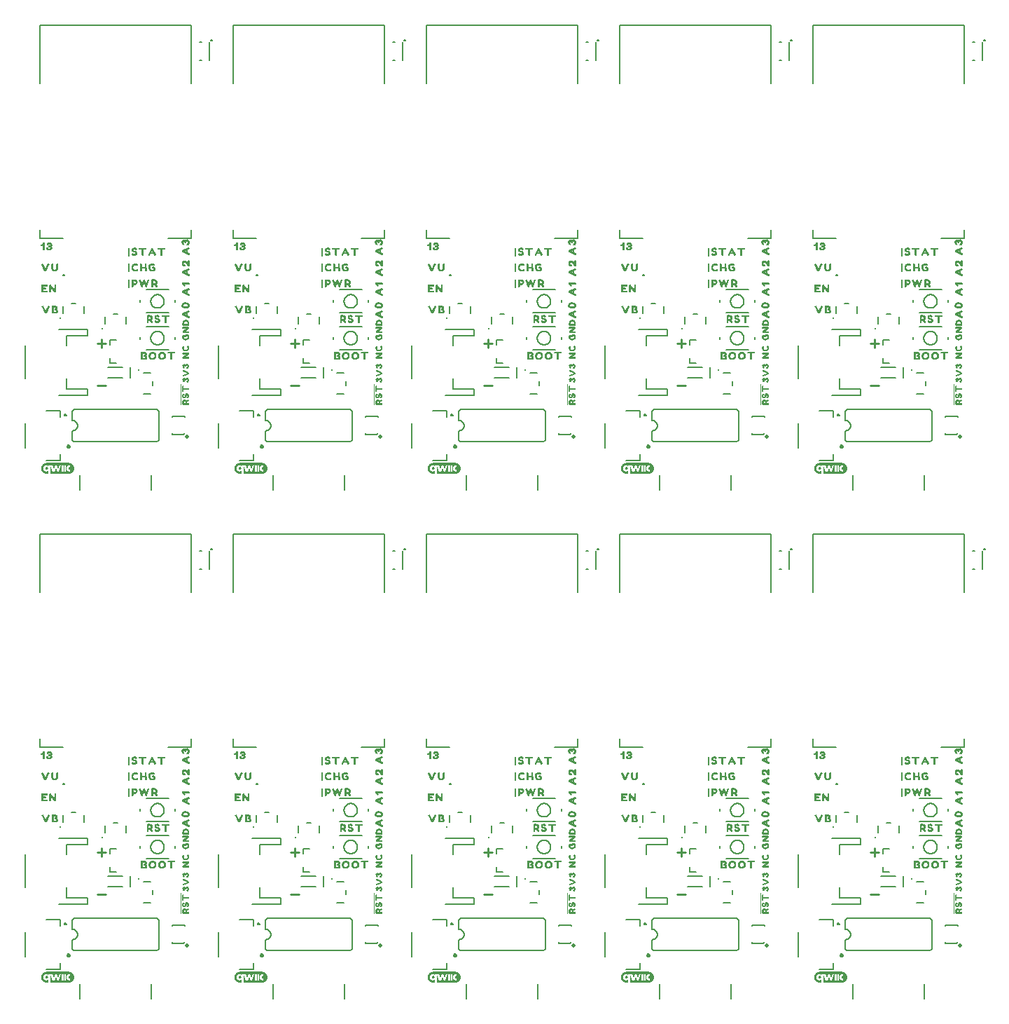
<source format=gto>
G04 EAGLE Gerber RS-274X export*
G75*
%MOMM*%
%FSLAX34Y34*%
%LPD*%
%INSilkscreen Top*%
%IPPOS*%
%AMOC8*
5,1,8,0,0,1.08239X$1,22.5*%
G01*
%ADD10C,0.279400*%
%ADD11C,0.203200*%
%ADD12C,0.254000*%
%ADD13C,0.508000*%
%ADD14C,0.127000*%
%ADD15C,0.254000*%
%ADD16C,0.177800*%

G36*
X32890Y657798D02*
X32890Y657798D01*
X32912Y657801D01*
X32920Y657818D01*
X32929Y657823D01*
X32927Y657833D01*
X32934Y657848D01*
X32946Y658264D01*
X32946Y658265D01*
X32946Y661444D01*
X32940Y661453D01*
X32943Y661464D01*
X32923Y661480D01*
X32910Y661501D01*
X32899Y661499D01*
X32890Y661506D01*
X32847Y661492D01*
X32842Y661491D01*
X32842Y661490D01*
X32841Y661490D01*
X32524Y661192D01*
X32113Y660877D01*
X31648Y660655D01*
X31145Y660535D01*
X30628Y660501D01*
X30110Y660549D01*
X29605Y660667D01*
X29121Y660852D01*
X28672Y661109D01*
X28286Y661454D01*
X27961Y661858D01*
X27696Y662304D01*
X27489Y662780D01*
X27364Y663286D01*
X27291Y663804D01*
X27255Y664325D01*
X27295Y664846D01*
X27378Y665362D01*
X27510Y665866D01*
X27726Y666338D01*
X28008Y666773D01*
X28350Y667161D01*
X28750Y667488D01*
X29203Y667740D01*
X29696Y667899D01*
X30208Y667987D01*
X30727Y668020D01*
X31242Y667964D01*
X31737Y667815D01*
X32195Y667578D01*
X32600Y667249D01*
X32601Y667248D01*
X32602Y667247D01*
X32846Y667062D01*
X32854Y667062D01*
X32858Y667055D01*
X32886Y667059D01*
X32914Y667057D01*
X32917Y667064D01*
X32925Y667065D01*
X32946Y667112D01*
X32946Y667717D01*
X32957Y667943D01*
X35257Y667943D01*
X35253Y667697D01*
X35261Y667685D01*
X35281Y658039D01*
X35281Y658038D01*
X35281Y658036D01*
X35290Y657846D01*
X35302Y657829D01*
X35305Y657808D01*
X35323Y657800D01*
X35330Y657791D01*
X35339Y657793D01*
X35353Y657787D01*
X57931Y657789D01*
X57933Y657790D01*
X57937Y657789D01*
X58991Y657895D01*
X58994Y657897D01*
X58998Y657896D01*
X59513Y658008D01*
X59516Y658010D01*
X59520Y658009D01*
X60525Y658338D01*
X60529Y658342D01*
X60536Y658343D01*
X61467Y658848D01*
X61469Y658852D01*
X61476Y658854D01*
X62305Y659510D01*
X62306Y659513D01*
X62310Y659515D01*
X62687Y659883D01*
X62688Y659886D01*
X62692Y659888D01*
X63359Y660711D01*
X63359Y660716D01*
X63365Y660720D01*
X63871Y661651D01*
X63870Y661656D01*
X63874Y661660D01*
X64058Y662154D01*
X64057Y662156D01*
X64059Y662158D01*
X64216Y662663D01*
X64215Y662665D01*
X64217Y662667D01*
X64341Y663180D01*
X64339Y663184D01*
X64342Y663188D01*
X64449Y664242D01*
X64446Y664247D01*
X64449Y664254D01*
X64359Y665308D01*
X64358Y665310D01*
X64359Y665314D01*
X64268Y665833D01*
X64266Y665836D01*
X64266Y665841D01*
X63952Y666853D01*
X63948Y666856D01*
X63948Y666864D01*
X63447Y667797D01*
X63444Y667798D01*
X63443Y667803D01*
X63140Y668235D01*
X63138Y668236D01*
X63137Y668239D01*
X62800Y668648D01*
X62799Y668648D01*
X62798Y668650D01*
X62768Y668684D01*
X62711Y668746D01*
X62711Y668747D01*
X62654Y668809D01*
X62597Y668872D01*
X62484Y668997D01*
X62484Y668998D01*
X62444Y669041D01*
X62440Y669042D01*
X62437Y669048D01*
X61620Y669722D01*
X61615Y669722D01*
X61611Y669728D01*
X60686Y670243D01*
X60683Y670243D01*
X60679Y670246D01*
X60193Y670448D01*
X60190Y670448D01*
X60186Y670451D01*
X59172Y670752D01*
X59167Y670751D01*
X59161Y670754D01*
X58106Y670861D01*
X57917Y670880D01*
X57914Y670878D01*
X57911Y670880D01*
X30895Y670880D01*
X30893Y670878D01*
X30889Y670880D01*
X29835Y670775D01*
X29832Y670773D01*
X29829Y670774D01*
X29312Y670670D01*
X29310Y670668D01*
X29305Y670669D01*
X28297Y670346D01*
X28293Y670342D01*
X28286Y670342D01*
X27355Y669836D01*
X27353Y669833D01*
X27347Y669832D01*
X26923Y669518D01*
X26922Y669517D01*
X26920Y669516D01*
X26511Y669179D01*
X26511Y669177D01*
X26508Y669176D01*
X26126Y668813D01*
X26125Y668809D01*
X26121Y668807D01*
X25448Y667989D01*
X25448Y667984D01*
X25442Y667979D01*
X24936Y667048D01*
X24936Y667044D01*
X24933Y667040D01*
X24743Y666549D01*
X24743Y666547D01*
X24741Y666544D01*
X24584Y666039D01*
X24585Y666037D01*
X24583Y666036D01*
X24452Y665524D01*
X24454Y665520D01*
X24451Y665515D01*
X24344Y664461D01*
X24346Y664457D01*
X24344Y664451D01*
X24373Y663924D01*
X24374Y663923D01*
X24373Y663921D01*
X24426Y663394D01*
X24427Y663393D01*
X24427Y663391D01*
X24510Y662870D01*
X24513Y662867D01*
X24512Y662861D01*
X24826Y661849D01*
X24830Y661846D01*
X24831Y661839D01*
X25325Y660903D01*
X25328Y660901D01*
X25328Y660897D01*
X25625Y660461D01*
X25628Y660460D01*
X25629Y660455D01*
X25746Y660318D01*
X25800Y660255D01*
X25853Y660193D01*
X26014Y660004D01*
X26067Y659942D01*
X26121Y659879D01*
X26174Y659816D01*
X26316Y659650D01*
X26320Y659649D01*
X26323Y659643D01*
X27141Y658968D01*
X27145Y658968D01*
X27150Y658962D01*
X28071Y658442D01*
X28074Y658442D01*
X28077Y658439D01*
X28561Y658230D01*
X28564Y658230D01*
X28567Y658227D01*
X29580Y657918D01*
X29585Y657920D01*
X29592Y657916D01*
X30646Y657810D01*
X30648Y657811D01*
X30650Y657810D01*
X31178Y657787D01*
X31179Y657787D01*
X31181Y657787D01*
X32872Y657787D01*
X32890Y657798D01*
G37*
G36*
X266570Y657798D02*
X266570Y657798D01*
X266592Y657801D01*
X266600Y657818D01*
X266609Y657823D01*
X266607Y657833D01*
X266614Y657848D01*
X266626Y658264D01*
X266626Y658265D01*
X266626Y661444D01*
X266620Y661453D01*
X266623Y661464D01*
X266603Y661480D01*
X266590Y661501D01*
X266579Y661499D01*
X266570Y661506D01*
X266527Y661492D01*
X266522Y661491D01*
X266522Y661490D01*
X266521Y661490D01*
X266204Y661192D01*
X265793Y660877D01*
X265328Y660655D01*
X264825Y660535D01*
X264308Y660501D01*
X263790Y660549D01*
X263285Y660667D01*
X262801Y660852D01*
X262352Y661109D01*
X261966Y661454D01*
X261641Y661858D01*
X261376Y662304D01*
X261169Y662780D01*
X261044Y663286D01*
X260971Y663804D01*
X260935Y664325D01*
X260975Y664846D01*
X261058Y665362D01*
X261190Y665866D01*
X261406Y666338D01*
X261688Y666773D01*
X262030Y667161D01*
X262430Y667488D01*
X262883Y667740D01*
X263376Y667899D01*
X263888Y667987D01*
X264407Y668020D01*
X264922Y667964D01*
X265417Y667815D01*
X265875Y667578D01*
X266280Y667249D01*
X266281Y667248D01*
X266282Y667247D01*
X266526Y667062D01*
X266534Y667062D01*
X266538Y667055D01*
X266566Y667059D01*
X266594Y667057D01*
X266597Y667064D01*
X266605Y667065D01*
X266626Y667112D01*
X266626Y667717D01*
X266637Y667943D01*
X268937Y667943D01*
X268933Y667697D01*
X268941Y667685D01*
X268961Y658039D01*
X268961Y658038D01*
X268961Y658036D01*
X268970Y657846D01*
X268982Y657829D01*
X268985Y657808D01*
X269003Y657800D01*
X269010Y657791D01*
X269019Y657793D01*
X269033Y657787D01*
X291611Y657789D01*
X291613Y657790D01*
X291617Y657789D01*
X292671Y657895D01*
X292674Y657897D01*
X292678Y657896D01*
X293193Y658008D01*
X293196Y658010D01*
X293200Y658009D01*
X294205Y658338D01*
X294209Y658342D01*
X294216Y658343D01*
X295147Y658848D01*
X295149Y658852D01*
X295156Y658854D01*
X295985Y659510D01*
X295986Y659513D01*
X295990Y659515D01*
X296367Y659883D01*
X296368Y659886D01*
X296372Y659888D01*
X297039Y660711D01*
X297039Y660716D01*
X297045Y660720D01*
X297551Y661651D01*
X297550Y661656D01*
X297554Y661660D01*
X297738Y662154D01*
X297737Y662156D01*
X297739Y662158D01*
X297896Y662663D01*
X297895Y662665D01*
X297897Y662667D01*
X298021Y663180D01*
X298019Y663184D01*
X298022Y663188D01*
X298129Y664242D01*
X298126Y664247D01*
X298129Y664254D01*
X298039Y665308D01*
X298038Y665310D01*
X298039Y665314D01*
X297948Y665833D01*
X297946Y665836D01*
X297946Y665841D01*
X297632Y666853D01*
X297628Y666856D01*
X297628Y666864D01*
X297127Y667797D01*
X297124Y667798D01*
X297123Y667803D01*
X296820Y668235D01*
X296818Y668236D01*
X296817Y668239D01*
X296480Y668648D01*
X296479Y668648D01*
X296478Y668650D01*
X296448Y668684D01*
X296391Y668746D01*
X296391Y668747D01*
X296334Y668809D01*
X296277Y668872D01*
X296164Y668997D01*
X296164Y668998D01*
X296124Y669041D01*
X296120Y669042D01*
X296117Y669048D01*
X295300Y669722D01*
X295295Y669722D01*
X295291Y669728D01*
X294366Y670243D01*
X294363Y670243D01*
X294359Y670246D01*
X293873Y670448D01*
X293870Y670448D01*
X293866Y670451D01*
X292852Y670752D01*
X292847Y670751D01*
X292841Y670754D01*
X291786Y670861D01*
X291597Y670880D01*
X291594Y670878D01*
X291591Y670880D01*
X264575Y670880D01*
X264573Y670878D01*
X264569Y670880D01*
X263515Y670775D01*
X263512Y670773D01*
X263509Y670774D01*
X262992Y670670D01*
X262990Y670668D01*
X262985Y670669D01*
X261977Y670346D01*
X261973Y670342D01*
X261966Y670342D01*
X261035Y669836D01*
X261033Y669833D01*
X261027Y669832D01*
X260603Y669518D01*
X260602Y669517D01*
X260600Y669516D01*
X260191Y669179D01*
X260191Y669177D01*
X260188Y669176D01*
X259806Y668813D01*
X259805Y668809D01*
X259801Y668807D01*
X259128Y667989D01*
X259128Y667984D01*
X259122Y667979D01*
X258616Y667048D01*
X258616Y667044D01*
X258613Y667040D01*
X258423Y666549D01*
X258423Y666547D01*
X258421Y666544D01*
X258264Y666039D01*
X258265Y666037D01*
X258263Y666036D01*
X258132Y665524D01*
X258134Y665520D01*
X258131Y665515D01*
X258024Y664461D01*
X258026Y664457D01*
X258024Y664451D01*
X258053Y663924D01*
X258054Y663923D01*
X258053Y663921D01*
X258106Y663394D01*
X258107Y663393D01*
X258107Y663391D01*
X258190Y662870D01*
X258193Y662867D01*
X258192Y662861D01*
X258506Y661849D01*
X258510Y661846D01*
X258511Y661839D01*
X259005Y660903D01*
X259008Y660901D01*
X259008Y660897D01*
X259305Y660461D01*
X259308Y660460D01*
X259309Y660455D01*
X259426Y660318D01*
X259480Y660255D01*
X259533Y660193D01*
X259694Y660004D01*
X259747Y659942D01*
X259801Y659879D01*
X259854Y659816D01*
X259996Y659650D01*
X260000Y659649D01*
X260003Y659643D01*
X260821Y658968D01*
X260825Y658968D01*
X260830Y658962D01*
X261751Y658442D01*
X261754Y658442D01*
X261757Y658439D01*
X262241Y658230D01*
X262244Y658230D01*
X262247Y658227D01*
X263260Y657918D01*
X263265Y657920D01*
X263272Y657916D01*
X264326Y657810D01*
X264328Y657811D01*
X264330Y657810D01*
X264858Y657787D01*
X264859Y657787D01*
X264861Y657787D01*
X266552Y657787D01*
X266570Y657798D01*
G37*
G36*
X32890Y43118D02*
X32890Y43118D01*
X32912Y43121D01*
X32920Y43138D01*
X32929Y43143D01*
X32927Y43153D01*
X32934Y43168D01*
X32946Y43584D01*
X32946Y43585D01*
X32946Y46764D01*
X32940Y46773D01*
X32943Y46784D01*
X32923Y46800D01*
X32910Y46821D01*
X32899Y46819D01*
X32890Y46826D01*
X32847Y46812D01*
X32842Y46811D01*
X32842Y46810D01*
X32841Y46810D01*
X32524Y46512D01*
X32113Y46197D01*
X31648Y45975D01*
X31145Y45855D01*
X30628Y45821D01*
X30110Y45869D01*
X29605Y45987D01*
X29121Y46172D01*
X28672Y46429D01*
X28286Y46774D01*
X27961Y47178D01*
X27696Y47624D01*
X27489Y48100D01*
X27364Y48606D01*
X27291Y49124D01*
X27255Y49645D01*
X27295Y50166D01*
X27378Y50682D01*
X27510Y51186D01*
X27726Y51658D01*
X28008Y52093D01*
X28350Y52481D01*
X28750Y52808D01*
X29203Y53060D01*
X29696Y53219D01*
X30208Y53307D01*
X30727Y53340D01*
X31242Y53284D01*
X31737Y53135D01*
X32195Y52898D01*
X32600Y52569D01*
X32601Y52568D01*
X32602Y52567D01*
X32846Y52382D01*
X32854Y52382D01*
X32858Y52375D01*
X32886Y52379D01*
X32914Y52377D01*
X32917Y52384D01*
X32925Y52385D01*
X32946Y52432D01*
X32946Y53037D01*
X32957Y53263D01*
X35257Y53263D01*
X35253Y53017D01*
X35261Y53005D01*
X35281Y43359D01*
X35281Y43358D01*
X35281Y43356D01*
X35290Y43166D01*
X35302Y43149D01*
X35305Y43128D01*
X35323Y43120D01*
X35330Y43111D01*
X35339Y43113D01*
X35353Y43107D01*
X57931Y43109D01*
X57933Y43110D01*
X57937Y43109D01*
X58991Y43215D01*
X58994Y43217D01*
X58998Y43216D01*
X59513Y43328D01*
X59516Y43330D01*
X59520Y43329D01*
X60525Y43658D01*
X60529Y43662D01*
X60536Y43663D01*
X61467Y44168D01*
X61469Y44172D01*
X61476Y44174D01*
X62305Y44830D01*
X62306Y44833D01*
X62310Y44835D01*
X62687Y45203D01*
X62688Y45206D01*
X62692Y45208D01*
X63359Y46031D01*
X63359Y46036D01*
X63365Y46040D01*
X63871Y46971D01*
X63870Y46976D01*
X63874Y46980D01*
X64058Y47474D01*
X64057Y47476D01*
X64059Y47478D01*
X64216Y47983D01*
X64215Y47985D01*
X64217Y47987D01*
X64341Y48500D01*
X64339Y48504D01*
X64342Y48508D01*
X64449Y49562D01*
X64446Y49567D01*
X64449Y49574D01*
X64359Y50628D01*
X64358Y50630D01*
X64359Y50634D01*
X64268Y51153D01*
X64266Y51156D01*
X64266Y51161D01*
X63952Y52173D01*
X63948Y52176D01*
X63948Y52184D01*
X63447Y53117D01*
X63444Y53118D01*
X63443Y53123D01*
X63140Y53555D01*
X63138Y53556D01*
X63137Y53559D01*
X62800Y53968D01*
X62799Y53968D01*
X62798Y53970D01*
X62768Y54004D01*
X62711Y54066D01*
X62711Y54067D01*
X62654Y54129D01*
X62597Y54192D01*
X62484Y54317D01*
X62484Y54318D01*
X62444Y54361D01*
X62440Y54362D01*
X62437Y54368D01*
X61620Y55042D01*
X61615Y55042D01*
X61611Y55048D01*
X60686Y55563D01*
X60683Y55563D01*
X60679Y55566D01*
X60193Y55768D01*
X60190Y55768D01*
X60186Y55771D01*
X59172Y56072D01*
X59167Y56071D01*
X59161Y56074D01*
X58106Y56181D01*
X57917Y56200D01*
X57914Y56198D01*
X57911Y56200D01*
X30895Y56200D01*
X30893Y56198D01*
X30889Y56200D01*
X29835Y56095D01*
X29832Y56093D01*
X29829Y56094D01*
X29312Y55990D01*
X29310Y55988D01*
X29305Y55989D01*
X28297Y55666D01*
X28293Y55662D01*
X28286Y55662D01*
X27355Y55156D01*
X27353Y55153D01*
X27347Y55152D01*
X26923Y54838D01*
X26922Y54837D01*
X26920Y54836D01*
X26511Y54499D01*
X26511Y54497D01*
X26508Y54496D01*
X26126Y54133D01*
X26125Y54129D01*
X26121Y54127D01*
X25448Y53309D01*
X25448Y53304D01*
X25442Y53299D01*
X24936Y52368D01*
X24936Y52364D01*
X24933Y52360D01*
X24743Y51869D01*
X24743Y51867D01*
X24741Y51864D01*
X24584Y51359D01*
X24585Y51357D01*
X24583Y51356D01*
X24452Y50844D01*
X24454Y50840D01*
X24451Y50835D01*
X24344Y49781D01*
X24346Y49777D01*
X24344Y49771D01*
X24373Y49244D01*
X24374Y49243D01*
X24373Y49241D01*
X24426Y48714D01*
X24427Y48713D01*
X24427Y48711D01*
X24510Y48190D01*
X24513Y48187D01*
X24512Y48181D01*
X24826Y47169D01*
X24830Y47166D01*
X24831Y47159D01*
X25325Y46223D01*
X25328Y46221D01*
X25328Y46217D01*
X25625Y45781D01*
X25628Y45780D01*
X25629Y45775D01*
X25746Y45638D01*
X25800Y45575D01*
X25853Y45513D01*
X26014Y45324D01*
X26067Y45262D01*
X26121Y45199D01*
X26174Y45136D01*
X26316Y44970D01*
X26320Y44969D01*
X26323Y44963D01*
X27141Y44288D01*
X27145Y44288D01*
X27150Y44282D01*
X28071Y43762D01*
X28074Y43762D01*
X28077Y43759D01*
X28561Y43550D01*
X28564Y43550D01*
X28567Y43547D01*
X29580Y43238D01*
X29585Y43240D01*
X29592Y43236D01*
X30646Y43130D01*
X30648Y43131D01*
X30650Y43130D01*
X31178Y43107D01*
X31179Y43107D01*
X31181Y43107D01*
X32872Y43107D01*
X32890Y43118D01*
G37*
G36*
X967610Y657798D02*
X967610Y657798D01*
X967632Y657801D01*
X967640Y657818D01*
X967649Y657823D01*
X967647Y657833D01*
X967654Y657848D01*
X967666Y658264D01*
X967666Y658265D01*
X967666Y661444D01*
X967660Y661453D01*
X967663Y661464D01*
X967643Y661480D01*
X967630Y661501D01*
X967619Y661499D01*
X967610Y661506D01*
X967567Y661492D01*
X967562Y661491D01*
X967562Y661490D01*
X967561Y661490D01*
X967244Y661192D01*
X966833Y660877D01*
X966368Y660655D01*
X965865Y660535D01*
X965348Y660501D01*
X964830Y660549D01*
X964325Y660667D01*
X963841Y660852D01*
X963392Y661109D01*
X963006Y661454D01*
X962681Y661858D01*
X962416Y662304D01*
X962209Y662780D01*
X962084Y663286D01*
X962011Y663804D01*
X961975Y664325D01*
X962015Y664846D01*
X962098Y665362D01*
X962230Y665866D01*
X962446Y666338D01*
X962728Y666773D01*
X963070Y667161D01*
X963470Y667488D01*
X963923Y667740D01*
X964416Y667899D01*
X964928Y667987D01*
X965447Y668020D01*
X965962Y667964D01*
X966457Y667815D01*
X966915Y667578D01*
X967320Y667249D01*
X967321Y667248D01*
X967322Y667247D01*
X967566Y667062D01*
X967574Y667062D01*
X967578Y667055D01*
X967606Y667059D01*
X967634Y667057D01*
X967637Y667064D01*
X967645Y667065D01*
X967666Y667112D01*
X967666Y667717D01*
X967677Y667943D01*
X969977Y667943D01*
X969973Y667697D01*
X969981Y667685D01*
X970001Y658039D01*
X970001Y658038D01*
X970001Y658036D01*
X970010Y657846D01*
X970022Y657829D01*
X970025Y657808D01*
X970043Y657800D01*
X970050Y657791D01*
X970059Y657793D01*
X970073Y657787D01*
X992651Y657789D01*
X992653Y657790D01*
X992657Y657789D01*
X993711Y657895D01*
X993714Y657897D01*
X993718Y657896D01*
X994233Y658008D01*
X994236Y658010D01*
X994240Y658009D01*
X995245Y658338D01*
X995249Y658342D01*
X995256Y658343D01*
X996187Y658848D01*
X996189Y658852D01*
X996196Y658854D01*
X997025Y659510D01*
X997026Y659513D01*
X997030Y659515D01*
X997407Y659883D01*
X997408Y659886D01*
X997412Y659888D01*
X998079Y660711D01*
X998079Y660716D01*
X998085Y660720D01*
X998591Y661651D01*
X998590Y661656D01*
X998594Y661660D01*
X998778Y662154D01*
X998777Y662156D01*
X998779Y662158D01*
X998936Y662663D01*
X998935Y662665D01*
X998937Y662667D01*
X999061Y663180D01*
X999059Y663184D01*
X999062Y663188D01*
X999169Y664242D01*
X999166Y664247D01*
X999169Y664254D01*
X999079Y665308D01*
X999078Y665310D01*
X999079Y665314D01*
X998988Y665833D01*
X998986Y665836D01*
X998986Y665841D01*
X998672Y666853D01*
X998668Y666856D01*
X998668Y666864D01*
X998167Y667797D01*
X998164Y667798D01*
X998163Y667803D01*
X997860Y668235D01*
X997858Y668236D01*
X997857Y668239D01*
X997520Y668648D01*
X997519Y668648D01*
X997518Y668650D01*
X997488Y668684D01*
X997431Y668746D01*
X997431Y668747D01*
X997374Y668809D01*
X997317Y668872D01*
X997204Y668997D01*
X997204Y668998D01*
X997164Y669041D01*
X997160Y669042D01*
X997157Y669048D01*
X996340Y669722D01*
X996335Y669722D01*
X996331Y669728D01*
X995406Y670243D01*
X995403Y670243D01*
X995399Y670246D01*
X994913Y670448D01*
X994910Y670448D01*
X994906Y670451D01*
X993892Y670752D01*
X993887Y670751D01*
X993881Y670754D01*
X992826Y670861D01*
X992637Y670880D01*
X992634Y670878D01*
X992631Y670880D01*
X965615Y670880D01*
X965613Y670878D01*
X965609Y670880D01*
X964555Y670775D01*
X964552Y670773D01*
X964549Y670774D01*
X964032Y670670D01*
X964030Y670668D01*
X964025Y670669D01*
X963017Y670346D01*
X963013Y670342D01*
X963006Y670342D01*
X962075Y669836D01*
X962073Y669833D01*
X962067Y669832D01*
X961643Y669518D01*
X961642Y669517D01*
X961640Y669516D01*
X961231Y669179D01*
X961231Y669177D01*
X961228Y669176D01*
X960846Y668813D01*
X960845Y668809D01*
X960841Y668807D01*
X960168Y667989D01*
X960168Y667984D01*
X960162Y667979D01*
X959656Y667048D01*
X959656Y667044D01*
X959653Y667040D01*
X959463Y666549D01*
X959463Y666547D01*
X959461Y666544D01*
X959304Y666039D01*
X959305Y666037D01*
X959303Y666036D01*
X959172Y665524D01*
X959174Y665520D01*
X959171Y665515D01*
X959064Y664461D01*
X959066Y664457D01*
X959064Y664451D01*
X959093Y663924D01*
X959094Y663923D01*
X959093Y663921D01*
X959146Y663394D01*
X959147Y663393D01*
X959147Y663391D01*
X959230Y662870D01*
X959233Y662867D01*
X959232Y662861D01*
X959546Y661849D01*
X959550Y661846D01*
X959551Y661839D01*
X960045Y660903D01*
X960048Y660901D01*
X960048Y660897D01*
X960345Y660461D01*
X960348Y660460D01*
X960349Y660455D01*
X960466Y660318D01*
X960520Y660255D01*
X960573Y660193D01*
X960734Y660004D01*
X960787Y659942D01*
X960841Y659879D01*
X960894Y659816D01*
X961036Y659650D01*
X961040Y659649D01*
X961043Y659643D01*
X961861Y658968D01*
X961865Y658968D01*
X961870Y658962D01*
X962791Y658442D01*
X962794Y658442D01*
X962797Y658439D01*
X963281Y658230D01*
X963284Y658230D01*
X963287Y658227D01*
X964300Y657918D01*
X964305Y657920D01*
X964312Y657916D01*
X965366Y657810D01*
X965368Y657811D01*
X965370Y657810D01*
X965898Y657787D01*
X965899Y657787D01*
X965901Y657787D01*
X967592Y657787D01*
X967610Y657798D01*
G37*
G36*
X967610Y43118D02*
X967610Y43118D01*
X967632Y43121D01*
X967640Y43138D01*
X967649Y43143D01*
X967647Y43153D01*
X967654Y43168D01*
X967666Y43584D01*
X967666Y43585D01*
X967666Y46764D01*
X967660Y46773D01*
X967663Y46784D01*
X967643Y46800D01*
X967630Y46821D01*
X967619Y46819D01*
X967610Y46826D01*
X967567Y46812D01*
X967562Y46811D01*
X967562Y46810D01*
X967561Y46810D01*
X967244Y46512D01*
X966833Y46197D01*
X966368Y45975D01*
X965865Y45855D01*
X965348Y45821D01*
X964830Y45869D01*
X964325Y45987D01*
X963841Y46172D01*
X963392Y46429D01*
X963006Y46774D01*
X962681Y47178D01*
X962416Y47624D01*
X962209Y48100D01*
X962084Y48606D01*
X962011Y49124D01*
X961975Y49645D01*
X962015Y50166D01*
X962098Y50682D01*
X962230Y51186D01*
X962446Y51658D01*
X962728Y52093D01*
X963070Y52481D01*
X963470Y52808D01*
X963923Y53060D01*
X964416Y53219D01*
X964928Y53307D01*
X965447Y53340D01*
X965962Y53284D01*
X966457Y53135D01*
X966915Y52898D01*
X967320Y52569D01*
X967321Y52568D01*
X967322Y52567D01*
X967566Y52382D01*
X967574Y52382D01*
X967578Y52375D01*
X967606Y52379D01*
X967634Y52377D01*
X967637Y52384D01*
X967645Y52385D01*
X967666Y52432D01*
X967666Y53037D01*
X967677Y53263D01*
X969977Y53263D01*
X969973Y53017D01*
X969981Y53005D01*
X970001Y43359D01*
X970001Y43358D01*
X970001Y43356D01*
X970010Y43166D01*
X970022Y43149D01*
X970025Y43128D01*
X970043Y43120D01*
X970050Y43111D01*
X970059Y43113D01*
X970073Y43107D01*
X992651Y43109D01*
X992653Y43110D01*
X992657Y43109D01*
X993711Y43215D01*
X993714Y43217D01*
X993718Y43216D01*
X994233Y43328D01*
X994236Y43330D01*
X994240Y43329D01*
X995245Y43658D01*
X995249Y43662D01*
X995256Y43663D01*
X996187Y44168D01*
X996189Y44172D01*
X996196Y44174D01*
X997025Y44830D01*
X997026Y44833D01*
X997030Y44835D01*
X997407Y45203D01*
X997408Y45206D01*
X997412Y45208D01*
X998079Y46031D01*
X998079Y46036D01*
X998085Y46040D01*
X998591Y46971D01*
X998590Y46976D01*
X998594Y46980D01*
X998778Y47474D01*
X998777Y47476D01*
X998779Y47478D01*
X998936Y47983D01*
X998935Y47985D01*
X998937Y47987D01*
X999061Y48500D01*
X999059Y48504D01*
X999062Y48508D01*
X999169Y49562D01*
X999166Y49567D01*
X999169Y49574D01*
X999079Y50628D01*
X999078Y50630D01*
X999079Y50634D01*
X998988Y51153D01*
X998986Y51156D01*
X998986Y51161D01*
X998672Y52173D01*
X998668Y52176D01*
X998668Y52184D01*
X998167Y53117D01*
X998164Y53118D01*
X998163Y53123D01*
X997860Y53555D01*
X997858Y53556D01*
X997857Y53559D01*
X997520Y53968D01*
X997519Y53968D01*
X997518Y53970D01*
X997488Y54004D01*
X997431Y54066D01*
X997431Y54067D01*
X997374Y54129D01*
X997317Y54192D01*
X997204Y54317D01*
X997204Y54318D01*
X997164Y54361D01*
X997160Y54362D01*
X997157Y54368D01*
X996340Y55042D01*
X996335Y55042D01*
X996331Y55048D01*
X995406Y55563D01*
X995403Y55563D01*
X995399Y55566D01*
X994913Y55768D01*
X994910Y55768D01*
X994906Y55771D01*
X993892Y56072D01*
X993887Y56071D01*
X993881Y56074D01*
X992826Y56181D01*
X992637Y56200D01*
X992634Y56198D01*
X992631Y56200D01*
X965615Y56200D01*
X965613Y56198D01*
X965609Y56200D01*
X964555Y56095D01*
X964552Y56093D01*
X964549Y56094D01*
X964032Y55990D01*
X964030Y55988D01*
X964025Y55989D01*
X963017Y55666D01*
X963013Y55662D01*
X963006Y55662D01*
X962075Y55156D01*
X962073Y55153D01*
X962067Y55152D01*
X961643Y54838D01*
X961642Y54837D01*
X961640Y54836D01*
X961231Y54499D01*
X961231Y54497D01*
X961228Y54496D01*
X960846Y54133D01*
X960845Y54129D01*
X960841Y54127D01*
X960168Y53309D01*
X960168Y53304D01*
X960162Y53299D01*
X959656Y52368D01*
X959656Y52364D01*
X959653Y52360D01*
X959463Y51869D01*
X959463Y51867D01*
X959461Y51864D01*
X959304Y51359D01*
X959305Y51357D01*
X959303Y51356D01*
X959172Y50844D01*
X959174Y50840D01*
X959171Y50835D01*
X959064Y49781D01*
X959066Y49777D01*
X959064Y49771D01*
X959093Y49244D01*
X959094Y49243D01*
X959093Y49241D01*
X959146Y48714D01*
X959147Y48713D01*
X959147Y48711D01*
X959230Y48190D01*
X959233Y48187D01*
X959232Y48181D01*
X959546Y47169D01*
X959550Y47166D01*
X959551Y47159D01*
X960045Y46223D01*
X960048Y46221D01*
X960048Y46217D01*
X960345Y45781D01*
X960348Y45780D01*
X960349Y45775D01*
X960466Y45638D01*
X960520Y45575D01*
X960573Y45513D01*
X960734Y45324D01*
X960787Y45262D01*
X960841Y45199D01*
X960894Y45136D01*
X961036Y44970D01*
X961040Y44969D01*
X961043Y44963D01*
X961861Y44288D01*
X961865Y44288D01*
X961870Y44282D01*
X962791Y43762D01*
X962794Y43762D01*
X962797Y43759D01*
X963281Y43550D01*
X963284Y43550D01*
X963287Y43547D01*
X964300Y43238D01*
X964305Y43240D01*
X964312Y43236D01*
X965366Y43130D01*
X965368Y43131D01*
X965370Y43130D01*
X965898Y43107D01*
X965899Y43107D01*
X965901Y43107D01*
X967592Y43107D01*
X967610Y43118D01*
G37*
G36*
X733930Y43118D02*
X733930Y43118D01*
X733952Y43121D01*
X733960Y43138D01*
X733969Y43143D01*
X733967Y43153D01*
X733974Y43168D01*
X733986Y43584D01*
X733986Y43585D01*
X733986Y46764D01*
X733980Y46773D01*
X733983Y46784D01*
X733963Y46800D01*
X733950Y46821D01*
X733939Y46819D01*
X733930Y46826D01*
X733887Y46812D01*
X733882Y46811D01*
X733882Y46810D01*
X733881Y46810D01*
X733564Y46512D01*
X733153Y46197D01*
X732688Y45975D01*
X732185Y45855D01*
X731668Y45821D01*
X731150Y45869D01*
X730645Y45987D01*
X730161Y46172D01*
X729712Y46429D01*
X729326Y46774D01*
X729001Y47178D01*
X728736Y47624D01*
X728529Y48100D01*
X728404Y48606D01*
X728331Y49124D01*
X728295Y49645D01*
X728335Y50166D01*
X728418Y50682D01*
X728550Y51186D01*
X728766Y51658D01*
X729048Y52093D01*
X729390Y52481D01*
X729790Y52808D01*
X730243Y53060D01*
X730736Y53219D01*
X731248Y53307D01*
X731767Y53340D01*
X732282Y53284D01*
X732777Y53135D01*
X733235Y52898D01*
X733640Y52569D01*
X733641Y52568D01*
X733642Y52567D01*
X733886Y52382D01*
X733894Y52382D01*
X733898Y52375D01*
X733926Y52379D01*
X733954Y52377D01*
X733957Y52384D01*
X733965Y52385D01*
X733986Y52432D01*
X733986Y53037D01*
X733997Y53263D01*
X736297Y53263D01*
X736293Y53017D01*
X736301Y53005D01*
X736321Y43359D01*
X736321Y43358D01*
X736321Y43356D01*
X736330Y43166D01*
X736342Y43149D01*
X736345Y43128D01*
X736363Y43120D01*
X736370Y43111D01*
X736379Y43113D01*
X736393Y43107D01*
X758971Y43109D01*
X758973Y43110D01*
X758977Y43109D01*
X760031Y43215D01*
X760034Y43217D01*
X760038Y43216D01*
X760553Y43328D01*
X760556Y43330D01*
X760560Y43329D01*
X761565Y43658D01*
X761569Y43662D01*
X761576Y43663D01*
X762507Y44168D01*
X762509Y44172D01*
X762516Y44174D01*
X763345Y44830D01*
X763346Y44833D01*
X763350Y44835D01*
X763727Y45203D01*
X763728Y45206D01*
X763732Y45208D01*
X764399Y46031D01*
X764399Y46036D01*
X764405Y46040D01*
X764911Y46971D01*
X764910Y46976D01*
X764914Y46980D01*
X765098Y47474D01*
X765097Y47476D01*
X765099Y47478D01*
X765256Y47983D01*
X765255Y47985D01*
X765257Y47987D01*
X765381Y48500D01*
X765379Y48504D01*
X765382Y48508D01*
X765489Y49562D01*
X765486Y49567D01*
X765489Y49574D01*
X765399Y50628D01*
X765398Y50630D01*
X765399Y50634D01*
X765308Y51153D01*
X765306Y51156D01*
X765306Y51161D01*
X764992Y52173D01*
X764988Y52176D01*
X764988Y52184D01*
X764487Y53117D01*
X764484Y53118D01*
X764483Y53123D01*
X764180Y53555D01*
X764178Y53556D01*
X764177Y53559D01*
X763840Y53968D01*
X763839Y53968D01*
X763838Y53970D01*
X763808Y54004D01*
X763751Y54066D01*
X763751Y54067D01*
X763694Y54129D01*
X763637Y54192D01*
X763524Y54317D01*
X763524Y54318D01*
X763484Y54361D01*
X763480Y54362D01*
X763477Y54368D01*
X762660Y55042D01*
X762655Y55042D01*
X762651Y55048D01*
X761726Y55563D01*
X761723Y55563D01*
X761719Y55566D01*
X761233Y55768D01*
X761230Y55768D01*
X761226Y55771D01*
X760212Y56072D01*
X760207Y56071D01*
X760201Y56074D01*
X759146Y56181D01*
X758957Y56200D01*
X758954Y56198D01*
X758951Y56200D01*
X731935Y56200D01*
X731933Y56198D01*
X731929Y56200D01*
X730875Y56095D01*
X730872Y56093D01*
X730869Y56094D01*
X730352Y55990D01*
X730350Y55988D01*
X730345Y55989D01*
X729337Y55666D01*
X729333Y55662D01*
X729326Y55662D01*
X728395Y55156D01*
X728393Y55153D01*
X728387Y55152D01*
X727963Y54838D01*
X727962Y54837D01*
X727960Y54836D01*
X727551Y54499D01*
X727551Y54497D01*
X727548Y54496D01*
X727166Y54133D01*
X727165Y54129D01*
X727161Y54127D01*
X726488Y53309D01*
X726488Y53304D01*
X726482Y53299D01*
X725976Y52368D01*
X725976Y52364D01*
X725973Y52360D01*
X725783Y51869D01*
X725783Y51867D01*
X725781Y51864D01*
X725624Y51359D01*
X725625Y51357D01*
X725623Y51356D01*
X725492Y50844D01*
X725494Y50840D01*
X725491Y50835D01*
X725384Y49781D01*
X725386Y49777D01*
X725384Y49771D01*
X725413Y49244D01*
X725414Y49243D01*
X725413Y49241D01*
X725466Y48714D01*
X725467Y48713D01*
X725467Y48711D01*
X725550Y48190D01*
X725553Y48187D01*
X725552Y48181D01*
X725866Y47169D01*
X725870Y47166D01*
X725871Y47159D01*
X726365Y46223D01*
X726368Y46221D01*
X726368Y46217D01*
X726665Y45781D01*
X726668Y45780D01*
X726669Y45775D01*
X726786Y45638D01*
X726840Y45575D01*
X726893Y45513D01*
X727054Y45324D01*
X727107Y45262D01*
X727161Y45199D01*
X727214Y45136D01*
X727356Y44970D01*
X727360Y44969D01*
X727363Y44963D01*
X728181Y44288D01*
X728185Y44288D01*
X728190Y44282D01*
X729111Y43762D01*
X729114Y43762D01*
X729117Y43759D01*
X729601Y43550D01*
X729604Y43550D01*
X729607Y43547D01*
X730620Y43238D01*
X730625Y43240D01*
X730632Y43236D01*
X731686Y43130D01*
X731688Y43131D01*
X731690Y43130D01*
X732218Y43107D01*
X732219Y43107D01*
X732221Y43107D01*
X733912Y43107D01*
X733930Y43118D01*
G37*
G36*
X500250Y43118D02*
X500250Y43118D01*
X500272Y43121D01*
X500280Y43138D01*
X500289Y43143D01*
X500287Y43153D01*
X500294Y43168D01*
X500306Y43584D01*
X500306Y43585D01*
X500306Y46764D01*
X500300Y46773D01*
X500303Y46784D01*
X500283Y46800D01*
X500270Y46821D01*
X500259Y46819D01*
X500250Y46826D01*
X500207Y46812D01*
X500202Y46811D01*
X500202Y46810D01*
X500201Y46810D01*
X499884Y46512D01*
X499473Y46197D01*
X499008Y45975D01*
X498505Y45855D01*
X497988Y45821D01*
X497470Y45869D01*
X496965Y45987D01*
X496481Y46172D01*
X496032Y46429D01*
X495646Y46774D01*
X495321Y47178D01*
X495056Y47624D01*
X494849Y48100D01*
X494724Y48606D01*
X494651Y49124D01*
X494615Y49645D01*
X494655Y50166D01*
X494738Y50682D01*
X494870Y51186D01*
X495086Y51658D01*
X495368Y52093D01*
X495710Y52481D01*
X496110Y52808D01*
X496563Y53060D01*
X497056Y53219D01*
X497568Y53307D01*
X498087Y53340D01*
X498602Y53284D01*
X499097Y53135D01*
X499555Y52898D01*
X499960Y52569D01*
X499961Y52568D01*
X499962Y52567D01*
X500206Y52382D01*
X500214Y52382D01*
X500218Y52375D01*
X500246Y52379D01*
X500274Y52377D01*
X500277Y52384D01*
X500285Y52385D01*
X500306Y52432D01*
X500306Y53037D01*
X500317Y53263D01*
X502617Y53263D01*
X502613Y53017D01*
X502621Y53005D01*
X502641Y43359D01*
X502641Y43358D01*
X502641Y43356D01*
X502650Y43166D01*
X502662Y43149D01*
X502665Y43128D01*
X502683Y43120D01*
X502690Y43111D01*
X502699Y43113D01*
X502713Y43107D01*
X525291Y43109D01*
X525293Y43110D01*
X525297Y43109D01*
X526351Y43215D01*
X526354Y43217D01*
X526358Y43216D01*
X526873Y43328D01*
X526876Y43330D01*
X526880Y43329D01*
X527885Y43658D01*
X527889Y43662D01*
X527896Y43663D01*
X528827Y44168D01*
X528829Y44172D01*
X528836Y44174D01*
X529665Y44830D01*
X529666Y44833D01*
X529670Y44835D01*
X530047Y45203D01*
X530048Y45206D01*
X530052Y45208D01*
X530719Y46031D01*
X530719Y46036D01*
X530725Y46040D01*
X531231Y46971D01*
X531230Y46976D01*
X531234Y46980D01*
X531418Y47474D01*
X531417Y47476D01*
X531419Y47478D01*
X531576Y47983D01*
X531575Y47985D01*
X531577Y47987D01*
X531701Y48500D01*
X531699Y48504D01*
X531702Y48508D01*
X531809Y49562D01*
X531806Y49567D01*
X531809Y49574D01*
X531719Y50628D01*
X531718Y50630D01*
X531719Y50634D01*
X531628Y51153D01*
X531626Y51156D01*
X531626Y51161D01*
X531312Y52173D01*
X531308Y52176D01*
X531308Y52184D01*
X530807Y53117D01*
X530804Y53118D01*
X530803Y53123D01*
X530500Y53555D01*
X530498Y53556D01*
X530497Y53559D01*
X530160Y53968D01*
X530159Y53968D01*
X530158Y53970D01*
X530128Y54004D01*
X530071Y54066D01*
X530071Y54067D01*
X530014Y54129D01*
X529957Y54192D01*
X529844Y54317D01*
X529844Y54318D01*
X529804Y54361D01*
X529800Y54362D01*
X529797Y54368D01*
X528980Y55042D01*
X528975Y55042D01*
X528971Y55048D01*
X528046Y55563D01*
X528043Y55563D01*
X528039Y55566D01*
X527553Y55768D01*
X527550Y55768D01*
X527546Y55771D01*
X526532Y56072D01*
X526527Y56071D01*
X526521Y56074D01*
X525466Y56181D01*
X525277Y56200D01*
X525274Y56198D01*
X525271Y56200D01*
X498255Y56200D01*
X498253Y56198D01*
X498249Y56200D01*
X497195Y56095D01*
X497192Y56093D01*
X497189Y56094D01*
X496672Y55990D01*
X496670Y55988D01*
X496665Y55989D01*
X495657Y55666D01*
X495653Y55662D01*
X495646Y55662D01*
X494715Y55156D01*
X494713Y55153D01*
X494707Y55152D01*
X494283Y54838D01*
X494282Y54837D01*
X494280Y54836D01*
X493871Y54499D01*
X493871Y54497D01*
X493868Y54496D01*
X493486Y54133D01*
X493485Y54129D01*
X493481Y54127D01*
X492808Y53309D01*
X492808Y53304D01*
X492802Y53299D01*
X492296Y52368D01*
X492296Y52364D01*
X492293Y52360D01*
X492103Y51869D01*
X492103Y51867D01*
X492101Y51864D01*
X491944Y51359D01*
X491945Y51357D01*
X491943Y51356D01*
X491812Y50844D01*
X491814Y50840D01*
X491811Y50835D01*
X491704Y49781D01*
X491706Y49777D01*
X491704Y49771D01*
X491733Y49244D01*
X491734Y49243D01*
X491733Y49241D01*
X491786Y48714D01*
X491787Y48713D01*
X491787Y48711D01*
X491870Y48190D01*
X491873Y48187D01*
X491872Y48181D01*
X492186Y47169D01*
X492190Y47166D01*
X492191Y47159D01*
X492685Y46223D01*
X492688Y46221D01*
X492688Y46217D01*
X492985Y45781D01*
X492988Y45780D01*
X492989Y45775D01*
X493106Y45638D01*
X493160Y45575D01*
X493213Y45513D01*
X493374Y45324D01*
X493427Y45262D01*
X493481Y45199D01*
X493534Y45136D01*
X493676Y44970D01*
X493680Y44969D01*
X493683Y44963D01*
X494501Y44288D01*
X494505Y44288D01*
X494510Y44282D01*
X495431Y43762D01*
X495434Y43762D01*
X495437Y43759D01*
X495921Y43550D01*
X495924Y43550D01*
X495927Y43547D01*
X496940Y43238D01*
X496945Y43240D01*
X496952Y43236D01*
X498006Y43130D01*
X498008Y43131D01*
X498010Y43130D01*
X498538Y43107D01*
X498539Y43107D01*
X498541Y43107D01*
X500232Y43107D01*
X500250Y43118D01*
G37*
G36*
X266570Y43118D02*
X266570Y43118D01*
X266592Y43121D01*
X266600Y43138D01*
X266609Y43143D01*
X266607Y43153D01*
X266614Y43168D01*
X266626Y43584D01*
X266626Y43585D01*
X266626Y46764D01*
X266620Y46773D01*
X266623Y46784D01*
X266603Y46800D01*
X266590Y46821D01*
X266579Y46819D01*
X266570Y46826D01*
X266527Y46812D01*
X266522Y46811D01*
X266522Y46810D01*
X266521Y46810D01*
X266204Y46512D01*
X265793Y46197D01*
X265328Y45975D01*
X264825Y45855D01*
X264308Y45821D01*
X263790Y45869D01*
X263285Y45987D01*
X262801Y46172D01*
X262352Y46429D01*
X261966Y46774D01*
X261641Y47178D01*
X261376Y47624D01*
X261169Y48100D01*
X261044Y48606D01*
X260971Y49124D01*
X260935Y49645D01*
X260975Y50166D01*
X261058Y50682D01*
X261190Y51186D01*
X261406Y51658D01*
X261688Y52093D01*
X262030Y52481D01*
X262430Y52808D01*
X262883Y53060D01*
X263376Y53219D01*
X263888Y53307D01*
X264407Y53340D01*
X264922Y53284D01*
X265417Y53135D01*
X265875Y52898D01*
X266280Y52569D01*
X266281Y52568D01*
X266282Y52567D01*
X266526Y52382D01*
X266534Y52382D01*
X266538Y52375D01*
X266566Y52379D01*
X266594Y52377D01*
X266597Y52384D01*
X266605Y52385D01*
X266626Y52432D01*
X266626Y53037D01*
X266637Y53263D01*
X268937Y53263D01*
X268933Y53017D01*
X268941Y53005D01*
X268961Y43359D01*
X268961Y43358D01*
X268961Y43356D01*
X268970Y43166D01*
X268982Y43149D01*
X268985Y43128D01*
X269003Y43120D01*
X269010Y43111D01*
X269019Y43113D01*
X269033Y43107D01*
X291611Y43109D01*
X291613Y43110D01*
X291617Y43109D01*
X292671Y43215D01*
X292674Y43217D01*
X292678Y43216D01*
X293193Y43328D01*
X293196Y43330D01*
X293200Y43329D01*
X294205Y43658D01*
X294209Y43662D01*
X294216Y43663D01*
X295147Y44168D01*
X295149Y44172D01*
X295156Y44174D01*
X295985Y44830D01*
X295986Y44833D01*
X295990Y44835D01*
X296367Y45203D01*
X296368Y45206D01*
X296372Y45208D01*
X297039Y46031D01*
X297039Y46036D01*
X297045Y46040D01*
X297551Y46971D01*
X297550Y46976D01*
X297554Y46980D01*
X297738Y47474D01*
X297737Y47476D01*
X297739Y47478D01*
X297896Y47983D01*
X297895Y47985D01*
X297897Y47987D01*
X298021Y48500D01*
X298019Y48504D01*
X298022Y48508D01*
X298129Y49562D01*
X298126Y49567D01*
X298129Y49574D01*
X298039Y50628D01*
X298038Y50630D01*
X298039Y50634D01*
X297948Y51153D01*
X297946Y51156D01*
X297946Y51161D01*
X297632Y52173D01*
X297628Y52176D01*
X297628Y52184D01*
X297127Y53117D01*
X297124Y53118D01*
X297123Y53123D01*
X296820Y53555D01*
X296818Y53556D01*
X296817Y53559D01*
X296480Y53968D01*
X296479Y53968D01*
X296478Y53970D01*
X296448Y54004D01*
X296391Y54066D01*
X296391Y54067D01*
X296334Y54129D01*
X296277Y54192D01*
X296164Y54317D01*
X296164Y54318D01*
X296124Y54361D01*
X296120Y54362D01*
X296117Y54368D01*
X295300Y55042D01*
X295295Y55042D01*
X295291Y55048D01*
X294366Y55563D01*
X294363Y55563D01*
X294359Y55566D01*
X293873Y55768D01*
X293870Y55768D01*
X293866Y55771D01*
X292852Y56072D01*
X292847Y56071D01*
X292841Y56074D01*
X291786Y56181D01*
X291597Y56200D01*
X291594Y56198D01*
X291591Y56200D01*
X264575Y56200D01*
X264573Y56198D01*
X264569Y56200D01*
X263515Y56095D01*
X263512Y56093D01*
X263509Y56094D01*
X262992Y55990D01*
X262990Y55988D01*
X262985Y55989D01*
X261977Y55666D01*
X261973Y55662D01*
X261966Y55662D01*
X261035Y55156D01*
X261033Y55153D01*
X261027Y55152D01*
X260603Y54838D01*
X260602Y54837D01*
X260600Y54836D01*
X260191Y54499D01*
X260191Y54497D01*
X260188Y54496D01*
X259806Y54133D01*
X259805Y54129D01*
X259801Y54127D01*
X259128Y53309D01*
X259128Y53304D01*
X259122Y53299D01*
X258616Y52368D01*
X258616Y52364D01*
X258613Y52360D01*
X258423Y51869D01*
X258423Y51867D01*
X258421Y51864D01*
X258264Y51359D01*
X258265Y51357D01*
X258263Y51356D01*
X258132Y50844D01*
X258134Y50840D01*
X258131Y50835D01*
X258024Y49781D01*
X258026Y49777D01*
X258024Y49771D01*
X258053Y49244D01*
X258054Y49243D01*
X258053Y49241D01*
X258106Y48714D01*
X258107Y48713D01*
X258107Y48711D01*
X258190Y48190D01*
X258193Y48187D01*
X258192Y48181D01*
X258506Y47169D01*
X258510Y47166D01*
X258511Y47159D01*
X259005Y46223D01*
X259008Y46221D01*
X259008Y46217D01*
X259305Y45781D01*
X259308Y45780D01*
X259309Y45775D01*
X259426Y45638D01*
X259480Y45575D01*
X259533Y45513D01*
X259694Y45324D01*
X259747Y45262D01*
X259801Y45199D01*
X259854Y45136D01*
X259996Y44970D01*
X260000Y44969D01*
X260003Y44963D01*
X260821Y44288D01*
X260825Y44288D01*
X260830Y44282D01*
X261751Y43762D01*
X261754Y43762D01*
X261757Y43759D01*
X262241Y43550D01*
X262244Y43550D01*
X262247Y43547D01*
X263260Y43238D01*
X263265Y43240D01*
X263272Y43236D01*
X264326Y43130D01*
X264328Y43131D01*
X264330Y43130D01*
X264858Y43107D01*
X264859Y43107D01*
X264861Y43107D01*
X266552Y43107D01*
X266570Y43118D01*
G37*
G36*
X733930Y657798D02*
X733930Y657798D01*
X733952Y657801D01*
X733960Y657818D01*
X733969Y657823D01*
X733967Y657833D01*
X733974Y657848D01*
X733986Y658264D01*
X733986Y658265D01*
X733986Y661444D01*
X733980Y661453D01*
X733983Y661464D01*
X733963Y661480D01*
X733950Y661501D01*
X733939Y661499D01*
X733930Y661506D01*
X733887Y661492D01*
X733882Y661491D01*
X733882Y661490D01*
X733881Y661490D01*
X733564Y661192D01*
X733153Y660877D01*
X732688Y660655D01*
X732185Y660535D01*
X731668Y660501D01*
X731150Y660549D01*
X730645Y660667D01*
X730161Y660852D01*
X729712Y661109D01*
X729326Y661454D01*
X729001Y661858D01*
X728736Y662304D01*
X728529Y662780D01*
X728404Y663286D01*
X728331Y663804D01*
X728295Y664325D01*
X728335Y664846D01*
X728418Y665362D01*
X728550Y665866D01*
X728766Y666338D01*
X729048Y666773D01*
X729390Y667161D01*
X729790Y667488D01*
X730243Y667740D01*
X730736Y667899D01*
X731248Y667987D01*
X731767Y668020D01*
X732282Y667964D01*
X732777Y667815D01*
X733235Y667578D01*
X733640Y667249D01*
X733641Y667248D01*
X733642Y667247D01*
X733886Y667062D01*
X733894Y667062D01*
X733898Y667055D01*
X733926Y667059D01*
X733954Y667057D01*
X733957Y667064D01*
X733965Y667065D01*
X733986Y667112D01*
X733986Y667717D01*
X733997Y667943D01*
X736297Y667943D01*
X736293Y667697D01*
X736301Y667685D01*
X736321Y658039D01*
X736321Y658038D01*
X736321Y658036D01*
X736330Y657846D01*
X736342Y657829D01*
X736345Y657808D01*
X736363Y657800D01*
X736370Y657791D01*
X736379Y657793D01*
X736393Y657787D01*
X758971Y657789D01*
X758973Y657790D01*
X758977Y657789D01*
X760031Y657895D01*
X760034Y657897D01*
X760038Y657896D01*
X760553Y658008D01*
X760556Y658010D01*
X760560Y658009D01*
X761565Y658338D01*
X761569Y658342D01*
X761576Y658343D01*
X762507Y658848D01*
X762509Y658852D01*
X762516Y658854D01*
X763345Y659510D01*
X763346Y659513D01*
X763350Y659515D01*
X763727Y659883D01*
X763728Y659886D01*
X763732Y659888D01*
X764399Y660711D01*
X764399Y660716D01*
X764405Y660720D01*
X764911Y661651D01*
X764910Y661656D01*
X764914Y661660D01*
X765098Y662154D01*
X765097Y662156D01*
X765099Y662158D01*
X765256Y662663D01*
X765255Y662665D01*
X765257Y662667D01*
X765381Y663180D01*
X765379Y663184D01*
X765382Y663188D01*
X765489Y664242D01*
X765486Y664247D01*
X765489Y664254D01*
X765399Y665308D01*
X765398Y665310D01*
X765399Y665314D01*
X765308Y665833D01*
X765306Y665836D01*
X765306Y665841D01*
X764992Y666853D01*
X764988Y666856D01*
X764988Y666864D01*
X764487Y667797D01*
X764484Y667798D01*
X764483Y667803D01*
X764180Y668235D01*
X764178Y668236D01*
X764177Y668239D01*
X763840Y668648D01*
X763839Y668648D01*
X763838Y668650D01*
X763808Y668684D01*
X763751Y668746D01*
X763751Y668747D01*
X763694Y668809D01*
X763637Y668872D01*
X763524Y668997D01*
X763524Y668998D01*
X763484Y669041D01*
X763480Y669042D01*
X763477Y669048D01*
X762660Y669722D01*
X762655Y669722D01*
X762651Y669728D01*
X761726Y670243D01*
X761723Y670243D01*
X761719Y670246D01*
X761233Y670448D01*
X761230Y670448D01*
X761226Y670451D01*
X760212Y670752D01*
X760207Y670751D01*
X760201Y670754D01*
X759146Y670861D01*
X758957Y670880D01*
X758954Y670878D01*
X758951Y670880D01*
X731935Y670880D01*
X731933Y670878D01*
X731929Y670880D01*
X730875Y670775D01*
X730872Y670773D01*
X730869Y670774D01*
X730352Y670670D01*
X730350Y670668D01*
X730345Y670669D01*
X729337Y670346D01*
X729333Y670342D01*
X729326Y670342D01*
X728395Y669836D01*
X728393Y669833D01*
X728387Y669832D01*
X727963Y669518D01*
X727962Y669517D01*
X727960Y669516D01*
X727551Y669179D01*
X727551Y669177D01*
X727548Y669176D01*
X727166Y668813D01*
X727165Y668809D01*
X727161Y668807D01*
X726488Y667989D01*
X726488Y667984D01*
X726482Y667979D01*
X725976Y667048D01*
X725976Y667044D01*
X725973Y667040D01*
X725783Y666549D01*
X725783Y666547D01*
X725781Y666544D01*
X725624Y666039D01*
X725625Y666037D01*
X725623Y666036D01*
X725492Y665524D01*
X725494Y665520D01*
X725491Y665515D01*
X725384Y664461D01*
X725386Y664457D01*
X725384Y664451D01*
X725413Y663924D01*
X725414Y663923D01*
X725413Y663921D01*
X725466Y663394D01*
X725467Y663393D01*
X725467Y663391D01*
X725550Y662870D01*
X725553Y662867D01*
X725552Y662861D01*
X725866Y661849D01*
X725870Y661846D01*
X725871Y661839D01*
X726365Y660903D01*
X726368Y660901D01*
X726368Y660897D01*
X726665Y660461D01*
X726668Y660460D01*
X726669Y660455D01*
X726786Y660318D01*
X726840Y660255D01*
X726893Y660193D01*
X727054Y660004D01*
X727107Y659942D01*
X727161Y659879D01*
X727214Y659816D01*
X727356Y659650D01*
X727360Y659649D01*
X727363Y659643D01*
X728181Y658968D01*
X728185Y658968D01*
X728190Y658962D01*
X729111Y658442D01*
X729114Y658442D01*
X729117Y658439D01*
X729601Y658230D01*
X729604Y658230D01*
X729607Y658227D01*
X730620Y657918D01*
X730625Y657920D01*
X730632Y657916D01*
X731686Y657810D01*
X731688Y657811D01*
X731690Y657810D01*
X732218Y657787D01*
X732219Y657787D01*
X732221Y657787D01*
X733912Y657787D01*
X733930Y657798D01*
G37*
G36*
X500250Y657798D02*
X500250Y657798D01*
X500272Y657801D01*
X500280Y657818D01*
X500289Y657823D01*
X500287Y657833D01*
X500294Y657848D01*
X500306Y658264D01*
X500306Y658265D01*
X500306Y661444D01*
X500300Y661453D01*
X500303Y661464D01*
X500283Y661480D01*
X500270Y661501D01*
X500259Y661499D01*
X500250Y661506D01*
X500207Y661492D01*
X500202Y661491D01*
X500202Y661490D01*
X500201Y661490D01*
X499884Y661192D01*
X499473Y660877D01*
X499008Y660655D01*
X498505Y660535D01*
X497988Y660501D01*
X497470Y660549D01*
X496965Y660667D01*
X496481Y660852D01*
X496032Y661109D01*
X495646Y661454D01*
X495321Y661858D01*
X495056Y662304D01*
X494849Y662780D01*
X494724Y663286D01*
X494651Y663804D01*
X494615Y664325D01*
X494655Y664846D01*
X494738Y665362D01*
X494870Y665866D01*
X495086Y666338D01*
X495368Y666773D01*
X495710Y667161D01*
X496110Y667488D01*
X496563Y667740D01*
X497056Y667899D01*
X497568Y667987D01*
X498087Y668020D01*
X498602Y667964D01*
X499097Y667815D01*
X499555Y667578D01*
X499960Y667249D01*
X499961Y667248D01*
X499962Y667247D01*
X500206Y667062D01*
X500214Y667062D01*
X500218Y667055D01*
X500246Y667059D01*
X500274Y667057D01*
X500277Y667064D01*
X500285Y667065D01*
X500306Y667112D01*
X500306Y667717D01*
X500317Y667943D01*
X502617Y667943D01*
X502613Y667697D01*
X502621Y667685D01*
X502641Y658039D01*
X502641Y658038D01*
X502641Y658036D01*
X502650Y657846D01*
X502662Y657829D01*
X502665Y657808D01*
X502683Y657800D01*
X502690Y657791D01*
X502699Y657793D01*
X502713Y657787D01*
X525291Y657789D01*
X525293Y657790D01*
X525297Y657789D01*
X526351Y657895D01*
X526354Y657897D01*
X526358Y657896D01*
X526873Y658008D01*
X526876Y658010D01*
X526880Y658009D01*
X527885Y658338D01*
X527889Y658342D01*
X527896Y658343D01*
X528827Y658848D01*
X528829Y658852D01*
X528836Y658854D01*
X529665Y659510D01*
X529666Y659513D01*
X529670Y659515D01*
X530047Y659883D01*
X530048Y659886D01*
X530052Y659888D01*
X530719Y660711D01*
X530719Y660716D01*
X530725Y660720D01*
X531231Y661651D01*
X531230Y661656D01*
X531234Y661660D01*
X531418Y662154D01*
X531417Y662156D01*
X531419Y662158D01*
X531576Y662663D01*
X531575Y662665D01*
X531577Y662667D01*
X531701Y663180D01*
X531699Y663184D01*
X531702Y663188D01*
X531809Y664242D01*
X531806Y664247D01*
X531809Y664254D01*
X531719Y665308D01*
X531718Y665310D01*
X531719Y665314D01*
X531628Y665833D01*
X531626Y665836D01*
X531626Y665841D01*
X531312Y666853D01*
X531308Y666856D01*
X531308Y666864D01*
X530807Y667797D01*
X530804Y667798D01*
X530803Y667803D01*
X530500Y668235D01*
X530498Y668236D01*
X530497Y668239D01*
X530160Y668648D01*
X530159Y668648D01*
X530158Y668650D01*
X530128Y668684D01*
X530071Y668746D01*
X530071Y668747D01*
X530014Y668809D01*
X529957Y668872D01*
X529844Y668997D01*
X529844Y668998D01*
X529804Y669041D01*
X529800Y669042D01*
X529797Y669048D01*
X528980Y669722D01*
X528975Y669722D01*
X528971Y669728D01*
X528046Y670243D01*
X528043Y670243D01*
X528039Y670246D01*
X527553Y670448D01*
X527550Y670448D01*
X527546Y670451D01*
X526532Y670752D01*
X526527Y670751D01*
X526521Y670754D01*
X525466Y670861D01*
X525277Y670880D01*
X525274Y670878D01*
X525271Y670880D01*
X498255Y670880D01*
X498253Y670878D01*
X498249Y670880D01*
X497195Y670775D01*
X497192Y670773D01*
X497189Y670774D01*
X496672Y670670D01*
X496670Y670668D01*
X496665Y670669D01*
X495657Y670346D01*
X495653Y670342D01*
X495646Y670342D01*
X494715Y669836D01*
X494713Y669833D01*
X494707Y669832D01*
X494283Y669518D01*
X494282Y669517D01*
X494280Y669516D01*
X493871Y669179D01*
X493871Y669177D01*
X493868Y669176D01*
X493486Y668813D01*
X493485Y668809D01*
X493481Y668807D01*
X492808Y667989D01*
X492808Y667984D01*
X492802Y667979D01*
X492296Y667048D01*
X492296Y667044D01*
X492293Y667040D01*
X492103Y666549D01*
X492103Y666547D01*
X492101Y666544D01*
X491944Y666039D01*
X491945Y666037D01*
X491943Y666036D01*
X491812Y665524D01*
X491814Y665520D01*
X491811Y665515D01*
X491704Y664461D01*
X491706Y664457D01*
X491704Y664451D01*
X491733Y663924D01*
X491734Y663923D01*
X491733Y663921D01*
X491786Y663394D01*
X491787Y663393D01*
X491787Y663391D01*
X491870Y662870D01*
X491873Y662867D01*
X491872Y662861D01*
X492186Y661849D01*
X492190Y661846D01*
X492191Y661839D01*
X492685Y660903D01*
X492688Y660901D01*
X492688Y660897D01*
X492985Y660461D01*
X492988Y660460D01*
X492989Y660455D01*
X493106Y660318D01*
X493160Y660255D01*
X493213Y660193D01*
X493374Y660004D01*
X493427Y659942D01*
X493481Y659879D01*
X493534Y659816D01*
X493676Y659650D01*
X493680Y659649D01*
X493683Y659643D01*
X494501Y658968D01*
X494505Y658968D01*
X494510Y658962D01*
X495431Y658442D01*
X495434Y658442D01*
X495437Y658439D01*
X495921Y658230D01*
X495924Y658230D01*
X495927Y658227D01*
X496940Y657918D01*
X496945Y657920D01*
X496952Y657916D01*
X498006Y657810D01*
X498008Y657811D01*
X498010Y657810D01*
X498538Y657787D01*
X498539Y657787D01*
X498541Y657787D01*
X500232Y657787D01*
X500250Y657798D01*
G37*
G36*
X861118Y795357D02*
X861118Y795357D01*
X861124Y795353D01*
X861824Y795553D01*
X861828Y795558D01*
X861832Y795556D01*
X862432Y795856D01*
X862433Y795859D01*
X862435Y795858D01*
X862935Y796158D01*
X862937Y796163D01*
X862942Y796162D01*
X863542Y796662D01*
X863543Y796669D01*
X863548Y796669D01*
X863948Y797169D01*
X863949Y797173D01*
X863951Y797173D01*
X864351Y797773D01*
X864351Y797777D01*
X864354Y797778D01*
X864654Y798378D01*
X864653Y798383D01*
X864657Y798384D01*
X864857Y798984D01*
X864855Y798991D01*
X864859Y798993D01*
X864959Y799693D01*
X864956Y799698D01*
X864959Y799700D01*
X864959Y801100D01*
X864952Y801109D01*
X864957Y801116D01*
X864557Y802316D01*
X864552Y802319D01*
X864554Y802322D01*
X864254Y802922D01*
X864250Y802924D01*
X864251Y802927D01*
X863851Y803527D01*
X863841Y803531D01*
X863841Y803538D01*
X863341Y803938D01*
X862742Y804438D01*
X862733Y804438D01*
X862732Y804444D01*
X862132Y804744D01*
X862127Y804743D01*
X862126Y804747D01*
X860926Y805147D01*
X860915Y805143D01*
X860910Y805149D01*
X859710Y805149D01*
X859705Y805146D01*
X859702Y805149D01*
X859102Y805049D01*
X859099Y805045D01*
X859096Y805047D01*
X858396Y804847D01*
X858391Y804840D01*
X858385Y804842D01*
X857885Y804542D01*
X857884Y804541D01*
X857883Y804541D01*
X857283Y804141D01*
X857280Y804134D01*
X857275Y804135D01*
X856775Y803635D01*
X856775Y803631D01*
X856772Y803631D01*
X856372Y803131D01*
X856371Y803127D01*
X856369Y803127D01*
X855969Y802527D01*
X855970Y802518D01*
X855963Y802516D01*
X855563Y801316D01*
X855565Y801309D01*
X855561Y801307D01*
X855461Y800607D01*
X855464Y800602D01*
X855461Y800600D01*
X855461Y799900D01*
X855464Y799896D01*
X855461Y799893D01*
X855561Y799193D01*
X855566Y799188D01*
X855563Y799184D01*
X855963Y797984D01*
X855971Y797979D01*
X855969Y797973D01*
X856369Y797373D01*
X856372Y797372D01*
X856372Y797369D01*
X856772Y796869D01*
X856776Y796868D01*
X856775Y796865D01*
X857275Y796365D01*
X857282Y796364D01*
X857283Y796359D01*
X857883Y795959D01*
X857887Y795959D01*
X857888Y795956D01*
X858488Y795656D01*
X858493Y795657D01*
X858494Y795653D01*
X859094Y795453D01*
X859101Y795455D01*
X859103Y795451D01*
X859803Y795351D01*
X859808Y795354D01*
X859810Y795351D01*
X861110Y795351D01*
X861118Y795357D01*
G37*
G36*
X627438Y795357D02*
X627438Y795357D01*
X627444Y795353D01*
X628144Y795553D01*
X628148Y795558D01*
X628152Y795556D01*
X628752Y795856D01*
X628753Y795859D01*
X628755Y795858D01*
X629255Y796158D01*
X629257Y796163D01*
X629262Y796162D01*
X629862Y796662D01*
X629863Y796669D01*
X629868Y796669D01*
X630268Y797169D01*
X630269Y797173D01*
X630271Y797173D01*
X630671Y797773D01*
X630671Y797777D01*
X630674Y797778D01*
X630974Y798378D01*
X630973Y798383D01*
X630977Y798384D01*
X631177Y798984D01*
X631175Y798991D01*
X631179Y798993D01*
X631279Y799693D01*
X631276Y799698D01*
X631279Y799700D01*
X631279Y801100D01*
X631272Y801109D01*
X631277Y801116D01*
X630877Y802316D01*
X630872Y802319D01*
X630874Y802322D01*
X630574Y802922D01*
X630570Y802924D01*
X630571Y802927D01*
X630171Y803527D01*
X630161Y803531D01*
X630161Y803538D01*
X629661Y803938D01*
X629062Y804438D01*
X629053Y804438D01*
X629052Y804444D01*
X628452Y804744D01*
X628447Y804743D01*
X628446Y804747D01*
X627246Y805147D01*
X627235Y805143D01*
X627230Y805149D01*
X626030Y805149D01*
X626025Y805146D01*
X626022Y805149D01*
X625422Y805049D01*
X625419Y805045D01*
X625416Y805047D01*
X624716Y804847D01*
X624711Y804840D01*
X624705Y804842D01*
X624205Y804542D01*
X624204Y804541D01*
X624203Y804541D01*
X623603Y804141D01*
X623600Y804134D01*
X623595Y804135D01*
X623095Y803635D01*
X623095Y803631D01*
X623092Y803631D01*
X622692Y803131D01*
X622691Y803127D01*
X622689Y803127D01*
X622289Y802527D01*
X622290Y802518D01*
X622283Y802516D01*
X621883Y801316D01*
X621885Y801309D01*
X621881Y801307D01*
X621781Y800607D01*
X621784Y800602D01*
X621781Y800600D01*
X621781Y799900D01*
X621784Y799896D01*
X621781Y799893D01*
X621881Y799193D01*
X621886Y799188D01*
X621883Y799184D01*
X622283Y797984D01*
X622291Y797979D01*
X622289Y797973D01*
X622689Y797373D01*
X622692Y797372D01*
X622692Y797369D01*
X623092Y796869D01*
X623096Y796868D01*
X623095Y796865D01*
X623595Y796365D01*
X623602Y796364D01*
X623603Y796359D01*
X624203Y795959D01*
X624207Y795959D01*
X624208Y795956D01*
X624808Y795656D01*
X624813Y795657D01*
X624814Y795653D01*
X625414Y795453D01*
X625421Y795455D01*
X625423Y795451D01*
X626123Y795351D01*
X626128Y795354D01*
X626130Y795351D01*
X627430Y795351D01*
X627438Y795357D01*
G37*
G36*
X1094798Y795357D02*
X1094798Y795357D01*
X1094804Y795353D01*
X1095504Y795553D01*
X1095508Y795558D01*
X1095512Y795556D01*
X1096112Y795856D01*
X1096113Y795859D01*
X1096115Y795858D01*
X1096615Y796158D01*
X1096617Y796163D01*
X1096622Y796162D01*
X1097222Y796662D01*
X1097223Y796669D01*
X1097228Y796669D01*
X1097628Y797169D01*
X1097629Y797173D01*
X1097631Y797173D01*
X1098031Y797773D01*
X1098031Y797777D01*
X1098034Y797778D01*
X1098334Y798378D01*
X1098333Y798383D01*
X1098337Y798384D01*
X1098537Y798984D01*
X1098535Y798991D01*
X1098539Y798993D01*
X1098639Y799693D01*
X1098636Y799698D01*
X1098639Y799700D01*
X1098639Y801100D01*
X1098632Y801109D01*
X1098637Y801116D01*
X1098237Y802316D01*
X1098232Y802319D01*
X1098234Y802322D01*
X1097934Y802922D01*
X1097930Y802924D01*
X1097931Y802927D01*
X1097531Y803527D01*
X1097521Y803531D01*
X1097521Y803538D01*
X1097021Y803938D01*
X1096422Y804438D01*
X1096413Y804438D01*
X1096412Y804444D01*
X1095812Y804744D01*
X1095807Y804743D01*
X1095806Y804747D01*
X1094606Y805147D01*
X1094595Y805143D01*
X1094590Y805149D01*
X1093390Y805149D01*
X1093385Y805146D01*
X1093382Y805149D01*
X1092782Y805049D01*
X1092779Y805045D01*
X1092776Y805047D01*
X1092076Y804847D01*
X1092071Y804840D01*
X1092065Y804842D01*
X1091565Y804542D01*
X1091564Y804541D01*
X1091563Y804541D01*
X1090963Y804141D01*
X1090960Y804134D01*
X1090955Y804135D01*
X1090455Y803635D01*
X1090455Y803631D01*
X1090452Y803631D01*
X1090052Y803131D01*
X1090051Y803127D01*
X1090049Y803127D01*
X1089649Y802527D01*
X1089650Y802518D01*
X1089643Y802516D01*
X1089243Y801316D01*
X1089245Y801309D01*
X1089241Y801307D01*
X1089141Y800607D01*
X1089144Y800602D01*
X1089141Y800600D01*
X1089141Y799900D01*
X1089144Y799896D01*
X1089141Y799893D01*
X1089241Y799193D01*
X1089246Y799188D01*
X1089243Y799184D01*
X1089643Y797984D01*
X1089651Y797979D01*
X1089649Y797973D01*
X1090049Y797373D01*
X1090052Y797372D01*
X1090052Y797369D01*
X1090452Y796869D01*
X1090456Y796868D01*
X1090455Y796865D01*
X1090955Y796365D01*
X1090962Y796364D01*
X1090963Y796359D01*
X1091563Y795959D01*
X1091567Y795959D01*
X1091568Y795956D01*
X1092168Y795656D01*
X1092173Y795657D01*
X1092174Y795653D01*
X1092774Y795453D01*
X1092781Y795455D01*
X1092783Y795451D01*
X1093483Y795351D01*
X1093488Y795354D01*
X1093490Y795351D01*
X1094790Y795351D01*
X1094798Y795357D01*
G37*
G36*
X160078Y795357D02*
X160078Y795357D01*
X160084Y795353D01*
X160784Y795553D01*
X160788Y795558D01*
X160792Y795556D01*
X161392Y795856D01*
X161393Y795859D01*
X161395Y795858D01*
X161895Y796158D01*
X161897Y796163D01*
X161902Y796162D01*
X162502Y796662D01*
X162503Y796669D01*
X162508Y796669D01*
X162908Y797169D01*
X162909Y797173D01*
X162911Y797173D01*
X163311Y797773D01*
X163311Y797777D01*
X163314Y797778D01*
X163614Y798378D01*
X163613Y798383D01*
X163617Y798384D01*
X163817Y798984D01*
X163815Y798991D01*
X163819Y798993D01*
X163919Y799693D01*
X163916Y799698D01*
X163919Y799700D01*
X163919Y801100D01*
X163912Y801109D01*
X163917Y801116D01*
X163517Y802316D01*
X163512Y802319D01*
X163514Y802322D01*
X163214Y802922D01*
X163210Y802924D01*
X163211Y802927D01*
X162811Y803527D01*
X162801Y803531D01*
X162801Y803538D01*
X162301Y803938D01*
X161702Y804438D01*
X161693Y804438D01*
X161692Y804444D01*
X161092Y804744D01*
X161087Y804743D01*
X161086Y804747D01*
X159886Y805147D01*
X159875Y805143D01*
X159870Y805149D01*
X158670Y805149D01*
X158665Y805146D01*
X158662Y805149D01*
X158062Y805049D01*
X158059Y805045D01*
X158056Y805047D01*
X157356Y804847D01*
X157351Y804840D01*
X157345Y804842D01*
X156845Y804542D01*
X156844Y804541D01*
X156843Y804541D01*
X156243Y804141D01*
X156240Y804134D01*
X156235Y804135D01*
X155735Y803635D01*
X155735Y803631D01*
X155732Y803631D01*
X155332Y803131D01*
X155331Y803127D01*
X155329Y803127D01*
X154929Y802527D01*
X154930Y802518D01*
X154923Y802516D01*
X154523Y801316D01*
X154525Y801309D01*
X154521Y801307D01*
X154421Y800607D01*
X154424Y800602D01*
X154421Y800600D01*
X154421Y799900D01*
X154424Y799896D01*
X154421Y799893D01*
X154521Y799193D01*
X154526Y799188D01*
X154523Y799184D01*
X154923Y797984D01*
X154931Y797979D01*
X154929Y797973D01*
X155329Y797373D01*
X155332Y797372D01*
X155332Y797369D01*
X155732Y796869D01*
X155736Y796868D01*
X155735Y796865D01*
X156235Y796365D01*
X156242Y796364D01*
X156243Y796359D01*
X156843Y795959D01*
X156847Y795959D01*
X156848Y795956D01*
X157448Y795656D01*
X157453Y795657D01*
X157454Y795653D01*
X158054Y795453D01*
X158061Y795455D01*
X158063Y795451D01*
X158763Y795351D01*
X158768Y795354D01*
X158770Y795351D01*
X160070Y795351D01*
X160078Y795357D01*
G37*
G36*
X393758Y795357D02*
X393758Y795357D01*
X393764Y795353D01*
X394464Y795553D01*
X394468Y795558D01*
X394472Y795556D01*
X395072Y795856D01*
X395073Y795859D01*
X395075Y795858D01*
X395575Y796158D01*
X395577Y796163D01*
X395582Y796162D01*
X396182Y796662D01*
X396183Y796669D01*
X396188Y796669D01*
X396588Y797169D01*
X396589Y797173D01*
X396591Y797173D01*
X396991Y797773D01*
X396991Y797777D01*
X396994Y797778D01*
X397294Y798378D01*
X397293Y798383D01*
X397297Y798384D01*
X397497Y798984D01*
X397495Y798991D01*
X397499Y798993D01*
X397599Y799693D01*
X397596Y799698D01*
X397599Y799700D01*
X397599Y801100D01*
X397592Y801109D01*
X397597Y801116D01*
X397197Y802316D01*
X397192Y802319D01*
X397194Y802322D01*
X396894Y802922D01*
X396890Y802924D01*
X396891Y802927D01*
X396491Y803527D01*
X396481Y803531D01*
X396481Y803538D01*
X395981Y803938D01*
X395382Y804438D01*
X395373Y804438D01*
X395372Y804444D01*
X394772Y804744D01*
X394767Y804743D01*
X394766Y804747D01*
X393566Y805147D01*
X393555Y805143D01*
X393550Y805149D01*
X392350Y805149D01*
X392345Y805146D01*
X392342Y805149D01*
X391742Y805049D01*
X391739Y805045D01*
X391736Y805047D01*
X391036Y804847D01*
X391031Y804840D01*
X391025Y804842D01*
X390525Y804542D01*
X390524Y804541D01*
X390523Y804541D01*
X389923Y804141D01*
X389920Y804134D01*
X389915Y804135D01*
X389415Y803635D01*
X389415Y803631D01*
X389412Y803631D01*
X389012Y803131D01*
X389011Y803127D01*
X389009Y803127D01*
X388609Y802527D01*
X388610Y802518D01*
X388603Y802516D01*
X388203Y801316D01*
X388205Y801309D01*
X388201Y801307D01*
X388101Y800607D01*
X388104Y800602D01*
X388101Y800600D01*
X388101Y799900D01*
X388104Y799896D01*
X388101Y799893D01*
X388201Y799193D01*
X388206Y799188D01*
X388203Y799184D01*
X388603Y797984D01*
X388611Y797979D01*
X388609Y797973D01*
X389009Y797373D01*
X389012Y797372D01*
X389012Y797369D01*
X389412Y796869D01*
X389416Y796868D01*
X389415Y796865D01*
X389915Y796365D01*
X389922Y796364D01*
X389923Y796359D01*
X390523Y795959D01*
X390527Y795959D01*
X390528Y795956D01*
X391128Y795656D01*
X391133Y795657D01*
X391134Y795653D01*
X391734Y795453D01*
X391741Y795455D01*
X391743Y795451D01*
X392443Y795351D01*
X392448Y795354D01*
X392450Y795351D01*
X393750Y795351D01*
X393758Y795357D01*
G37*
G36*
X393758Y180677D02*
X393758Y180677D01*
X393764Y180673D01*
X394464Y180873D01*
X394468Y180878D01*
X394472Y180876D01*
X395072Y181176D01*
X395073Y181179D01*
X395075Y181178D01*
X395575Y181478D01*
X395577Y181483D01*
X395582Y181482D01*
X396182Y181982D01*
X396183Y181989D01*
X396188Y181989D01*
X396588Y182489D01*
X396589Y182493D01*
X396591Y182493D01*
X396991Y183093D01*
X396991Y183097D01*
X396994Y183098D01*
X397294Y183698D01*
X397293Y183703D01*
X397297Y183704D01*
X397497Y184304D01*
X397495Y184311D01*
X397499Y184313D01*
X397599Y185013D01*
X397596Y185018D01*
X397599Y185020D01*
X397599Y186420D01*
X397592Y186429D01*
X397597Y186436D01*
X397197Y187636D01*
X397192Y187639D01*
X397194Y187642D01*
X396894Y188242D01*
X396890Y188244D01*
X396891Y188247D01*
X396491Y188847D01*
X396481Y188851D01*
X396481Y188858D01*
X395981Y189258D01*
X395382Y189758D01*
X395373Y189758D01*
X395372Y189764D01*
X394772Y190064D01*
X394767Y190063D01*
X394766Y190067D01*
X393566Y190467D01*
X393555Y190463D01*
X393550Y190469D01*
X392350Y190469D01*
X392345Y190466D01*
X392342Y190469D01*
X391742Y190369D01*
X391739Y190365D01*
X391736Y190367D01*
X391036Y190167D01*
X391031Y190160D01*
X391025Y190162D01*
X390525Y189862D01*
X390524Y189861D01*
X390523Y189861D01*
X389923Y189461D01*
X389920Y189454D01*
X389915Y189455D01*
X389415Y188955D01*
X389415Y188951D01*
X389412Y188951D01*
X389012Y188451D01*
X389011Y188447D01*
X389009Y188447D01*
X388609Y187847D01*
X388610Y187838D01*
X388603Y187836D01*
X388203Y186636D01*
X388205Y186629D01*
X388201Y186627D01*
X388101Y185927D01*
X388104Y185922D01*
X388101Y185920D01*
X388101Y185220D01*
X388104Y185216D01*
X388101Y185213D01*
X388201Y184513D01*
X388206Y184508D01*
X388203Y184504D01*
X388603Y183304D01*
X388611Y183299D01*
X388609Y183293D01*
X389009Y182693D01*
X389012Y182692D01*
X389012Y182689D01*
X389412Y182189D01*
X389416Y182188D01*
X389415Y182185D01*
X389915Y181685D01*
X389922Y181684D01*
X389923Y181679D01*
X390523Y181279D01*
X390527Y181279D01*
X390528Y181276D01*
X391128Y180976D01*
X391133Y180977D01*
X391134Y180973D01*
X391734Y180773D01*
X391741Y180775D01*
X391743Y180771D01*
X392443Y180671D01*
X392448Y180674D01*
X392450Y180671D01*
X393750Y180671D01*
X393758Y180677D01*
G37*
G36*
X160078Y180677D02*
X160078Y180677D01*
X160084Y180673D01*
X160784Y180873D01*
X160788Y180878D01*
X160792Y180876D01*
X161392Y181176D01*
X161393Y181179D01*
X161395Y181178D01*
X161895Y181478D01*
X161897Y181483D01*
X161902Y181482D01*
X162502Y181982D01*
X162503Y181989D01*
X162508Y181989D01*
X162908Y182489D01*
X162909Y182493D01*
X162911Y182493D01*
X163311Y183093D01*
X163311Y183097D01*
X163314Y183098D01*
X163614Y183698D01*
X163613Y183703D01*
X163617Y183704D01*
X163817Y184304D01*
X163815Y184311D01*
X163819Y184313D01*
X163919Y185013D01*
X163916Y185018D01*
X163919Y185020D01*
X163919Y186420D01*
X163912Y186429D01*
X163917Y186436D01*
X163517Y187636D01*
X163512Y187639D01*
X163514Y187642D01*
X163214Y188242D01*
X163210Y188244D01*
X163211Y188247D01*
X162811Y188847D01*
X162801Y188851D01*
X162801Y188858D01*
X162301Y189258D01*
X161702Y189758D01*
X161693Y189758D01*
X161692Y189764D01*
X161092Y190064D01*
X161087Y190063D01*
X161086Y190067D01*
X159886Y190467D01*
X159875Y190463D01*
X159870Y190469D01*
X158670Y190469D01*
X158665Y190466D01*
X158662Y190469D01*
X158062Y190369D01*
X158059Y190365D01*
X158056Y190367D01*
X157356Y190167D01*
X157351Y190160D01*
X157345Y190162D01*
X156845Y189862D01*
X156844Y189861D01*
X156843Y189861D01*
X156243Y189461D01*
X156240Y189454D01*
X156235Y189455D01*
X155735Y188955D01*
X155735Y188951D01*
X155732Y188951D01*
X155332Y188451D01*
X155331Y188447D01*
X155329Y188447D01*
X154929Y187847D01*
X154930Y187838D01*
X154923Y187836D01*
X154523Y186636D01*
X154525Y186629D01*
X154521Y186627D01*
X154421Y185927D01*
X154424Y185922D01*
X154421Y185920D01*
X154421Y185220D01*
X154424Y185216D01*
X154421Y185213D01*
X154521Y184513D01*
X154526Y184508D01*
X154523Y184504D01*
X154923Y183304D01*
X154931Y183299D01*
X154929Y183293D01*
X155329Y182693D01*
X155332Y182692D01*
X155332Y182689D01*
X155732Y182189D01*
X155736Y182188D01*
X155735Y182185D01*
X156235Y181685D01*
X156242Y181684D01*
X156243Y181679D01*
X156843Y181279D01*
X156847Y181279D01*
X156848Y181276D01*
X157448Y180976D01*
X157453Y180977D01*
X157454Y180973D01*
X158054Y180773D01*
X158061Y180775D01*
X158063Y180771D01*
X158763Y180671D01*
X158768Y180674D01*
X158770Y180671D01*
X160070Y180671D01*
X160078Y180677D01*
G37*
G36*
X861118Y180677D02*
X861118Y180677D01*
X861124Y180673D01*
X861824Y180873D01*
X861828Y180878D01*
X861832Y180876D01*
X862432Y181176D01*
X862433Y181179D01*
X862435Y181178D01*
X862935Y181478D01*
X862937Y181483D01*
X862942Y181482D01*
X863542Y181982D01*
X863543Y181989D01*
X863548Y181989D01*
X863948Y182489D01*
X863949Y182493D01*
X863951Y182493D01*
X864351Y183093D01*
X864351Y183097D01*
X864354Y183098D01*
X864654Y183698D01*
X864653Y183703D01*
X864657Y183704D01*
X864857Y184304D01*
X864855Y184311D01*
X864859Y184313D01*
X864959Y185013D01*
X864956Y185018D01*
X864959Y185020D01*
X864959Y186420D01*
X864952Y186429D01*
X864957Y186436D01*
X864557Y187636D01*
X864552Y187639D01*
X864554Y187642D01*
X864254Y188242D01*
X864250Y188244D01*
X864251Y188247D01*
X863851Y188847D01*
X863841Y188851D01*
X863841Y188858D01*
X863341Y189258D01*
X862742Y189758D01*
X862733Y189758D01*
X862732Y189764D01*
X862132Y190064D01*
X862127Y190063D01*
X862126Y190067D01*
X860926Y190467D01*
X860915Y190463D01*
X860910Y190469D01*
X859710Y190469D01*
X859705Y190466D01*
X859702Y190469D01*
X859102Y190369D01*
X859099Y190365D01*
X859096Y190367D01*
X858396Y190167D01*
X858391Y190160D01*
X858385Y190162D01*
X857885Y189862D01*
X857884Y189861D01*
X857883Y189861D01*
X857283Y189461D01*
X857280Y189454D01*
X857275Y189455D01*
X856775Y188955D01*
X856775Y188951D01*
X856772Y188951D01*
X856372Y188451D01*
X856371Y188447D01*
X856369Y188447D01*
X855969Y187847D01*
X855970Y187838D01*
X855963Y187836D01*
X855563Y186636D01*
X855565Y186629D01*
X855561Y186627D01*
X855461Y185927D01*
X855464Y185922D01*
X855461Y185920D01*
X855461Y185220D01*
X855464Y185216D01*
X855461Y185213D01*
X855561Y184513D01*
X855566Y184508D01*
X855563Y184504D01*
X855963Y183304D01*
X855971Y183299D01*
X855969Y183293D01*
X856369Y182693D01*
X856372Y182692D01*
X856372Y182689D01*
X856772Y182189D01*
X856776Y182188D01*
X856775Y182185D01*
X857275Y181685D01*
X857282Y181684D01*
X857283Y181679D01*
X857883Y181279D01*
X857887Y181279D01*
X857888Y181276D01*
X858488Y180976D01*
X858493Y180977D01*
X858494Y180973D01*
X859094Y180773D01*
X859101Y180775D01*
X859103Y180771D01*
X859803Y180671D01*
X859808Y180674D01*
X859810Y180671D01*
X861110Y180671D01*
X861118Y180677D01*
G37*
G36*
X627438Y180677D02*
X627438Y180677D01*
X627444Y180673D01*
X628144Y180873D01*
X628148Y180878D01*
X628152Y180876D01*
X628752Y181176D01*
X628753Y181179D01*
X628755Y181178D01*
X629255Y181478D01*
X629257Y181483D01*
X629262Y181482D01*
X629862Y181982D01*
X629863Y181989D01*
X629868Y181989D01*
X630268Y182489D01*
X630269Y182493D01*
X630271Y182493D01*
X630671Y183093D01*
X630671Y183097D01*
X630674Y183098D01*
X630974Y183698D01*
X630973Y183703D01*
X630977Y183704D01*
X631177Y184304D01*
X631175Y184311D01*
X631179Y184313D01*
X631279Y185013D01*
X631276Y185018D01*
X631279Y185020D01*
X631279Y186420D01*
X631272Y186429D01*
X631277Y186436D01*
X630877Y187636D01*
X630872Y187639D01*
X630874Y187642D01*
X630574Y188242D01*
X630570Y188244D01*
X630571Y188247D01*
X630171Y188847D01*
X630161Y188851D01*
X630161Y188858D01*
X629661Y189258D01*
X629062Y189758D01*
X629053Y189758D01*
X629052Y189764D01*
X628452Y190064D01*
X628447Y190063D01*
X628446Y190067D01*
X627246Y190467D01*
X627235Y190463D01*
X627230Y190469D01*
X626030Y190469D01*
X626025Y190466D01*
X626022Y190469D01*
X625422Y190369D01*
X625419Y190365D01*
X625416Y190367D01*
X624716Y190167D01*
X624711Y190160D01*
X624705Y190162D01*
X624205Y189862D01*
X624204Y189861D01*
X624203Y189861D01*
X623603Y189461D01*
X623600Y189454D01*
X623595Y189455D01*
X623095Y188955D01*
X623095Y188951D01*
X623092Y188951D01*
X622692Y188451D01*
X622691Y188447D01*
X622689Y188447D01*
X622289Y187847D01*
X622290Y187838D01*
X622283Y187836D01*
X621883Y186636D01*
X621885Y186629D01*
X621881Y186627D01*
X621781Y185927D01*
X621784Y185922D01*
X621781Y185920D01*
X621781Y185220D01*
X621784Y185216D01*
X621781Y185213D01*
X621881Y184513D01*
X621886Y184508D01*
X621883Y184504D01*
X622283Y183304D01*
X622291Y183299D01*
X622289Y183293D01*
X622689Y182693D01*
X622692Y182692D01*
X622692Y182689D01*
X623092Y182189D01*
X623096Y182188D01*
X623095Y182185D01*
X623595Y181685D01*
X623602Y181684D01*
X623603Y181679D01*
X624203Y181279D01*
X624207Y181279D01*
X624208Y181276D01*
X624808Y180976D01*
X624813Y180977D01*
X624814Y180973D01*
X625414Y180773D01*
X625421Y180775D01*
X625423Y180771D01*
X626123Y180671D01*
X626128Y180674D01*
X626130Y180671D01*
X627430Y180671D01*
X627438Y180677D01*
G37*
G36*
X1094798Y180677D02*
X1094798Y180677D01*
X1094804Y180673D01*
X1095504Y180873D01*
X1095508Y180878D01*
X1095512Y180876D01*
X1096112Y181176D01*
X1096113Y181179D01*
X1096115Y181178D01*
X1096615Y181478D01*
X1096617Y181483D01*
X1096622Y181482D01*
X1097222Y181982D01*
X1097223Y181989D01*
X1097228Y181989D01*
X1097628Y182489D01*
X1097629Y182493D01*
X1097631Y182493D01*
X1098031Y183093D01*
X1098031Y183097D01*
X1098034Y183098D01*
X1098334Y183698D01*
X1098333Y183703D01*
X1098337Y183704D01*
X1098537Y184304D01*
X1098535Y184311D01*
X1098539Y184313D01*
X1098639Y185013D01*
X1098636Y185018D01*
X1098639Y185020D01*
X1098639Y186420D01*
X1098632Y186429D01*
X1098637Y186436D01*
X1098237Y187636D01*
X1098232Y187639D01*
X1098234Y187642D01*
X1097934Y188242D01*
X1097930Y188244D01*
X1097931Y188247D01*
X1097531Y188847D01*
X1097521Y188851D01*
X1097521Y188858D01*
X1097021Y189258D01*
X1096422Y189758D01*
X1096413Y189758D01*
X1096412Y189764D01*
X1095812Y190064D01*
X1095807Y190063D01*
X1095806Y190067D01*
X1094606Y190467D01*
X1094595Y190463D01*
X1094590Y190469D01*
X1093390Y190469D01*
X1093385Y190466D01*
X1093382Y190469D01*
X1092782Y190369D01*
X1092779Y190365D01*
X1092776Y190367D01*
X1092076Y190167D01*
X1092071Y190160D01*
X1092065Y190162D01*
X1091565Y189862D01*
X1091564Y189861D01*
X1091563Y189861D01*
X1090963Y189461D01*
X1090960Y189454D01*
X1090955Y189455D01*
X1090455Y188955D01*
X1090455Y188951D01*
X1090452Y188951D01*
X1090052Y188451D01*
X1090051Y188447D01*
X1090049Y188447D01*
X1089649Y187847D01*
X1089650Y187838D01*
X1089643Y187836D01*
X1089243Y186636D01*
X1089245Y186629D01*
X1089241Y186627D01*
X1089141Y185927D01*
X1089144Y185922D01*
X1089141Y185920D01*
X1089141Y185220D01*
X1089144Y185216D01*
X1089141Y185213D01*
X1089241Y184513D01*
X1089246Y184508D01*
X1089243Y184504D01*
X1089643Y183304D01*
X1089651Y183299D01*
X1089649Y183293D01*
X1090049Y182693D01*
X1090052Y182692D01*
X1090052Y182689D01*
X1090452Y182189D01*
X1090456Y182188D01*
X1090455Y182185D01*
X1090955Y181685D01*
X1090962Y181684D01*
X1090963Y181679D01*
X1091563Y181279D01*
X1091567Y181279D01*
X1091568Y181276D01*
X1092168Y180976D01*
X1092173Y180977D01*
X1092174Y180973D01*
X1092774Y180773D01*
X1092781Y180775D01*
X1092783Y180771D01*
X1093483Y180671D01*
X1093488Y180674D01*
X1093490Y180671D01*
X1094790Y180671D01*
X1094798Y180677D01*
G37*
G36*
X638939Y180678D02*
X638939Y180678D01*
X638946Y180673D01*
X639546Y180873D01*
X639549Y180878D01*
X639552Y180876D01*
X640752Y181476D01*
X640757Y181486D01*
X640765Y181485D01*
X641765Y182485D01*
X641766Y182497D01*
X641774Y182498D01*
X642374Y183698D01*
X642373Y183703D01*
X642377Y183704D01*
X642577Y184304D01*
X642575Y184311D01*
X642579Y184313D01*
X642779Y185713D01*
X642774Y185722D01*
X642779Y185727D01*
X642679Y186427D01*
X642678Y186428D01*
X642679Y186428D01*
X642579Y187028D01*
X642571Y187035D01*
X642574Y187042D01*
X641974Y188242D01*
X641970Y188244D01*
X641971Y188247D01*
X641571Y188847D01*
X641561Y188851D01*
X641561Y188858D01*
X641063Y189257D01*
X640565Y189755D01*
X640553Y189756D01*
X640552Y189764D01*
X639952Y190064D01*
X639947Y190063D01*
X639946Y190067D01*
X639346Y190267D01*
X639344Y190266D01*
X639344Y190267D01*
X638644Y190467D01*
X638634Y190464D01*
X638630Y190469D01*
X637530Y190469D01*
X637526Y190466D01*
X637523Y190469D01*
X636823Y190369D01*
X636818Y190364D01*
X636814Y190367D01*
X636214Y190167D01*
X636211Y190162D01*
X636208Y190164D01*
X635608Y189864D01*
X635606Y189860D01*
X635603Y189861D01*
X635003Y189461D01*
X635000Y189454D01*
X634995Y189455D01*
X634495Y188955D01*
X634495Y188951D01*
X634492Y188951D01*
X634092Y188451D01*
X634091Y188443D01*
X634086Y188442D01*
X633486Y187242D01*
X633487Y187237D01*
X633483Y187234D01*
X633486Y187231D01*
X633481Y187228D01*
X633381Y186628D01*
X633382Y186627D01*
X633381Y186627D01*
X633281Y185927D01*
X633284Y185922D01*
X633281Y185920D01*
X633281Y184520D01*
X633288Y184511D01*
X633283Y184504D01*
X633483Y183904D01*
X633488Y183901D01*
X633486Y183898D01*
X634086Y182698D01*
X634096Y182693D01*
X634095Y182685D01*
X635095Y181685D01*
X635099Y181685D01*
X635099Y181682D01*
X635599Y181282D01*
X635607Y181281D01*
X635608Y181276D01*
X636208Y180976D01*
X636213Y180977D01*
X636214Y180973D01*
X636814Y180773D01*
X636821Y180775D01*
X636823Y180771D01*
X637523Y180671D01*
X637528Y180674D01*
X637530Y180671D01*
X638930Y180671D01*
X638939Y180678D01*
G37*
G36*
X405259Y795358D02*
X405259Y795358D01*
X405266Y795353D01*
X405866Y795553D01*
X405869Y795558D01*
X405872Y795556D01*
X407072Y796156D01*
X407077Y796166D01*
X407085Y796165D01*
X408085Y797165D01*
X408086Y797177D01*
X408094Y797178D01*
X408694Y798378D01*
X408693Y798383D01*
X408697Y798384D01*
X408897Y798984D01*
X408895Y798991D01*
X408899Y798993D01*
X409099Y800393D01*
X409094Y800402D01*
X409099Y800407D01*
X408999Y801107D01*
X408998Y801108D01*
X408999Y801108D01*
X408899Y801708D01*
X408891Y801715D01*
X408894Y801722D01*
X408294Y802922D01*
X408290Y802924D01*
X408291Y802927D01*
X407891Y803527D01*
X407881Y803531D01*
X407881Y803538D01*
X407383Y803937D01*
X406885Y804435D01*
X406873Y804436D01*
X406872Y804444D01*
X406272Y804744D01*
X406267Y804743D01*
X406266Y804747D01*
X405666Y804947D01*
X405664Y804946D01*
X405664Y804947D01*
X404964Y805147D01*
X404954Y805144D01*
X404950Y805149D01*
X403850Y805149D01*
X403846Y805146D01*
X403843Y805149D01*
X403143Y805049D01*
X403138Y805044D01*
X403134Y805047D01*
X402534Y804847D01*
X402531Y804842D01*
X402528Y804844D01*
X401928Y804544D01*
X401926Y804540D01*
X401923Y804541D01*
X401323Y804141D01*
X401320Y804134D01*
X401315Y804135D01*
X400815Y803635D01*
X400815Y803631D01*
X400812Y803631D01*
X400412Y803131D01*
X400411Y803123D01*
X400406Y803122D01*
X399806Y801922D01*
X399807Y801917D01*
X399803Y801914D01*
X399806Y801911D01*
X399801Y801908D01*
X399701Y801308D01*
X399702Y801307D01*
X399701Y801307D01*
X399601Y800607D01*
X399604Y800602D01*
X399601Y800600D01*
X399601Y799200D01*
X399608Y799191D01*
X399603Y799184D01*
X399803Y798584D01*
X399808Y798581D01*
X399806Y798578D01*
X400406Y797378D01*
X400416Y797373D01*
X400415Y797365D01*
X401415Y796365D01*
X401419Y796365D01*
X401419Y796362D01*
X401919Y795962D01*
X401927Y795961D01*
X401928Y795956D01*
X402528Y795656D01*
X402533Y795657D01*
X402534Y795653D01*
X403134Y795453D01*
X403141Y795455D01*
X403143Y795451D01*
X403843Y795351D01*
X403848Y795354D01*
X403850Y795351D01*
X405250Y795351D01*
X405259Y795358D01*
G37*
G36*
X872619Y795358D02*
X872619Y795358D01*
X872626Y795353D01*
X873226Y795553D01*
X873229Y795558D01*
X873232Y795556D01*
X874432Y796156D01*
X874437Y796166D01*
X874445Y796165D01*
X875445Y797165D01*
X875446Y797177D01*
X875454Y797178D01*
X876054Y798378D01*
X876053Y798383D01*
X876057Y798384D01*
X876257Y798984D01*
X876255Y798991D01*
X876259Y798993D01*
X876459Y800393D01*
X876454Y800402D01*
X876459Y800407D01*
X876359Y801107D01*
X876358Y801108D01*
X876359Y801108D01*
X876259Y801708D01*
X876251Y801715D01*
X876254Y801722D01*
X875654Y802922D01*
X875650Y802924D01*
X875651Y802927D01*
X875251Y803527D01*
X875241Y803531D01*
X875241Y803538D01*
X874743Y803937D01*
X874245Y804435D01*
X874233Y804436D01*
X874232Y804444D01*
X873632Y804744D01*
X873627Y804743D01*
X873626Y804747D01*
X873026Y804947D01*
X873024Y804946D01*
X873024Y804947D01*
X872324Y805147D01*
X872314Y805144D01*
X872310Y805149D01*
X871210Y805149D01*
X871206Y805146D01*
X871203Y805149D01*
X870503Y805049D01*
X870498Y805044D01*
X870494Y805047D01*
X869894Y804847D01*
X869891Y804842D01*
X869888Y804844D01*
X869288Y804544D01*
X869286Y804540D01*
X869283Y804541D01*
X868683Y804141D01*
X868680Y804134D01*
X868675Y804135D01*
X868175Y803635D01*
X868175Y803631D01*
X868172Y803631D01*
X867772Y803131D01*
X867771Y803123D01*
X867766Y803122D01*
X867166Y801922D01*
X867167Y801917D01*
X867163Y801914D01*
X867166Y801911D01*
X867161Y801908D01*
X867061Y801308D01*
X867062Y801307D01*
X867061Y801307D01*
X866961Y800607D01*
X866964Y800602D01*
X866961Y800600D01*
X866961Y799200D01*
X866968Y799191D01*
X866963Y799184D01*
X867163Y798584D01*
X867168Y798581D01*
X867166Y798578D01*
X867766Y797378D01*
X867776Y797373D01*
X867775Y797365D01*
X868775Y796365D01*
X868779Y796365D01*
X868779Y796362D01*
X869279Y795962D01*
X869287Y795961D01*
X869288Y795956D01*
X869888Y795656D01*
X869893Y795657D01*
X869894Y795653D01*
X870494Y795453D01*
X870501Y795455D01*
X870503Y795451D01*
X871203Y795351D01*
X871208Y795354D01*
X871210Y795351D01*
X872610Y795351D01*
X872619Y795358D01*
G37*
G36*
X638939Y795358D02*
X638939Y795358D01*
X638946Y795353D01*
X639546Y795553D01*
X639549Y795558D01*
X639552Y795556D01*
X640752Y796156D01*
X640757Y796166D01*
X640765Y796165D01*
X641765Y797165D01*
X641766Y797177D01*
X641774Y797178D01*
X642374Y798378D01*
X642373Y798383D01*
X642377Y798384D01*
X642577Y798984D01*
X642575Y798991D01*
X642579Y798993D01*
X642779Y800393D01*
X642774Y800402D01*
X642779Y800407D01*
X642679Y801107D01*
X642678Y801108D01*
X642679Y801108D01*
X642579Y801708D01*
X642571Y801715D01*
X642574Y801722D01*
X641974Y802922D01*
X641970Y802924D01*
X641971Y802927D01*
X641571Y803527D01*
X641561Y803531D01*
X641561Y803538D01*
X641063Y803937D01*
X640565Y804435D01*
X640553Y804436D01*
X640552Y804444D01*
X639952Y804744D01*
X639947Y804743D01*
X639946Y804747D01*
X639346Y804947D01*
X639344Y804946D01*
X639344Y804947D01*
X638644Y805147D01*
X638634Y805144D01*
X638630Y805149D01*
X637530Y805149D01*
X637526Y805146D01*
X637523Y805149D01*
X636823Y805049D01*
X636818Y805044D01*
X636814Y805047D01*
X636214Y804847D01*
X636211Y804842D01*
X636208Y804844D01*
X635608Y804544D01*
X635606Y804540D01*
X635603Y804541D01*
X635003Y804141D01*
X635000Y804134D01*
X634995Y804135D01*
X634495Y803635D01*
X634495Y803631D01*
X634492Y803631D01*
X634092Y803131D01*
X634091Y803123D01*
X634086Y803122D01*
X633486Y801922D01*
X633487Y801917D01*
X633483Y801914D01*
X633486Y801911D01*
X633481Y801908D01*
X633381Y801308D01*
X633382Y801307D01*
X633381Y801307D01*
X633281Y800607D01*
X633284Y800602D01*
X633281Y800600D01*
X633281Y799200D01*
X633288Y799191D01*
X633283Y799184D01*
X633483Y798584D01*
X633488Y798581D01*
X633486Y798578D01*
X634086Y797378D01*
X634096Y797373D01*
X634095Y797365D01*
X635095Y796365D01*
X635099Y796365D01*
X635099Y796362D01*
X635599Y795962D01*
X635607Y795961D01*
X635608Y795956D01*
X636208Y795656D01*
X636213Y795657D01*
X636214Y795653D01*
X636814Y795453D01*
X636821Y795455D01*
X636823Y795451D01*
X637523Y795351D01*
X637528Y795354D01*
X637530Y795351D01*
X638930Y795351D01*
X638939Y795358D01*
G37*
G36*
X872619Y180678D02*
X872619Y180678D01*
X872626Y180673D01*
X873226Y180873D01*
X873229Y180878D01*
X873232Y180876D01*
X874432Y181476D01*
X874437Y181486D01*
X874445Y181485D01*
X875445Y182485D01*
X875446Y182497D01*
X875454Y182498D01*
X876054Y183698D01*
X876053Y183703D01*
X876057Y183704D01*
X876257Y184304D01*
X876255Y184311D01*
X876259Y184313D01*
X876459Y185713D01*
X876454Y185722D01*
X876459Y185727D01*
X876359Y186427D01*
X876358Y186428D01*
X876359Y186428D01*
X876259Y187028D01*
X876251Y187035D01*
X876254Y187042D01*
X875654Y188242D01*
X875650Y188244D01*
X875651Y188247D01*
X875251Y188847D01*
X875241Y188851D01*
X875241Y188858D01*
X874743Y189257D01*
X874245Y189755D01*
X874233Y189756D01*
X874232Y189764D01*
X873632Y190064D01*
X873627Y190063D01*
X873626Y190067D01*
X873026Y190267D01*
X873024Y190266D01*
X873024Y190267D01*
X872324Y190467D01*
X872314Y190464D01*
X872310Y190469D01*
X871210Y190469D01*
X871206Y190466D01*
X871203Y190469D01*
X870503Y190369D01*
X870498Y190364D01*
X870494Y190367D01*
X869894Y190167D01*
X869891Y190162D01*
X869888Y190164D01*
X869288Y189864D01*
X869286Y189860D01*
X869283Y189861D01*
X868683Y189461D01*
X868680Y189454D01*
X868675Y189455D01*
X868175Y188955D01*
X868175Y188951D01*
X868172Y188951D01*
X867772Y188451D01*
X867771Y188443D01*
X867766Y188442D01*
X867166Y187242D01*
X867167Y187237D01*
X867163Y187234D01*
X867166Y187231D01*
X867161Y187228D01*
X867061Y186628D01*
X867062Y186627D01*
X867061Y186627D01*
X866961Y185927D01*
X866964Y185922D01*
X866961Y185920D01*
X866961Y184520D01*
X866968Y184511D01*
X866963Y184504D01*
X867163Y183904D01*
X867168Y183901D01*
X867166Y183898D01*
X867766Y182698D01*
X867776Y182693D01*
X867775Y182685D01*
X868775Y181685D01*
X868779Y181685D01*
X868779Y181682D01*
X869279Y181282D01*
X869287Y181281D01*
X869288Y181276D01*
X869888Y180976D01*
X869893Y180977D01*
X869894Y180973D01*
X870494Y180773D01*
X870501Y180775D01*
X870503Y180771D01*
X871203Y180671D01*
X871208Y180674D01*
X871210Y180671D01*
X872610Y180671D01*
X872619Y180678D01*
G37*
G36*
X1106299Y795358D02*
X1106299Y795358D01*
X1106306Y795353D01*
X1106906Y795553D01*
X1106909Y795558D01*
X1106912Y795556D01*
X1108112Y796156D01*
X1108117Y796166D01*
X1108125Y796165D01*
X1109125Y797165D01*
X1109126Y797177D01*
X1109134Y797178D01*
X1109734Y798378D01*
X1109733Y798383D01*
X1109737Y798384D01*
X1109937Y798984D01*
X1109935Y798991D01*
X1109939Y798993D01*
X1110139Y800393D01*
X1110134Y800402D01*
X1110139Y800407D01*
X1110039Y801107D01*
X1110038Y801108D01*
X1110039Y801108D01*
X1109939Y801708D01*
X1109931Y801715D01*
X1109934Y801722D01*
X1109334Y802922D01*
X1109330Y802924D01*
X1109331Y802927D01*
X1108931Y803527D01*
X1108921Y803531D01*
X1108921Y803538D01*
X1108423Y803937D01*
X1107925Y804435D01*
X1107913Y804436D01*
X1107912Y804444D01*
X1107312Y804744D01*
X1107307Y804743D01*
X1107306Y804747D01*
X1106706Y804947D01*
X1106704Y804946D01*
X1106704Y804947D01*
X1106004Y805147D01*
X1105994Y805144D01*
X1105990Y805149D01*
X1104890Y805149D01*
X1104886Y805146D01*
X1104883Y805149D01*
X1104183Y805049D01*
X1104178Y805044D01*
X1104174Y805047D01*
X1103574Y804847D01*
X1103571Y804842D01*
X1103568Y804844D01*
X1102968Y804544D01*
X1102966Y804540D01*
X1102963Y804541D01*
X1102363Y804141D01*
X1102360Y804134D01*
X1102355Y804135D01*
X1101855Y803635D01*
X1101855Y803631D01*
X1101852Y803631D01*
X1101452Y803131D01*
X1101451Y803123D01*
X1101446Y803122D01*
X1100846Y801922D01*
X1100847Y801917D01*
X1100843Y801914D01*
X1100846Y801911D01*
X1100841Y801908D01*
X1100741Y801308D01*
X1100742Y801307D01*
X1100741Y801307D01*
X1100641Y800607D01*
X1100644Y800602D01*
X1100641Y800600D01*
X1100641Y799200D01*
X1100648Y799191D01*
X1100643Y799184D01*
X1100843Y798584D01*
X1100848Y798581D01*
X1100846Y798578D01*
X1101446Y797378D01*
X1101456Y797373D01*
X1101455Y797365D01*
X1102455Y796365D01*
X1102459Y796365D01*
X1102459Y796362D01*
X1102959Y795962D01*
X1102967Y795961D01*
X1102968Y795956D01*
X1103568Y795656D01*
X1103573Y795657D01*
X1103574Y795653D01*
X1104174Y795453D01*
X1104181Y795455D01*
X1104183Y795451D01*
X1104883Y795351D01*
X1104888Y795354D01*
X1104890Y795351D01*
X1106290Y795351D01*
X1106299Y795358D01*
G37*
G36*
X171579Y180678D02*
X171579Y180678D01*
X171586Y180673D01*
X172186Y180873D01*
X172189Y180878D01*
X172192Y180876D01*
X173392Y181476D01*
X173397Y181486D01*
X173405Y181485D01*
X174405Y182485D01*
X174406Y182497D01*
X174414Y182498D01*
X175014Y183698D01*
X175013Y183703D01*
X175017Y183704D01*
X175217Y184304D01*
X175215Y184311D01*
X175219Y184313D01*
X175419Y185713D01*
X175414Y185722D01*
X175419Y185727D01*
X175319Y186427D01*
X175318Y186428D01*
X175319Y186428D01*
X175219Y187028D01*
X175211Y187035D01*
X175214Y187042D01*
X174614Y188242D01*
X174610Y188244D01*
X174611Y188247D01*
X174211Y188847D01*
X174201Y188851D01*
X174201Y188858D01*
X173703Y189257D01*
X173205Y189755D01*
X173193Y189756D01*
X173192Y189764D01*
X172592Y190064D01*
X172587Y190063D01*
X172586Y190067D01*
X171986Y190267D01*
X171984Y190266D01*
X171984Y190267D01*
X171284Y190467D01*
X171274Y190464D01*
X171270Y190469D01*
X170170Y190469D01*
X170166Y190466D01*
X170163Y190469D01*
X169463Y190369D01*
X169458Y190364D01*
X169454Y190367D01*
X168854Y190167D01*
X168851Y190162D01*
X168848Y190164D01*
X168248Y189864D01*
X168246Y189860D01*
X168243Y189861D01*
X167643Y189461D01*
X167640Y189454D01*
X167635Y189455D01*
X167135Y188955D01*
X167135Y188951D01*
X167132Y188951D01*
X166732Y188451D01*
X166731Y188443D01*
X166726Y188442D01*
X166126Y187242D01*
X166127Y187237D01*
X166123Y187234D01*
X166126Y187231D01*
X166121Y187228D01*
X166021Y186628D01*
X166022Y186627D01*
X166021Y186627D01*
X165921Y185927D01*
X165924Y185922D01*
X165921Y185920D01*
X165921Y184520D01*
X165928Y184511D01*
X165923Y184504D01*
X166123Y183904D01*
X166128Y183901D01*
X166126Y183898D01*
X166726Y182698D01*
X166736Y182693D01*
X166735Y182685D01*
X167735Y181685D01*
X167739Y181685D01*
X167739Y181682D01*
X168239Y181282D01*
X168247Y181281D01*
X168248Y181276D01*
X168848Y180976D01*
X168853Y180977D01*
X168854Y180973D01*
X169454Y180773D01*
X169461Y180775D01*
X169463Y180771D01*
X170163Y180671D01*
X170168Y180674D01*
X170170Y180671D01*
X171570Y180671D01*
X171579Y180678D01*
G37*
G36*
X1106299Y180678D02*
X1106299Y180678D01*
X1106306Y180673D01*
X1106906Y180873D01*
X1106909Y180878D01*
X1106912Y180876D01*
X1108112Y181476D01*
X1108117Y181486D01*
X1108125Y181485D01*
X1109125Y182485D01*
X1109126Y182497D01*
X1109134Y182498D01*
X1109734Y183698D01*
X1109733Y183703D01*
X1109737Y183704D01*
X1109937Y184304D01*
X1109935Y184311D01*
X1109939Y184313D01*
X1110139Y185713D01*
X1110134Y185722D01*
X1110139Y185727D01*
X1110039Y186427D01*
X1110038Y186428D01*
X1110039Y186428D01*
X1109939Y187028D01*
X1109931Y187035D01*
X1109934Y187042D01*
X1109334Y188242D01*
X1109330Y188244D01*
X1109331Y188247D01*
X1108931Y188847D01*
X1108921Y188851D01*
X1108921Y188858D01*
X1108423Y189257D01*
X1107925Y189755D01*
X1107913Y189756D01*
X1107912Y189764D01*
X1107312Y190064D01*
X1107307Y190063D01*
X1107306Y190067D01*
X1106706Y190267D01*
X1106704Y190266D01*
X1106704Y190267D01*
X1106004Y190467D01*
X1105994Y190464D01*
X1105990Y190469D01*
X1104890Y190469D01*
X1104886Y190466D01*
X1104883Y190469D01*
X1104183Y190369D01*
X1104178Y190364D01*
X1104174Y190367D01*
X1103574Y190167D01*
X1103571Y190162D01*
X1103568Y190164D01*
X1102968Y189864D01*
X1102966Y189860D01*
X1102963Y189861D01*
X1102363Y189461D01*
X1102360Y189454D01*
X1102355Y189455D01*
X1101855Y188955D01*
X1101855Y188951D01*
X1101852Y188951D01*
X1101452Y188451D01*
X1101451Y188443D01*
X1101446Y188442D01*
X1100846Y187242D01*
X1100847Y187237D01*
X1100843Y187234D01*
X1100846Y187231D01*
X1100841Y187228D01*
X1100741Y186628D01*
X1100742Y186627D01*
X1100741Y186627D01*
X1100641Y185927D01*
X1100644Y185922D01*
X1100641Y185920D01*
X1100641Y184520D01*
X1100648Y184511D01*
X1100643Y184504D01*
X1100843Y183904D01*
X1100848Y183901D01*
X1100846Y183898D01*
X1101446Y182698D01*
X1101456Y182693D01*
X1101455Y182685D01*
X1102455Y181685D01*
X1102459Y181685D01*
X1102459Y181682D01*
X1102959Y181282D01*
X1102967Y181281D01*
X1102968Y181276D01*
X1103568Y180976D01*
X1103573Y180977D01*
X1103574Y180973D01*
X1104174Y180773D01*
X1104181Y180775D01*
X1104183Y180771D01*
X1104883Y180671D01*
X1104888Y180674D01*
X1104890Y180671D01*
X1106290Y180671D01*
X1106299Y180678D01*
G37*
G36*
X171579Y795358D02*
X171579Y795358D01*
X171586Y795353D01*
X172186Y795553D01*
X172189Y795558D01*
X172192Y795556D01*
X173392Y796156D01*
X173397Y796166D01*
X173405Y796165D01*
X174405Y797165D01*
X174406Y797177D01*
X174414Y797178D01*
X175014Y798378D01*
X175013Y798383D01*
X175017Y798384D01*
X175217Y798984D01*
X175215Y798991D01*
X175219Y798993D01*
X175419Y800393D01*
X175414Y800402D01*
X175419Y800407D01*
X175319Y801107D01*
X175318Y801108D01*
X175319Y801108D01*
X175219Y801708D01*
X175211Y801715D01*
X175214Y801722D01*
X174614Y802922D01*
X174610Y802924D01*
X174611Y802927D01*
X174211Y803527D01*
X174201Y803531D01*
X174201Y803538D01*
X173703Y803937D01*
X173205Y804435D01*
X173193Y804436D01*
X173192Y804444D01*
X172592Y804744D01*
X172587Y804743D01*
X172586Y804747D01*
X171986Y804947D01*
X171984Y804946D01*
X171984Y804947D01*
X171284Y805147D01*
X171274Y805144D01*
X171270Y805149D01*
X170170Y805149D01*
X170166Y805146D01*
X170163Y805149D01*
X169463Y805049D01*
X169458Y805044D01*
X169454Y805047D01*
X168854Y804847D01*
X168851Y804842D01*
X168848Y804844D01*
X168248Y804544D01*
X168246Y804540D01*
X168243Y804541D01*
X167643Y804141D01*
X167640Y804134D01*
X167635Y804135D01*
X167135Y803635D01*
X167135Y803631D01*
X167132Y803631D01*
X166732Y803131D01*
X166731Y803123D01*
X166726Y803122D01*
X166126Y801922D01*
X166127Y801917D01*
X166123Y801914D01*
X166126Y801911D01*
X166121Y801908D01*
X166021Y801308D01*
X166022Y801307D01*
X166021Y801307D01*
X165921Y800607D01*
X165924Y800602D01*
X165921Y800600D01*
X165921Y799200D01*
X165928Y799191D01*
X165923Y799184D01*
X166123Y798584D01*
X166128Y798581D01*
X166126Y798578D01*
X166726Y797378D01*
X166736Y797373D01*
X166735Y797365D01*
X167735Y796365D01*
X167739Y796365D01*
X167739Y796362D01*
X168239Y795962D01*
X168247Y795961D01*
X168248Y795956D01*
X168848Y795656D01*
X168853Y795657D01*
X168854Y795653D01*
X169454Y795453D01*
X169461Y795455D01*
X169463Y795451D01*
X170163Y795351D01*
X170168Y795354D01*
X170170Y795351D01*
X171570Y795351D01*
X171579Y795358D01*
G37*
G36*
X405259Y180678D02*
X405259Y180678D01*
X405266Y180673D01*
X405866Y180873D01*
X405869Y180878D01*
X405872Y180876D01*
X407072Y181476D01*
X407077Y181486D01*
X407085Y181485D01*
X408085Y182485D01*
X408086Y182497D01*
X408094Y182498D01*
X408694Y183698D01*
X408693Y183703D01*
X408697Y183704D01*
X408897Y184304D01*
X408895Y184311D01*
X408899Y184313D01*
X409099Y185713D01*
X409094Y185722D01*
X409099Y185727D01*
X408999Y186427D01*
X408998Y186428D01*
X408999Y186428D01*
X408899Y187028D01*
X408891Y187035D01*
X408894Y187042D01*
X408294Y188242D01*
X408290Y188244D01*
X408291Y188247D01*
X407891Y188847D01*
X407881Y188851D01*
X407881Y188858D01*
X407383Y189257D01*
X406885Y189755D01*
X406873Y189756D01*
X406872Y189764D01*
X406272Y190064D01*
X406267Y190063D01*
X406266Y190067D01*
X405666Y190267D01*
X405664Y190266D01*
X405664Y190267D01*
X404964Y190467D01*
X404954Y190464D01*
X404950Y190469D01*
X403850Y190469D01*
X403846Y190466D01*
X403843Y190469D01*
X403143Y190369D01*
X403138Y190364D01*
X403134Y190367D01*
X402534Y190167D01*
X402531Y190162D01*
X402528Y190164D01*
X401928Y189864D01*
X401926Y189860D01*
X401923Y189861D01*
X401323Y189461D01*
X401320Y189454D01*
X401315Y189455D01*
X400815Y188955D01*
X400815Y188951D01*
X400812Y188951D01*
X400412Y188451D01*
X400411Y188443D01*
X400406Y188442D01*
X399806Y187242D01*
X399807Y187237D01*
X399803Y187234D01*
X399806Y187231D01*
X399801Y187228D01*
X399701Y186628D01*
X399702Y186627D01*
X399701Y186627D01*
X399601Y185927D01*
X399604Y185922D01*
X399601Y185920D01*
X399601Y184520D01*
X399608Y184511D01*
X399603Y184504D01*
X399803Y183904D01*
X399808Y183901D01*
X399806Y183898D01*
X400406Y182698D01*
X400416Y182693D01*
X400415Y182685D01*
X401415Y181685D01*
X401419Y181685D01*
X401419Y181682D01*
X401919Y181282D01*
X401927Y181281D01*
X401928Y181276D01*
X402528Y180976D01*
X402533Y180977D01*
X402534Y180973D01*
X403134Y180773D01*
X403141Y180775D01*
X403143Y180771D01*
X403843Y180671D01*
X403848Y180674D01*
X403850Y180671D01*
X405250Y180671D01*
X405259Y180678D01*
G37*
G36*
X848107Y268401D02*
X848107Y268401D01*
X848127Y268422D01*
X848141Y268423D01*
X848541Y269023D01*
X848540Y269032D01*
X848547Y269034D01*
X849346Y271333D01*
X850097Y273304D01*
X851353Y269534D01*
X851553Y268934D01*
X851567Y268925D01*
X851565Y268915D01*
X852065Y268415D01*
X852086Y268412D01*
X852092Y268401D01*
X852692Y268301D01*
X852709Y268311D01*
X852719Y268305D01*
X853419Y268605D01*
X853430Y268623D01*
X853442Y268625D01*
X853742Y269125D01*
X853741Y269132D01*
X853746Y269134D01*
X856246Y276234D01*
X856246Y276236D01*
X856247Y276236D01*
X856447Y276936D01*
X856438Y276960D01*
X856444Y276972D01*
X856244Y277372D01*
X856226Y277381D01*
X856224Y277393D01*
X855524Y277793D01*
X855516Y277792D01*
X855514Y277797D01*
X854814Y277997D01*
X854786Y277987D01*
X854773Y277991D01*
X854173Y277591D01*
X854165Y277570D01*
X854153Y277566D01*
X852657Y273177D01*
X852522Y273041D01*
X851247Y276866D01*
X851242Y276869D01*
X851244Y276872D01*
X850944Y277472D01*
X850931Y277479D01*
X850931Y277488D01*
X850431Y277888D01*
X850403Y277889D01*
X850393Y277899D01*
X849693Y277799D01*
X849685Y277791D01*
X849678Y277794D01*
X849078Y277494D01*
X849067Y277473D01*
X849055Y277469D01*
X848755Y276769D01*
X848755Y276767D01*
X848753Y276766D01*
X847479Y273041D01*
X847343Y273176D01*
X846147Y277064D01*
X846142Y277068D01*
X846144Y277072D01*
X845844Y277672D01*
X845824Y277682D01*
X845822Y277694D01*
X845222Y277994D01*
X845197Y277989D01*
X845186Y277997D01*
X844486Y277797D01*
X844480Y277789D01*
X844473Y277791D01*
X843873Y277391D01*
X843864Y277366D01*
X843852Y277360D01*
X843752Y276860D01*
X843757Y276849D01*
X843751Y276843D01*
X843851Y276143D01*
X843856Y276138D01*
X843854Y276134D01*
X846354Y269034D01*
X846364Y269027D01*
X846362Y269019D01*
X846762Y268519D01*
X846781Y268514D01*
X846784Y268503D01*
X847384Y268303D01*
X847400Y268308D01*
X847407Y268301D01*
X848107Y268401D01*
G37*
G36*
X1081787Y268401D02*
X1081787Y268401D01*
X1081807Y268422D01*
X1081821Y268423D01*
X1082221Y269023D01*
X1082220Y269032D01*
X1082227Y269034D01*
X1083026Y271333D01*
X1083777Y273304D01*
X1085033Y269534D01*
X1085233Y268934D01*
X1085247Y268925D01*
X1085245Y268915D01*
X1085745Y268415D01*
X1085766Y268412D01*
X1085772Y268401D01*
X1086372Y268301D01*
X1086389Y268311D01*
X1086399Y268305D01*
X1087099Y268605D01*
X1087110Y268623D01*
X1087122Y268625D01*
X1087422Y269125D01*
X1087421Y269132D01*
X1087426Y269134D01*
X1089926Y276234D01*
X1089926Y276236D01*
X1089927Y276236D01*
X1090127Y276936D01*
X1090118Y276960D01*
X1090124Y276972D01*
X1089924Y277372D01*
X1089906Y277381D01*
X1089904Y277393D01*
X1089204Y277793D01*
X1089196Y277792D01*
X1089194Y277797D01*
X1088494Y277997D01*
X1088466Y277987D01*
X1088453Y277991D01*
X1087853Y277591D01*
X1087845Y277570D01*
X1087833Y277566D01*
X1086337Y273177D01*
X1086202Y273041D01*
X1084927Y276866D01*
X1084922Y276869D01*
X1084924Y276872D01*
X1084624Y277472D01*
X1084611Y277479D01*
X1084611Y277488D01*
X1084111Y277888D01*
X1084083Y277889D01*
X1084073Y277899D01*
X1083373Y277799D01*
X1083365Y277791D01*
X1083358Y277794D01*
X1082758Y277494D01*
X1082747Y277473D01*
X1082735Y277469D01*
X1082435Y276769D01*
X1082435Y276767D01*
X1082433Y276766D01*
X1081159Y273041D01*
X1081023Y273176D01*
X1079827Y277064D01*
X1079822Y277068D01*
X1079824Y277072D01*
X1079524Y277672D01*
X1079504Y277682D01*
X1079502Y277694D01*
X1078902Y277994D01*
X1078877Y277989D01*
X1078866Y277997D01*
X1078166Y277797D01*
X1078160Y277789D01*
X1078153Y277791D01*
X1077553Y277391D01*
X1077544Y277366D01*
X1077532Y277360D01*
X1077432Y276860D01*
X1077437Y276849D01*
X1077431Y276843D01*
X1077531Y276143D01*
X1077536Y276138D01*
X1077534Y276134D01*
X1080034Y269034D01*
X1080044Y269027D01*
X1080042Y269019D01*
X1080442Y268519D01*
X1080461Y268514D01*
X1080464Y268503D01*
X1081064Y268303D01*
X1081080Y268308D01*
X1081087Y268301D01*
X1081787Y268401D01*
G37*
G36*
X1081787Y883081D02*
X1081787Y883081D01*
X1081807Y883102D01*
X1081821Y883103D01*
X1082221Y883703D01*
X1082220Y883712D01*
X1082227Y883714D01*
X1083026Y886013D01*
X1083777Y887984D01*
X1085033Y884214D01*
X1085233Y883614D01*
X1085247Y883605D01*
X1085245Y883595D01*
X1085745Y883095D01*
X1085766Y883092D01*
X1085772Y883081D01*
X1086372Y882981D01*
X1086389Y882991D01*
X1086399Y882985D01*
X1087099Y883285D01*
X1087110Y883303D01*
X1087122Y883305D01*
X1087422Y883805D01*
X1087421Y883812D01*
X1087426Y883814D01*
X1089926Y890914D01*
X1089926Y890916D01*
X1089927Y890916D01*
X1090127Y891616D01*
X1090118Y891640D01*
X1090124Y891652D01*
X1089924Y892052D01*
X1089906Y892061D01*
X1089904Y892073D01*
X1089204Y892473D01*
X1089196Y892472D01*
X1089194Y892477D01*
X1088494Y892677D01*
X1088466Y892667D01*
X1088453Y892671D01*
X1087853Y892271D01*
X1087845Y892250D01*
X1087833Y892246D01*
X1086337Y887857D01*
X1086202Y887721D01*
X1084927Y891546D01*
X1084922Y891549D01*
X1084924Y891552D01*
X1084624Y892152D01*
X1084611Y892159D01*
X1084611Y892168D01*
X1084111Y892568D01*
X1084083Y892569D01*
X1084073Y892579D01*
X1083373Y892479D01*
X1083365Y892471D01*
X1083358Y892474D01*
X1082758Y892174D01*
X1082747Y892153D01*
X1082735Y892149D01*
X1082435Y891449D01*
X1082435Y891447D01*
X1082433Y891446D01*
X1081159Y887721D01*
X1081023Y887856D01*
X1079827Y891744D01*
X1079822Y891748D01*
X1079824Y891752D01*
X1079524Y892352D01*
X1079504Y892362D01*
X1079502Y892374D01*
X1078902Y892674D01*
X1078877Y892669D01*
X1078866Y892677D01*
X1078166Y892477D01*
X1078160Y892469D01*
X1078153Y892471D01*
X1077553Y892071D01*
X1077544Y892046D01*
X1077532Y892040D01*
X1077432Y891540D01*
X1077437Y891529D01*
X1077431Y891523D01*
X1077531Y890823D01*
X1077536Y890818D01*
X1077534Y890814D01*
X1080034Y883714D01*
X1080044Y883707D01*
X1080042Y883699D01*
X1080442Y883199D01*
X1080461Y883194D01*
X1080464Y883183D01*
X1081064Y882983D01*
X1081080Y882988D01*
X1081087Y882981D01*
X1081787Y883081D01*
G37*
G36*
X848107Y883081D02*
X848107Y883081D01*
X848127Y883102D01*
X848141Y883103D01*
X848541Y883703D01*
X848540Y883712D01*
X848547Y883714D01*
X849346Y886013D01*
X850097Y887984D01*
X851353Y884214D01*
X851553Y883614D01*
X851567Y883605D01*
X851565Y883595D01*
X852065Y883095D01*
X852086Y883092D01*
X852092Y883081D01*
X852692Y882981D01*
X852709Y882991D01*
X852719Y882985D01*
X853419Y883285D01*
X853430Y883303D01*
X853442Y883305D01*
X853742Y883805D01*
X853741Y883812D01*
X853746Y883814D01*
X856246Y890914D01*
X856246Y890916D01*
X856247Y890916D01*
X856447Y891616D01*
X856438Y891640D01*
X856444Y891652D01*
X856244Y892052D01*
X856226Y892061D01*
X856224Y892073D01*
X855524Y892473D01*
X855516Y892472D01*
X855514Y892477D01*
X854814Y892677D01*
X854786Y892667D01*
X854773Y892671D01*
X854173Y892271D01*
X854165Y892250D01*
X854153Y892246D01*
X852657Y887857D01*
X852522Y887721D01*
X851247Y891546D01*
X851242Y891549D01*
X851244Y891552D01*
X850944Y892152D01*
X850931Y892159D01*
X850931Y892168D01*
X850431Y892568D01*
X850403Y892569D01*
X850393Y892579D01*
X849693Y892479D01*
X849685Y892471D01*
X849678Y892474D01*
X849078Y892174D01*
X849067Y892153D01*
X849055Y892149D01*
X848755Y891449D01*
X848755Y891447D01*
X848753Y891446D01*
X847479Y887721D01*
X847343Y887856D01*
X846147Y891744D01*
X846142Y891748D01*
X846144Y891752D01*
X845844Y892352D01*
X845824Y892362D01*
X845822Y892374D01*
X845222Y892674D01*
X845197Y892669D01*
X845186Y892677D01*
X844486Y892477D01*
X844480Y892469D01*
X844473Y892471D01*
X843873Y892071D01*
X843864Y892046D01*
X843852Y892040D01*
X843752Y891540D01*
X843757Y891529D01*
X843751Y891523D01*
X843851Y890823D01*
X843856Y890818D01*
X843854Y890814D01*
X846354Y883714D01*
X846364Y883707D01*
X846362Y883699D01*
X846762Y883199D01*
X846781Y883194D01*
X846784Y883183D01*
X847384Y882983D01*
X847400Y882988D01*
X847407Y882981D01*
X848107Y883081D01*
G37*
G36*
X380747Y268401D02*
X380747Y268401D01*
X380767Y268422D01*
X380781Y268423D01*
X381181Y269023D01*
X381180Y269032D01*
X381187Y269034D01*
X381986Y271333D01*
X382737Y273304D01*
X383993Y269534D01*
X384193Y268934D01*
X384207Y268925D01*
X384205Y268915D01*
X384705Y268415D01*
X384726Y268412D01*
X384732Y268401D01*
X385332Y268301D01*
X385349Y268311D01*
X385359Y268305D01*
X386059Y268605D01*
X386070Y268623D01*
X386082Y268625D01*
X386382Y269125D01*
X386381Y269132D01*
X386386Y269134D01*
X388886Y276234D01*
X388886Y276236D01*
X388887Y276236D01*
X389087Y276936D01*
X389078Y276960D01*
X389084Y276972D01*
X388884Y277372D01*
X388866Y277381D01*
X388864Y277393D01*
X388164Y277793D01*
X388156Y277792D01*
X388154Y277797D01*
X387454Y277997D01*
X387426Y277987D01*
X387413Y277991D01*
X386813Y277591D01*
X386805Y277570D01*
X386793Y277566D01*
X385297Y273177D01*
X385162Y273041D01*
X383887Y276866D01*
X383882Y276869D01*
X383884Y276872D01*
X383584Y277472D01*
X383571Y277479D01*
X383571Y277488D01*
X383071Y277888D01*
X383043Y277889D01*
X383033Y277899D01*
X382333Y277799D01*
X382325Y277791D01*
X382318Y277794D01*
X381718Y277494D01*
X381707Y277473D01*
X381695Y277469D01*
X381395Y276769D01*
X381395Y276767D01*
X381393Y276766D01*
X380119Y273041D01*
X379983Y273176D01*
X378787Y277064D01*
X378782Y277068D01*
X378784Y277072D01*
X378484Y277672D01*
X378464Y277682D01*
X378462Y277694D01*
X377862Y277994D01*
X377837Y277989D01*
X377826Y277997D01*
X377126Y277797D01*
X377120Y277789D01*
X377113Y277791D01*
X376513Y277391D01*
X376504Y277366D01*
X376492Y277360D01*
X376392Y276860D01*
X376397Y276849D01*
X376391Y276843D01*
X376491Y276143D01*
X376496Y276138D01*
X376494Y276134D01*
X378994Y269034D01*
X379004Y269027D01*
X379002Y269019D01*
X379402Y268519D01*
X379421Y268514D01*
X379424Y268503D01*
X380024Y268303D01*
X380040Y268308D01*
X380047Y268301D01*
X380747Y268401D01*
G37*
G36*
X614427Y268401D02*
X614427Y268401D01*
X614447Y268422D01*
X614461Y268423D01*
X614861Y269023D01*
X614860Y269032D01*
X614867Y269034D01*
X615666Y271333D01*
X616417Y273304D01*
X617673Y269534D01*
X617873Y268934D01*
X617887Y268925D01*
X617885Y268915D01*
X618385Y268415D01*
X618406Y268412D01*
X618412Y268401D01*
X619012Y268301D01*
X619029Y268311D01*
X619039Y268305D01*
X619739Y268605D01*
X619750Y268623D01*
X619762Y268625D01*
X620062Y269125D01*
X620061Y269132D01*
X620066Y269134D01*
X622566Y276234D01*
X622566Y276236D01*
X622567Y276236D01*
X622767Y276936D01*
X622758Y276960D01*
X622764Y276972D01*
X622564Y277372D01*
X622546Y277381D01*
X622544Y277393D01*
X621844Y277793D01*
X621836Y277792D01*
X621834Y277797D01*
X621134Y277997D01*
X621106Y277987D01*
X621093Y277991D01*
X620493Y277591D01*
X620485Y277570D01*
X620473Y277566D01*
X618977Y273177D01*
X618842Y273041D01*
X617567Y276866D01*
X617562Y276869D01*
X617564Y276872D01*
X617264Y277472D01*
X617251Y277479D01*
X617251Y277488D01*
X616751Y277888D01*
X616723Y277889D01*
X616713Y277899D01*
X616013Y277799D01*
X616005Y277791D01*
X615998Y277794D01*
X615398Y277494D01*
X615387Y277473D01*
X615375Y277469D01*
X615075Y276769D01*
X615075Y276767D01*
X615073Y276766D01*
X613799Y273041D01*
X613663Y273176D01*
X612467Y277064D01*
X612462Y277068D01*
X612464Y277072D01*
X612164Y277672D01*
X612144Y277682D01*
X612142Y277694D01*
X611542Y277994D01*
X611517Y277989D01*
X611506Y277997D01*
X610806Y277797D01*
X610800Y277789D01*
X610793Y277791D01*
X610193Y277391D01*
X610184Y277366D01*
X610172Y277360D01*
X610072Y276860D01*
X610077Y276849D01*
X610071Y276843D01*
X610171Y276143D01*
X610176Y276138D01*
X610174Y276134D01*
X612674Y269034D01*
X612684Y269027D01*
X612682Y269019D01*
X613082Y268519D01*
X613101Y268514D01*
X613104Y268503D01*
X613704Y268303D01*
X613720Y268308D01*
X613727Y268301D01*
X614427Y268401D01*
G37*
G36*
X614427Y883081D02*
X614427Y883081D01*
X614447Y883102D01*
X614461Y883103D01*
X614861Y883703D01*
X614860Y883712D01*
X614867Y883714D01*
X615666Y886013D01*
X616417Y887984D01*
X617673Y884214D01*
X617873Y883614D01*
X617887Y883605D01*
X617885Y883595D01*
X618385Y883095D01*
X618406Y883092D01*
X618412Y883081D01*
X619012Y882981D01*
X619029Y882991D01*
X619039Y882985D01*
X619739Y883285D01*
X619750Y883303D01*
X619762Y883305D01*
X620062Y883805D01*
X620061Y883812D01*
X620066Y883814D01*
X622566Y890914D01*
X622566Y890916D01*
X622567Y890916D01*
X622767Y891616D01*
X622758Y891640D01*
X622764Y891652D01*
X622564Y892052D01*
X622546Y892061D01*
X622544Y892073D01*
X621844Y892473D01*
X621836Y892472D01*
X621834Y892477D01*
X621134Y892677D01*
X621106Y892667D01*
X621093Y892671D01*
X620493Y892271D01*
X620485Y892250D01*
X620473Y892246D01*
X618977Y887857D01*
X618842Y887721D01*
X617567Y891546D01*
X617562Y891549D01*
X617564Y891552D01*
X617264Y892152D01*
X617251Y892159D01*
X617251Y892168D01*
X616751Y892568D01*
X616723Y892569D01*
X616713Y892579D01*
X616013Y892479D01*
X616005Y892471D01*
X615998Y892474D01*
X615398Y892174D01*
X615387Y892153D01*
X615375Y892149D01*
X615075Y891449D01*
X615075Y891447D01*
X615073Y891446D01*
X613799Y887721D01*
X613663Y887856D01*
X612467Y891744D01*
X612462Y891748D01*
X612464Y891752D01*
X612164Y892352D01*
X612144Y892362D01*
X612142Y892374D01*
X611542Y892674D01*
X611517Y892669D01*
X611506Y892677D01*
X610806Y892477D01*
X610800Y892469D01*
X610793Y892471D01*
X610193Y892071D01*
X610184Y892046D01*
X610172Y892040D01*
X610072Y891540D01*
X610077Y891529D01*
X610071Y891523D01*
X610171Y890823D01*
X610176Y890818D01*
X610174Y890814D01*
X612674Y883714D01*
X612684Y883707D01*
X612682Y883699D01*
X613082Y883199D01*
X613101Y883194D01*
X613104Y883183D01*
X613704Y882983D01*
X613720Y882988D01*
X613727Y882981D01*
X614427Y883081D01*
G37*
G36*
X147067Y883081D02*
X147067Y883081D01*
X147087Y883102D01*
X147101Y883103D01*
X147501Y883703D01*
X147500Y883712D01*
X147507Y883714D01*
X148306Y886013D01*
X149057Y887984D01*
X150313Y884214D01*
X150513Y883614D01*
X150527Y883605D01*
X150525Y883595D01*
X151025Y883095D01*
X151046Y883092D01*
X151052Y883081D01*
X151652Y882981D01*
X151669Y882991D01*
X151679Y882985D01*
X152379Y883285D01*
X152390Y883303D01*
X152402Y883305D01*
X152702Y883805D01*
X152701Y883812D01*
X152706Y883814D01*
X155206Y890914D01*
X155206Y890916D01*
X155207Y890916D01*
X155407Y891616D01*
X155398Y891640D01*
X155404Y891652D01*
X155204Y892052D01*
X155186Y892061D01*
X155184Y892073D01*
X154484Y892473D01*
X154476Y892472D01*
X154474Y892477D01*
X153774Y892677D01*
X153746Y892667D01*
X153733Y892671D01*
X153133Y892271D01*
X153125Y892250D01*
X153113Y892246D01*
X151617Y887857D01*
X151482Y887721D01*
X150207Y891546D01*
X150202Y891549D01*
X150204Y891552D01*
X149904Y892152D01*
X149891Y892159D01*
X149891Y892168D01*
X149391Y892568D01*
X149363Y892569D01*
X149353Y892579D01*
X148653Y892479D01*
X148645Y892471D01*
X148638Y892474D01*
X148038Y892174D01*
X148027Y892153D01*
X148015Y892149D01*
X147715Y891449D01*
X147715Y891447D01*
X147713Y891446D01*
X146439Y887721D01*
X146303Y887856D01*
X145107Y891744D01*
X145102Y891748D01*
X145104Y891752D01*
X144804Y892352D01*
X144784Y892362D01*
X144782Y892374D01*
X144182Y892674D01*
X144157Y892669D01*
X144146Y892677D01*
X143446Y892477D01*
X143440Y892469D01*
X143433Y892471D01*
X142833Y892071D01*
X142824Y892046D01*
X142812Y892040D01*
X142712Y891540D01*
X142717Y891529D01*
X142711Y891523D01*
X142811Y890823D01*
X142816Y890818D01*
X142814Y890814D01*
X145314Y883714D01*
X145324Y883707D01*
X145322Y883699D01*
X145722Y883199D01*
X145741Y883194D01*
X145744Y883183D01*
X146344Y882983D01*
X146360Y882988D01*
X146367Y882981D01*
X147067Y883081D01*
G37*
G36*
X147067Y268401D02*
X147067Y268401D01*
X147087Y268422D01*
X147101Y268423D01*
X147501Y269023D01*
X147500Y269032D01*
X147507Y269034D01*
X148306Y271333D01*
X149057Y273304D01*
X150313Y269534D01*
X150513Y268934D01*
X150527Y268925D01*
X150525Y268915D01*
X151025Y268415D01*
X151046Y268412D01*
X151052Y268401D01*
X151652Y268301D01*
X151669Y268311D01*
X151679Y268305D01*
X152379Y268605D01*
X152390Y268623D01*
X152402Y268625D01*
X152702Y269125D01*
X152701Y269132D01*
X152706Y269134D01*
X155206Y276234D01*
X155206Y276236D01*
X155207Y276236D01*
X155407Y276936D01*
X155398Y276960D01*
X155404Y276972D01*
X155204Y277372D01*
X155186Y277381D01*
X155184Y277393D01*
X154484Y277793D01*
X154476Y277792D01*
X154474Y277797D01*
X153774Y277997D01*
X153746Y277987D01*
X153733Y277991D01*
X153133Y277591D01*
X153125Y277570D01*
X153113Y277566D01*
X151617Y273177D01*
X151482Y273041D01*
X150207Y276866D01*
X150202Y276869D01*
X150204Y276872D01*
X149904Y277472D01*
X149891Y277479D01*
X149891Y277488D01*
X149391Y277888D01*
X149363Y277889D01*
X149353Y277899D01*
X148653Y277799D01*
X148645Y277791D01*
X148638Y277794D01*
X148038Y277494D01*
X148027Y277473D01*
X148015Y277469D01*
X147715Y276769D01*
X147715Y276767D01*
X147713Y276766D01*
X146439Y273041D01*
X146303Y273176D01*
X145107Y277064D01*
X145102Y277068D01*
X145104Y277072D01*
X144804Y277672D01*
X144784Y277682D01*
X144782Y277694D01*
X144182Y277994D01*
X144157Y277989D01*
X144146Y277997D01*
X143446Y277797D01*
X143440Y277789D01*
X143433Y277791D01*
X142833Y277391D01*
X142824Y277366D01*
X142812Y277360D01*
X142712Y276860D01*
X142717Y276849D01*
X142711Y276843D01*
X142811Y276143D01*
X142816Y276138D01*
X142814Y276134D01*
X145314Y269034D01*
X145324Y269027D01*
X145322Y269019D01*
X145722Y268519D01*
X145741Y268514D01*
X145744Y268503D01*
X146344Y268303D01*
X146360Y268308D01*
X146367Y268301D01*
X147067Y268401D01*
G37*
G36*
X380747Y883081D02*
X380747Y883081D01*
X380767Y883102D01*
X380781Y883103D01*
X381181Y883703D01*
X381180Y883712D01*
X381187Y883714D01*
X381986Y886013D01*
X382737Y887984D01*
X383993Y884214D01*
X384193Y883614D01*
X384207Y883605D01*
X384205Y883595D01*
X384705Y883095D01*
X384726Y883092D01*
X384732Y883081D01*
X385332Y882981D01*
X385349Y882991D01*
X385359Y882985D01*
X386059Y883285D01*
X386070Y883303D01*
X386082Y883305D01*
X386382Y883805D01*
X386381Y883812D01*
X386386Y883814D01*
X388886Y890914D01*
X388886Y890916D01*
X388887Y890916D01*
X389087Y891616D01*
X389078Y891640D01*
X389084Y891652D01*
X388884Y892052D01*
X388866Y892061D01*
X388864Y892073D01*
X388164Y892473D01*
X388156Y892472D01*
X388154Y892477D01*
X387454Y892677D01*
X387426Y892667D01*
X387413Y892671D01*
X386813Y892271D01*
X386805Y892250D01*
X386793Y892246D01*
X385297Y887857D01*
X385162Y887721D01*
X383887Y891546D01*
X383882Y891549D01*
X383884Y891552D01*
X383584Y892152D01*
X383571Y892159D01*
X383571Y892168D01*
X383071Y892568D01*
X383043Y892569D01*
X383033Y892579D01*
X382333Y892479D01*
X382325Y892471D01*
X382318Y892474D01*
X381718Y892174D01*
X381707Y892153D01*
X381695Y892149D01*
X381395Y891449D01*
X381395Y891447D01*
X381393Y891446D01*
X380119Y887721D01*
X379983Y887856D01*
X378787Y891744D01*
X378782Y891748D01*
X378784Y891752D01*
X378484Y892352D01*
X378464Y892362D01*
X378462Y892374D01*
X377862Y892674D01*
X377837Y892669D01*
X377826Y892677D01*
X377126Y892477D01*
X377120Y892469D01*
X377113Y892471D01*
X376513Y892071D01*
X376504Y892046D01*
X376492Y892040D01*
X376392Y891540D01*
X376397Y891529D01*
X376391Y891523D01*
X376491Y890823D01*
X376496Y890818D01*
X376494Y890814D01*
X378994Y883714D01*
X379004Y883707D01*
X379002Y883699D01*
X379402Y883199D01*
X379421Y883194D01*
X379424Y883183D01*
X380024Y882983D01*
X380040Y882988D01*
X380047Y882981D01*
X380747Y883081D01*
G37*
G36*
X149774Y795354D02*
X149774Y795354D01*
X149777Y795351D01*
X150477Y795451D01*
X150482Y795456D01*
X150486Y795453D01*
X151086Y795653D01*
X151091Y795661D01*
X151097Y795659D01*
X151697Y796059D01*
X151701Y796069D01*
X151708Y796069D01*
X152108Y796569D01*
X152109Y796573D01*
X152111Y796573D01*
X152511Y797173D01*
X152510Y797188D01*
X152519Y797193D01*
X152719Y798593D01*
X152714Y798602D01*
X152719Y798607D01*
X152619Y799307D01*
X152611Y799315D01*
X152614Y799322D01*
X152314Y799922D01*
X152307Y799925D01*
X152308Y799931D01*
X151931Y800403D01*
X152111Y800673D01*
X152110Y800682D01*
X152117Y800684D01*
X152317Y801284D01*
X152315Y801291D01*
X152319Y801293D01*
X152419Y801993D01*
X152416Y801998D01*
X152419Y802000D01*
X152419Y802700D01*
X152410Y802713D01*
X152414Y802722D01*
X151814Y803922D01*
X151804Y803927D01*
X151805Y803935D01*
X151305Y804435D01*
X151293Y804436D01*
X151292Y804444D01*
X150692Y804744D01*
X150687Y804743D01*
X150686Y804747D01*
X150086Y804947D01*
X150075Y804943D01*
X150070Y804949D01*
X145770Y804949D01*
X145755Y804938D01*
X145745Y804942D01*
X145245Y804642D01*
X145234Y804614D01*
X145221Y804608D01*
X145121Y804008D01*
X145124Y804003D01*
X145121Y804000D01*
X145121Y795800D01*
X145140Y795774D01*
X145140Y795761D01*
X145540Y795461D01*
X145558Y795461D01*
X145564Y795451D01*
X146364Y795351D01*
X146368Y795353D01*
X146370Y795351D01*
X149770Y795351D01*
X149774Y795354D01*
G37*
G36*
X617134Y795354D02*
X617134Y795354D01*
X617137Y795351D01*
X617837Y795451D01*
X617842Y795456D01*
X617846Y795453D01*
X618446Y795653D01*
X618451Y795661D01*
X618457Y795659D01*
X619057Y796059D01*
X619061Y796069D01*
X619068Y796069D01*
X619468Y796569D01*
X619469Y796573D01*
X619471Y796573D01*
X619871Y797173D01*
X619870Y797188D01*
X619879Y797193D01*
X620079Y798593D01*
X620074Y798602D01*
X620079Y798607D01*
X619979Y799307D01*
X619971Y799315D01*
X619974Y799322D01*
X619674Y799922D01*
X619667Y799925D01*
X619668Y799931D01*
X619291Y800403D01*
X619471Y800673D01*
X619470Y800682D01*
X619477Y800684D01*
X619677Y801284D01*
X619675Y801291D01*
X619679Y801293D01*
X619779Y801993D01*
X619776Y801998D01*
X619779Y802000D01*
X619779Y802700D01*
X619770Y802713D01*
X619774Y802722D01*
X619174Y803922D01*
X619164Y803927D01*
X619165Y803935D01*
X618665Y804435D01*
X618653Y804436D01*
X618652Y804444D01*
X618052Y804744D01*
X618047Y804743D01*
X618046Y804747D01*
X617446Y804947D01*
X617435Y804943D01*
X617430Y804949D01*
X613130Y804949D01*
X613115Y804938D01*
X613105Y804942D01*
X612605Y804642D01*
X612594Y804614D01*
X612581Y804608D01*
X612481Y804008D01*
X612484Y804003D01*
X612481Y804000D01*
X612481Y795800D01*
X612500Y795774D01*
X612500Y795761D01*
X612900Y795461D01*
X612918Y795461D01*
X612924Y795451D01*
X613724Y795351D01*
X613728Y795353D01*
X613730Y795351D01*
X617130Y795351D01*
X617134Y795354D01*
G37*
G36*
X383454Y795354D02*
X383454Y795354D01*
X383457Y795351D01*
X384157Y795451D01*
X384162Y795456D01*
X384166Y795453D01*
X384766Y795653D01*
X384771Y795661D01*
X384777Y795659D01*
X385377Y796059D01*
X385381Y796069D01*
X385388Y796069D01*
X385788Y796569D01*
X385789Y796573D01*
X385791Y796573D01*
X386191Y797173D01*
X386190Y797188D01*
X386199Y797193D01*
X386399Y798593D01*
X386394Y798602D01*
X386399Y798607D01*
X386299Y799307D01*
X386291Y799315D01*
X386294Y799322D01*
X385994Y799922D01*
X385987Y799925D01*
X385988Y799931D01*
X385611Y800403D01*
X385791Y800673D01*
X385790Y800682D01*
X385797Y800684D01*
X385997Y801284D01*
X385995Y801291D01*
X385999Y801293D01*
X386099Y801993D01*
X386096Y801998D01*
X386099Y802000D01*
X386099Y802700D01*
X386090Y802713D01*
X386094Y802722D01*
X385494Y803922D01*
X385484Y803927D01*
X385485Y803935D01*
X384985Y804435D01*
X384973Y804436D01*
X384972Y804444D01*
X384372Y804744D01*
X384367Y804743D01*
X384366Y804747D01*
X383766Y804947D01*
X383755Y804943D01*
X383750Y804949D01*
X379450Y804949D01*
X379435Y804938D01*
X379425Y804942D01*
X378925Y804642D01*
X378914Y804614D01*
X378901Y804608D01*
X378801Y804008D01*
X378804Y804003D01*
X378801Y804000D01*
X378801Y795800D01*
X378820Y795774D01*
X378820Y795761D01*
X379220Y795461D01*
X379238Y795461D01*
X379244Y795451D01*
X380044Y795351D01*
X380048Y795353D01*
X380050Y795351D01*
X383450Y795351D01*
X383454Y795354D01*
G37*
G36*
X1084494Y795354D02*
X1084494Y795354D01*
X1084497Y795351D01*
X1085197Y795451D01*
X1085202Y795456D01*
X1085206Y795453D01*
X1085806Y795653D01*
X1085811Y795661D01*
X1085817Y795659D01*
X1086417Y796059D01*
X1086421Y796069D01*
X1086428Y796069D01*
X1086828Y796569D01*
X1086829Y796573D01*
X1086831Y796573D01*
X1087231Y797173D01*
X1087230Y797188D01*
X1087239Y797193D01*
X1087439Y798593D01*
X1087434Y798602D01*
X1087439Y798607D01*
X1087339Y799307D01*
X1087331Y799315D01*
X1087334Y799322D01*
X1087034Y799922D01*
X1087027Y799925D01*
X1087028Y799931D01*
X1086651Y800403D01*
X1086831Y800673D01*
X1086830Y800682D01*
X1086837Y800684D01*
X1087037Y801284D01*
X1087035Y801291D01*
X1087039Y801293D01*
X1087139Y801993D01*
X1087136Y801998D01*
X1087139Y802000D01*
X1087139Y802700D01*
X1087130Y802713D01*
X1087134Y802722D01*
X1086534Y803922D01*
X1086524Y803927D01*
X1086525Y803935D01*
X1086025Y804435D01*
X1086013Y804436D01*
X1086012Y804444D01*
X1085412Y804744D01*
X1085407Y804743D01*
X1085406Y804747D01*
X1084806Y804947D01*
X1084795Y804943D01*
X1084790Y804949D01*
X1080490Y804949D01*
X1080475Y804938D01*
X1080465Y804942D01*
X1079965Y804642D01*
X1079954Y804614D01*
X1079941Y804608D01*
X1079841Y804008D01*
X1079844Y804003D01*
X1079841Y804000D01*
X1079841Y795800D01*
X1079860Y795774D01*
X1079860Y795761D01*
X1080260Y795461D01*
X1080278Y795461D01*
X1080284Y795451D01*
X1081084Y795351D01*
X1081088Y795353D01*
X1081090Y795351D01*
X1084490Y795351D01*
X1084494Y795354D01*
G37*
G36*
X850814Y795354D02*
X850814Y795354D01*
X850817Y795351D01*
X851517Y795451D01*
X851522Y795456D01*
X851526Y795453D01*
X852126Y795653D01*
X852131Y795661D01*
X852137Y795659D01*
X852737Y796059D01*
X852741Y796069D01*
X852748Y796069D01*
X853148Y796569D01*
X853149Y796573D01*
X853151Y796573D01*
X853551Y797173D01*
X853550Y797188D01*
X853559Y797193D01*
X853759Y798593D01*
X853754Y798602D01*
X853759Y798607D01*
X853659Y799307D01*
X853651Y799315D01*
X853654Y799322D01*
X853354Y799922D01*
X853347Y799925D01*
X853348Y799931D01*
X852971Y800403D01*
X853151Y800673D01*
X853150Y800682D01*
X853157Y800684D01*
X853357Y801284D01*
X853355Y801291D01*
X853359Y801293D01*
X853459Y801993D01*
X853456Y801998D01*
X853459Y802000D01*
X853459Y802700D01*
X853450Y802713D01*
X853454Y802722D01*
X852854Y803922D01*
X852844Y803927D01*
X852845Y803935D01*
X852345Y804435D01*
X852333Y804436D01*
X852332Y804444D01*
X851732Y804744D01*
X851727Y804743D01*
X851726Y804747D01*
X851126Y804947D01*
X851115Y804943D01*
X851110Y804949D01*
X846810Y804949D01*
X846795Y804938D01*
X846785Y804942D01*
X846285Y804642D01*
X846274Y804614D01*
X846261Y804608D01*
X846161Y804008D01*
X846164Y804003D01*
X846161Y804000D01*
X846161Y795800D01*
X846180Y795774D01*
X846180Y795761D01*
X846580Y795461D01*
X846598Y795461D01*
X846604Y795451D01*
X847404Y795351D01*
X847408Y795353D01*
X847410Y795351D01*
X850810Y795351D01*
X850814Y795354D01*
G37*
G36*
X850814Y180674D02*
X850814Y180674D01*
X850817Y180671D01*
X851517Y180771D01*
X851522Y180776D01*
X851526Y180773D01*
X852126Y180973D01*
X852131Y180981D01*
X852137Y180979D01*
X852737Y181379D01*
X852741Y181389D01*
X852748Y181389D01*
X853148Y181889D01*
X853149Y181893D01*
X853151Y181893D01*
X853551Y182493D01*
X853550Y182508D01*
X853559Y182513D01*
X853759Y183913D01*
X853754Y183922D01*
X853759Y183927D01*
X853659Y184627D01*
X853651Y184635D01*
X853654Y184642D01*
X853354Y185242D01*
X853347Y185245D01*
X853348Y185251D01*
X852971Y185723D01*
X853151Y185993D01*
X853150Y186002D01*
X853157Y186004D01*
X853357Y186604D01*
X853355Y186611D01*
X853359Y186613D01*
X853459Y187313D01*
X853456Y187318D01*
X853459Y187320D01*
X853459Y188020D01*
X853450Y188033D01*
X853454Y188042D01*
X852854Y189242D01*
X852844Y189247D01*
X852845Y189255D01*
X852345Y189755D01*
X852333Y189756D01*
X852332Y189764D01*
X851732Y190064D01*
X851727Y190063D01*
X851726Y190067D01*
X851126Y190267D01*
X851115Y190263D01*
X851110Y190269D01*
X846810Y190269D01*
X846795Y190258D01*
X846785Y190262D01*
X846285Y189962D01*
X846274Y189934D01*
X846261Y189928D01*
X846161Y189328D01*
X846164Y189323D01*
X846161Y189320D01*
X846161Y181120D01*
X846180Y181094D01*
X846180Y181081D01*
X846580Y180781D01*
X846598Y180781D01*
X846604Y180771D01*
X847404Y180671D01*
X847408Y180673D01*
X847410Y180671D01*
X850810Y180671D01*
X850814Y180674D01*
G37*
G36*
X1084494Y180674D02*
X1084494Y180674D01*
X1084497Y180671D01*
X1085197Y180771D01*
X1085202Y180776D01*
X1085206Y180773D01*
X1085806Y180973D01*
X1085811Y180981D01*
X1085817Y180979D01*
X1086417Y181379D01*
X1086421Y181389D01*
X1086428Y181389D01*
X1086828Y181889D01*
X1086829Y181893D01*
X1086831Y181893D01*
X1087231Y182493D01*
X1087230Y182508D01*
X1087239Y182513D01*
X1087439Y183913D01*
X1087434Y183922D01*
X1087439Y183927D01*
X1087339Y184627D01*
X1087331Y184635D01*
X1087334Y184642D01*
X1087034Y185242D01*
X1087027Y185245D01*
X1087028Y185251D01*
X1086651Y185723D01*
X1086831Y185993D01*
X1086830Y186002D01*
X1086837Y186004D01*
X1087037Y186604D01*
X1087035Y186611D01*
X1087039Y186613D01*
X1087139Y187313D01*
X1087136Y187318D01*
X1087139Y187320D01*
X1087139Y188020D01*
X1087130Y188033D01*
X1087134Y188042D01*
X1086534Y189242D01*
X1086524Y189247D01*
X1086525Y189255D01*
X1086025Y189755D01*
X1086013Y189756D01*
X1086012Y189764D01*
X1085412Y190064D01*
X1085407Y190063D01*
X1085406Y190067D01*
X1084806Y190267D01*
X1084795Y190263D01*
X1084790Y190269D01*
X1080490Y190269D01*
X1080475Y190258D01*
X1080465Y190262D01*
X1079965Y189962D01*
X1079954Y189934D01*
X1079941Y189928D01*
X1079841Y189328D01*
X1079844Y189323D01*
X1079841Y189320D01*
X1079841Y181120D01*
X1079860Y181094D01*
X1079860Y181081D01*
X1080260Y180781D01*
X1080278Y180781D01*
X1080284Y180771D01*
X1081084Y180671D01*
X1081088Y180673D01*
X1081090Y180671D01*
X1084490Y180671D01*
X1084494Y180674D01*
G37*
G36*
X149774Y180674D02*
X149774Y180674D01*
X149777Y180671D01*
X150477Y180771D01*
X150482Y180776D01*
X150486Y180773D01*
X151086Y180973D01*
X151091Y180981D01*
X151097Y180979D01*
X151697Y181379D01*
X151701Y181389D01*
X151708Y181389D01*
X152108Y181889D01*
X152109Y181893D01*
X152111Y181893D01*
X152511Y182493D01*
X152510Y182508D01*
X152519Y182513D01*
X152719Y183913D01*
X152714Y183922D01*
X152719Y183927D01*
X152619Y184627D01*
X152611Y184635D01*
X152614Y184642D01*
X152314Y185242D01*
X152307Y185245D01*
X152308Y185251D01*
X151931Y185723D01*
X152111Y185993D01*
X152110Y186002D01*
X152117Y186004D01*
X152317Y186604D01*
X152315Y186611D01*
X152319Y186613D01*
X152419Y187313D01*
X152416Y187318D01*
X152419Y187320D01*
X152419Y188020D01*
X152410Y188033D01*
X152414Y188042D01*
X151814Y189242D01*
X151804Y189247D01*
X151805Y189255D01*
X151305Y189755D01*
X151293Y189756D01*
X151292Y189764D01*
X150692Y190064D01*
X150687Y190063D01*
X150686Y190067D01*
X150086Y190267D01*
X150075Y190263D01*
X150070Y190269D01*
X145770Y190269D01*
X145755Y190258D01*
X145745Y190262D01*
X145245Y189962D01*
X145234Y189934D01*
X145221Y189928D01*
X145121Y189328D01*
X145124Y189323D01*
X145121Y189320D01*
X145121Y181120D01*
X145140Y181094D01*
X145140Y181081D01*
X145540Y180781D01*
X145558Y180781D01*
X145564Y180771D01*
X146364Y180671D01*
X146368Y180673D01*
X146370Y180671D01*
X149770Y180671D01*
X149774Y180674D01*
G37*
G36*
X617134Y180674D02*
X617134Y180674D01*
X617137Y180671D01*
X617837Y180771D01*
X617842Y180776D01*
X617846Y180773D01*
X618446Y180973D01*
X618451Y180981D01*
X618457Y180979D01*
X619057Y181379D01*
X619061Y181389D01*
X619068Y181389D01*
X619468Y181889D01*
X619469Y181893D01*
X619471Y181893D01*
X619871Y182493D01*
X619870Y182508D01*
X619879Y182513D01*
X620079Y183913D01*
X620074Y183922D01*
X620079Y183927D01*
X619979Y184627D01*
X619971Y184635D01*
X619974Y184642D01*
X619674Y185242D01*
X619667Y185245D01*
X619668Y185251D01*
X619291Y185723D01*
X619471Y185993D01*
X619470Y186002D01*
X619477Y186004D01*
X619677Y186604D01*
X619675Y186611D01*
X619679Y186613D01*
X619779Y187313D01*
X619776Y187318D01*
X619779Y187320D01*
X619779Y188020D01*
X619770Y188033D01*
X619774Y188042D01*
X619174Y189242D01*
X619164Y189247D01*
X619165Y189255D01*
X618665Y189755D01*
X618653Y189756D01*
X618652Y189764D01*
X618052Y190064D01*
X618047Y190063D01*
X618046Y190067D01*
X617446Y190267D01*
X617435Y190263D01*
X617430Y190269D01*
X613130Y190269D01*
X613115Y190258D01*
X613105Y190262D01*
X612605Y189962D01*
X612594Y189934D01*
X612581Y189928D01*
X612481Y189328D01*
X612484Y189323D01*
X612481Y189320D01*
X612481Y181120D01*
X612500Y181094D01*
X612500Y181081D01*
X612900Y180781D01*
X612918Y180781D01*
X612924Y180771D01*
X613724Y180671D01*
X613728Y180673D01*
X613730Y180671D01*
X617130Y180671D01*
X617134Y180674D01*
G37*
G36*
X383454Y180674D02*
X383454Y180674D01*
X383457Y180671D01*
X384157Y180771D01*
X384162Y180776D01*
X384166Y180773D01*
X384766Y180973D01*
X384771Y180981D01*
X384777Y180979D01*
X385377Y181379D01*
X385381Y181389D01*
X385388Y181389D01*
X385788Y181889D01*
X385789Y181893D01*
X385791Y181893D01*
X386191Y182493D01*
X386190Y182508D01*
X386199Y182513D01*
X386399Y183913D01*
X386394Y183922D01*
X386399Y183927D01*
X386299Y184627D01*
X386291Y184635D01*
X386294Y184642D01*
X385994Y185242D01*
X385987Y185245D01*
X385988Y185251D01*
X385611Y185723D01*
X385791Y185993D01*
X385790Y186002D01*
X385797Y186004D01*
X385997Y186604D01*
X385995Y186611D01*
X385999Y186613D01*
X386099Y187313D01*
X386096Y187318D01*
X386099Y187320D01*
X386099Y188020D01*
X386090Y188033D01*
X386094Y188042D01*
X385494Y189242D01*
X385484Y189247D01*
X385485Y189255D01*
X384985Y189755D01*
X384973Y189756D01*
X384972Y189764D01*
X384372Y190064D01*
X384367Y190063D01*
X384366Y190067D01*
X383766Y190267D01*
X383755Y190263D01*
X383750Y190269D01*
X379450Y190269D01*
X379435Y190258D01*
X379425Y190262D01*
X378925Y189962D01*
X378914Y189934D01*
X378901Y189928D01*
X378801Y189328D01*
X378804Y189323D01*
X378801Y189320D01*
X378801Y181120D01*
X378820Y181094D01*
X378820Y181081D01*
X379220Y180781D01*
X379238Y180781D01*
X379244Y180771D01*
X380044Y180671D01*
X380048Y180673D01*
X380050Y180671D01*
X383450Y180671D01*
X383454Y180674D01*
G37*
G36*
X275544Y851234D02*
X275544Y851234D01*
X275547Y851231D01*
X276247Y851331D01*
X276252Y851336D01*
X276256Y851333D01*
X276856Y851533D01*
X276861Y851541D01*
X276867Y851539D01*
X277467Y851939D01*
X277471Y851949D01*
X277478Y851949D01*
X277878Y852449D01*
X277879Y852453D01*
X277881Y852453D01*
X278281Y853053D01*
X278280Y853068D01*
X278289Y853073D01*
X278489Y854473D01*
X278484Y854482D01*
X278489Y854487D01*
X278389Y855187D01*
X278381Y855195D01*
X278384Y855202D01*
X278084Y855802D01*
X278077Y855805D01*
X278078Y855811D01*
X277701Y856283D01*
X277881Y856553D01*
X277880Y856562D01*
X277887Y856564D01*
X278087Y857164D01*
X278085Y857171D01*
X278089Y857173D01*
X278189Y857873D01*
X278184Y857882D01*
X278189Y857887D01*
X278089Y858587D01*
X278084Y858592D01*
X278087Y858596D01*
X277887Y859196D01*
X277882Y859199D01*
X277884Y859202D01*
X277584Y859802D01*
X277574Y859807D01*
X277575Y859815D01*
X277075Y860315D01*
X277063Y860316D01*
X277062Y860324D01*
X276462Y860624D01*
X276455Y860623D01*
X276454Y860627D01*
X275754Y860827D01*
X275744Y860824D01*
X275740Y860829D01*
X271540Y860829D01*
X271525Y860818D01*
X271515Y860822D01*
X271015Y860522D01*
X271004Y860494D01*
X270991Y860488D01*
X270891Y859888D01*
X270894Y859883D01*
X270891Y859880D01*
X270891Y851680D01*
X270910Y851654D01*
X270910Y851641D01*
X271310Y851341D01*
X271328Y851341D01*
X271334Y851331D01*
X272134Y851231D01*
X272138Y851233D01*
X272140Y851231D01*
X275540Y851231D01*
X275544Y851234D01*
G37*
G36*
X976584Y851234D02*
X976584Y851234D01*
X976587Y851231D01*
X977287Y851331D01*
X977292Y851336D01*
X977296Y851333D01*
X977896Y851533D01*
X977901Y851541D01*
X977907Y851539D01*
X978507Y851939D01*
X978511Y851949D01*
X978518Y851949D01*
X978918Y852449D01*
X978919Y852453D01*
X978921Y852453D01*
X979321Y853053D01*
X979320Y853068D01*
X979329Y853073D01*
X979529Y854473D01*
X979524Y854482D01*
X979529Y854487D01*
X979429Y855187D01*
X979421Y855195D01*
X979424Y855202D01*
X979124Y855802D01*
X979117Y855805D01*
X979118Y855811D01*
X978741Y856283D01*
X978921Y856553D01*
X978920Y856562D01*
X978927Y856564D01*
X979127Y857164D01*
X979125Y857171D01*
X979129Y857173D01*
X979229Y857873D01*
X979224Y857882D01*
X979229Y857887D01*
X979129Y858587D01*
X979124Y858592D01*
X979127Y858596D01*
X978927Y859196D01*
X978922Y859199D01*
X978924Y859202D01*
X978624Y859802D01*
X978614Y859807D01*
X978615Y859815D01*
X978115Y860315D01*
X978103Y860316D01*
X978102Y860324D01*
X977502Y860624D01*
X977495Y860623D01*
X977494Y860627D01*
X976794Y860827D01*
X976784Y860824D01*
X976780Y860829D01*
X972580Y860829D01*
X972565Y860818D01*
X972555Y860822D01*
X972055Y860522D01*
X972044Y860494D01*
X972031Y860488D01*
X971931Y859888D01*
X971934Y859883D01*
X971931Y859880D01*
X971931Y851680D01*
X971950Y851654D01*
X971950Y851641D01*
X972350Y851341D01*
X972368Y851341D01*
X972374Y851331D01*
X973174Y851231D01*
X973178Y851233D01*
X973180Y851231D01*
X976580Y851231D01*
X976584Y851234D01*
G37*
G36*
X509224Y851234D02*
X509224Y851234D01*
X509227Y851231D01*
X509927Y851331D01*
X509932Y851336D01*
X509936Y851333D01*
X510536Y851533D01*
X510541Y851541D01*
X510547Y851539D01*
X511147Y851939D01*
X511151Y851949D01*
X511158Y851949D01*
X511558Y852449D01*
X511559Y852453D01*
X511561Y852453D01*
X511961Y853053D01*
X511960Y853068D01*
X511969Y853073D01*
X512169Y854473D01*
X512164Y854482D01*
X512169Y854487D01*
X512069Y855187D01*
X512061Y855195D01*
X512064Y855202D01*
X511764Y855802D01*
X511757Y855805D01*
X511758Y855811D01*
X511381Y856283D01*
X511561Y856553D01*
X511560Y856562D01*
X511567Y856564D01*
X511767Y857164D01*
X511765Y857171D01*
X511769Y857173D01*
X511869Y857873D01*
X511864Y857882D01*
X511869Y857887D01*
X511769Y858587D01*
X511764Y858592D01*
X511767Y858596D01*
X511567Y859196D01*
X511562Y859199D01*
X511564Y859202D01*
X511264Y859802D01*
X511254Y859807D01*
X511255Y859815D01*
X510755Y860315D01*
X510743Y860316D01*
X510742Y860324D01*
X510142Y860624D01*
X510135Y860623D01*
X510134Y860627D01*
X509434Y860827D01*
X509424Y860824D01*
X509420Y860829D01*
X505220Y860829D01*
X505205Y860818D01*
X505195Y860822D01*
X504695Y860522D01*
X504684Y860494D01*
X504671Y860488D01*
X504571Y859888D01*
X504574Y859883D01*
X504571Y859880D01*
X504571Y851680D01*
X504590Y851654D01*
X504590Y851641D01*
X504990Y851341D01*
X505008Y851341D01*
X505014Y851331D01*
X505814Y851231D01*
X505818Y851233D01*
X505820Y851231D01*
X509220Y851231D01*
X509224Y851234D01*
G37*
G36*
X41864Y851234D02*
X41864Y851234D01*
X41867Y851231D01*
X42567Y851331D01*
X42572Y851336D01*
X42576Y851333D01*
X43176Y851533D01*
X43181Y851541D01*
X43187Y851539D01*
X43787Y851939D01*
X43791Y851949D01*
X43798Y851949D01*
X44198Y852449D01*
X44199Y852453D01*
X44201Y852453D01*
X44601Y853053D01*
X44600Y853068D01*
X44609Y853073D01*
X44809Y854473D01*
X44804Y854482D01*
X44809Y854487D01*
X44709Y855187D01*
X44701Y855195D01*
X44704Y855202D01*
X44404Y855802D01*
X44397Y855805D01*
X44398Y855811D01*
X44021Y856283D01*
X44201Y856553D01*
X44200Y856562D01*
X44207Y856564D01*
X44407Y857164D01*
X44405Y857171D01*
X44409Y857173D01*
X44509Y857873D01*
X44504Y857882D01*
X44509Y857887D01*
X44409Y858587D01*
X44404Y858592D01*
X44407Y858596D01*
X44207Y859196D01*
X44202Y859199D01*
X44204Y859202D01*
X43904Y859802D01*
X43894Y859807D01*
X43895Y859815D01*
X43395Y860315D01*
X43383Y860316D01*
X43382Y860324D01*
X42782Y860624D01*
X42775Y860623D01*
X42774Y860627D01*
X42074Y860827D01*
X42064Y860824D01*
X42060Y860829D01*
X37860Y860829D01*
X37845Y860818D01*
X37835Y860822D01*
X37335Y860522D01*
X37324Y860494D01*
X37311Y860488D01*
X37211Y859888D01*
X37214Y859883D01*
X37211Y859880D01*
X37211Y851680D01*
X37230Y851654D01*
X37230Y851641D01*
X37630Y851341D01*
X37648Y851341D01*
X37654Y851331D01*
X38454Y851231D01*
X38458Y851233D01*
X38460Y851231D01*
X41860Y851231D01*
X41864Y851234D01*
G37*
G36*
X742904Y851234D02*
X742904Y851234D01*
X742907Y851231D01*
X743607Y851331D01*
X743612Y851336D01*
X743616Y851333D01*
X744216Y851533D01*
X744221Y851541D01*
X744227Y851539D01*
X744827Y851939D01*
X744831Y851949D01*
X744838Y851949D01*
X745238Y852449D01*
X745239Y852453D01*
X745241Y852453D01*
X745641Y853053D01*
X745640Y853068D01*
X745649Y853073D01*
X745849Y854473D01*
X745844Y854482D01*
X745849Y854487D01*
X745749Y855187D01*
X745741Y855195D01*
X745744Y855202D01*
X745444Y855802D01*
X745437Y855805D01*
X745438Y855811D01*
X745061Y856283D01*
X745241Y856553D01*
X745240Y856562D01*
X745247Y856564D01*
X745447Y857164D01*
X745445Y857171D01*
X745449Y857173D01*
X745549Y857873D01*
X745544Y857882D01*
X745549Y857887D01*
X745449Y858587D01*
X745444Y858592D01*
X745447Y858596D01*
X745247Y859196D01*
X745242Y859199D01*
X745244Y859202D01*
X744944Y859802D01*
X744934Y859807D01*
X744935Y859815D01*
X744435Y860315D01*
X744423Y860316D01*
X744422Y860324D01*
X743822Y860624D01*
X743815Y860623D01*
X743814Y860627D01*
X743114Y860827D01*
X743104Y860824D01*
X743100Y860829D01*
X738900Y860829D01*
X738885Y860818D01*
X738875Y860822D01*
X738375Y860522D01*
X738364Y860494D01*
X738351Y860488D01*
X738251Y859888D01*
X738254Y859883D01*
X738251Y859880D01*
X738251Y851680D01*
X738270Y851654D01*
X738270Y851641D01*
X738670Y851341D01*
X738688Y851341D01*
X738694Y851331D01*
X739494Y851231D01*
X739498Y851233D01*
X739500Y851231D01*
X742900Y851231D01*
X742904Y851234D01*
G37*
G36*
X275544Y236554D02*
X275544Y236554D01*
X275547Y236551D01*
X276247Y236651D01*
X276252Y236656D01*
X276256Y236653D01*
X276856Y236853D01*
X276861Y236861D01*
X276867Y236859D01*
X277467Y237259D01*
X277471Y237269D01*
X277478Y237269D01*
X277878Y237769D01*
X277879Y237773D01*
X277881Y237773D01*
X278281Y238373D01*
X278280Y238388D01*
X278289Y238393D01*
X278489Y239793D01*
X278484Y239802D01*
X278489Y239807D01*
X278389Y240507D01*
X278381Y240515D01*
X278384Y240522D01*
X278084Y241122D01*
X278077Y241125D01*
X278078Y241131D01*
X277701Y241603D01*
X277881Y241873D01*
X277880Y241882D01*
X277887Y241884D01*
X278087Y242484D01*
X278085Y242491D01*
X278089Y242493D01*
X278189Y243193D01*
X278184Y243202D01*
X278189Y243207D01*
X278089Y243907D01*
X278084Y243912D01*
X278087Y243916D01*
X277887Y244516D01*
X277882Y244519D01*
X277884Y244522D01*
X277584Y245122D01*
X277574Y245127D01*
X277575Y245135D01*
X277075Y245635D01*
X277063Y245636D01*
X277062Y245644D01*
X276462Y245944D01*
X276455Y245943D01*
X276454Y245947D01*
X275754Y246147D01*
X275744Y246144D01*
X275740Y246149D01*
X271540Y246149D01*
X271525Y246138D01*
X271515Y246142D01*
X271015Y245842D01*
X271004Y245814D01*
X270991Y245808D01*
X270891Y245208D01*
X270894Y245203D01*
X270891Y245200D01*
X270891Y237000D01*
X270910Y236974D01*
X270910Y236961D01*
X271310Y236661D01*
X271328Y236661D01*
X271334Y236651D01*
X272134Y236551D01*
X272138Y236553D01*
X272140Y236551D01*
X275540Y236551D01*
X275544Y236554D01*
G37*
G36*
X976584Y236554D02*
X976584Y236554D01*
X976587Y236551D01*
X977287Y236651D01*
X977292Y236656D01*
X977296Y236653D01*
X977896Y236853D01*
X977901Y236861D01*
X977907Y236859D01*
X978507Y237259D01*
X978511Y237269D01*
X978518Y237269D01*
X978918Y237769D01*
X978919Y237773D01*
X978921Y237773D01*
X979321Y238373D01*
X979320Y238388D01*
X979329Y238393D01*
X979529Y239793D01*
X979524Y239802D01*
X979529Y239807D01*
X979429Y240507D01*
X979421Y240515D01*
X979424Y240522D01*
X979124Y241122D01*
X979117Y241125D01*
X979118Y241131D01*
X978741Y241603D01*
X978921Y241873D01*
X978920Y241882D01*
X978927Y241884D01*
X979127Y242484D01*
X979125Y242491D01*
X979129Y242493D01*
X979229Y243193D01*
X979224Y243202D01*
X979229Y243207D01*
X979129Y243907D01*
X979124Y243912D01*
X979127Y243916D01*
X978927Y244516D01*
X978922Y244519D01*
X978924Y244522D01*
X978624Y245122D01*
X978614Y245127D01*
X978615Y245135D01*
X978115Y245635D01*
X978103Y245636D01*
X978102Y245644D01*
X977502Y245944D01*
X977495Y245943D01*
X977494Y245947D01*
X976794Y246147D01*
X976784Y246144D01*
X976780Y246149D01*
X972580Y246149D01*
X972565Y246138D01*
X972555Y246142D01*
X972055Y245842D01*
X972044Y245814D01*
X972031Y245808D01*
X971931Y245208D01*
X971934Y245203D01*
X971931Y245200D01*
X971931Y237000D01*
X971950Y236974D01*
X971950Y236961D01*
X972350Y236661D01*
X972368Y236661D01*
X972374Y236651D01*
X973174Y236551D01*
X973178Y236553D01*
X973180Y236551D01*
X976580Y236551D01*
X976584Y236554D01*
G37*
G36*
X742904Y236554D02*
X742904Y236554D01*
X742907Y236551D01*
X743607Y236651D01*
X743612Y236656D01*
X743616Y236653D01*
X744216Y236853D01*
X744221Y236861D01*
X744227Y236859D01*
X744827Y237259D01*
X744831Y237269D01*
X744838Y237269D01*
X745238Y237769D01*
X745239Y237773D01*
X745241Y237773D01*
X745641Y238373D01*
X745640Y238388D01*
X745649Y238393D01*
X745849Y239793D01*
X745844Y239802D01*
X745849Y239807D01*
X745749Y240507D01*
X745741Y240515D01*
X745744Y240522D01*
X745444Y241122D01*
X745437Y241125D01*
X745438Y241131D01*
X745061Y241603D01*
X745241Y241873D01*
X745240Y241882D01*
X745247Y241884D01*
X745447Y242484D01*
X745445Y242491D01*
X745449Y242493D01*
X745549Y243193D01*
X745544Y243202D01*
X745549Y243207D01*
X745449Y243907D01*
X745444Y243912D01*
X745447Y243916D01*
X745247Y244516D01*
X745242Y244519D01*
X745244Y244522D01*
X744944Y245122D01*
X744934Y245127D01*
X744935Y245135D01*
X744435Y245635D01*
X744423Y245636D01*
X744422Y245644D01*
X743822Y245944D01*
X743815Y245943D01*
X743814Y245947D01*
X743114Y246147D01*
X743104Y246144D01*
X743100Y246149D01*
X738900Y246149D01*
X738885Y246138D01*
X738875Y246142D01*
X738375Y245842D01*
X738364Y245814D01*
X738351Y245808D01*
X738251Y245208D01*
X738254Y245203D01*
X738251Y245200D01*
X738251Y237000D01*
X738270Y236974D01*
X738270Y236961D01*
X738670Y236661D01*
X738688Y236661D01*
X738694Y236651D01*
X739494Y236551D01*
X739498Y236553D01*
X739500Y236551D01*
X742900Y236551D01*
X742904Y236554D01*
G37*
G36*
X509224Y236554D02*
X509224Y236554D01*
X509227Y236551D01*
X509927Y236651D01*
X509932Y236656D01*
X509936Y236653D01*
X510536Y236853D01*
X510541Y236861D01*
X510547Y236859D01*
X511147Y237259D01*
X511151Y237269D01*
X511158Y237269D01*
X511558Y237769D01*
X511559Y237773D01*
X511561Y237773D01*
X511961Y238373D01*
X511960Y238388D01*
X511969Y238393D01*
X512169Y239793D01*
X512164Y239802D01*
X512169Y239807D01*
X512069Y240507D01*
X512061Y240515D01*
X512064Y240522D01*
X511764Y241122D01*
X511757Y241125D01*
X511758Y241131D01*
X511381Y241603D01*
X511561Y241873D01*
X511560Y241882D01*
X511567Y241884D01*
X511767Y242484D01*
X511765Y242491D01*
X511769Y242493D01*
X511869Y243193D01*
X511864Y243202D01*
X511869Y243207D01*
X511769Y243907D01*
X511764Y243912D01*
X511767Y243916D01*
X511567Y244516D01*
X511562Y244519D01*
X511564Y244522D01*
X511264Y245122D01*
X511254Y245127D01*
X511255Y245135D01*
X510755Y245635D01*
X510743Y245636D01*
X510742Y245644D01*
X510142Y245944D01*
X510135Y245943D01*
X510134Y245947D01*
X509434Y246147D01*
X509424Y246144D01*
X509420Y246149D01*
X505220Y246149D01*
X505205Y246138D01*
X505195Y246142D01*
X504695Y245842D01*
X504684Y245814D01*
X504671Y245808D01*
X504571Y245208D01*
X504574Y245203D01*
X504571Y245200D01*
X504571Y237000D01*
X504590Y236974D01*
X504590Y236961D01*
X504990Y236661D01*
X505008Y236661D01*
X505014Y236651D01*
X505814Y236551D01*
X505818Y236553D01*
X505820Y236551D01*
X509220Y236551D01*
X509224Y236554D01*
G37*
G36*
X41864Y236554D02*
X41864Y236554D01*
X41867Y236551D01*
X42567Y236651D01*
X42572Y236656D01*
X42576Y236653D01*
X43176Y236853D01*
X43181Y236861D01*
X43187Y236859D01*
X43787Y237259D01*
X43791Y237269D01*
X43798Y237269D01*
X44198Y237769D01*
X44199Y237773D01*
X44201Y237773D01*
X44601Y238373D01*
X44600Y238388D01*
X44609Y238393D01*
X44809Y239793D01*
X44804Y239802D01*
X44809Y239807D01*
X44709Y240507D01*
X44701Y240515D01*
X44704Y240522D01*
X44404Y241122D01*
X44397Y241125D01*
X44398Y241131D01*
X44021Y241603D01*
X44201Y241873D01*
X44200Y241882D01*
X44207Y241884D01*
X44407Y242484D01*
X44405Y242491D01*
X44409Y242493D01*
X44509Y243193D01*
X44504Y243202D01*
X44509Y243207D01*
X44409Y243907D01*
X44404Y243912D01*
X44407Y243916D01*
X44207Y244516D01*
X44202Y244519D01*
X44204Y244522D01*
X43904Y245122D01*
X43894Y245127D01*
X43895Y245135D01*
X43395Y245635D01*
X43383Y245636D01*
X43382Y245644D01*
X42782Y245944D01*
X42775Y245943D01*
X42774Y245947D01*
X42074Y246147D01*
X42064Y246144D01*
X42060Y246149D01*
X37860Y246149D01*
X37845Y246138D01*
X37835Y246142D01*
X37335Y245842D01*
X37324Y245814D01*
X37311Y245808D01*
X37211Y245208D01*
X37214Y245203D01*
X37211Y245200D01*
X37211Y237000D01*
X37230Y236974D01*
X37230Y236961D01*
X37630Y236661D01*
X37648Y236661D01*
X37654Y236651D01*
X38454Y236551D01*
X38458Y236553D01*
X38460Y236551D01*
X41860Y236551D01*
X41864Y236554D01*
G37*
G36*
X387655Y839901D02*
X387655Y839901D01*
X387672Y839917D01*
X387685Y839915D01*
X388085Y840315D01*
X388086Y840327D01*
X388090Y840329D01*
X388087Y840333D01*
X388088Y840336D01*
X388099Y840342D01*
X388199Y840942D01*
X388196Y840947D01*
X388199Y840950D01*
X388199Y842317D01*
X388659Y842501D01*
X389923Y842501D01*
X390406Y841727D01*
X391105Y840130D01*
X391123Y840120D01*
X391125Y840108D01*
X391625Y839808D01*
X391648Y839810D01*
X391657Y839801D01*
X392357Y839901D01*
X392366Y839911D01*
X392374Y839907D01*
X393074Y840307D01*
X393083Y840328D01*
X393096Y840332D01*
X393296Y840832D01*
X393290Y840853D01*
X393297Y840864D01*
X393097Y841564D01*
X393096Y841565D01*
X393097Y841566D01*
X392997Y841866D01*
X392993Y841868D01*
X392995Y841871D01*
X392399Y843161D01*
X392399Y843633D01*
X392788Y844119D01*
X392789Y844127D01*
X392794Y844128D01*
X393094Y844728D01*
X393092Y844739D01*
X393099Y844743D01*
X393299Y846143D01*
X393294Y846152D01*
X393299Y846157D01*
X393199Y846857D01*
X393191Y846865D01*
X393194Y846872D01*
X392594Y848072D01*
X392581Y848079D01*
X392581Y848088D01*
X392081Y848488D01*
X392062Y848489D01*
X392087Y848517D01*
X392091Y848577D01*
X392078Y848578D01*
X392077Y848591D01*
X391477Y848991D01*
X391473Y848991D01*
X391472Y848994D01*
X390872Y849294D01*
X390862Y849292D01*
X390858Y849299D01*
X390258Y849399D01*
X390257Y849398D01*
X390257Y849399D01*
X389557Y849499D01*
X389552Y849496D01*
X389550Y849499D01*
X386750Y849499D01*
X386742Y849493D01*
X386736Y849497D01*
X386036Y849297D01*
X386017Y849272D01*
X386004Y849268D01*
X385804Y848768D01*
X385808Y848755D01*
X385801Y848750D01*
X385801Y840550D01*
X385809Y840539D01*
X385804Y840532D01*
X386004Y840032D01*
X386032Y840015D01*
X386036Y840003D01*
X386736Y839803D01*
X386749Y839808D01*
X386755Y839801D01*
X387655Y839901D01*
G37*
G36*
X855015Y839901D02*
X855015Y839901D01*
X855032Y839917D01*
X855045Y839915D01*
X855445Y840315D01*
X855446Y840327D01*
X855450Y840329D01*
X855447Y840333D01*
X855448Y840336D01*
X855459Y840342D01*
X855559Y840942D01*
X855556Y840947D01*
X855559Y840950D01*
X855559Y842317D01*
X856019Y842501D01*
X857283Y842501D01*
X857766Y841727D01*
X858465Y840130D01*
X858483Y840120D01*
X858485Y840108D01*
X858985Y839808D01*
X859008Y839810D01*
X859017Y839801D01*
X859717Y839901D01*
X859726Y839911D01*
X859734Y839907D01*
X860434Y840307D01*
X860443Y840328D01*
X860456Y840332D01*
X860656Y840832D01*
X860650Y840853D01*
X860657Y840864D01*
X860457Y841564D01*
X860456Y841565D01*
X860457Y841566D01*
X860357Y841866D01*
X860353Y841868D01*
X860355Y841871D01*
X859759Y843161D01*
X859759Y843633D01*
X860148Y844119D01*
X860149Y844127D01*
X860154Y844128D01*
X860454Y844728D01*
X860452Y844739D01*
X860459Y844743D01*
X860659Y846143D01*
X860654Y846152D01*
X860659Y846157D01*
X860559Y846857D01*
X860551Y846865D01*
X860554Y846872D01*
X859954Y848072D01*
X859941Y848079D01*
X859941Y848088D01*
X859441Y848488D01*
X859422Y848489D01*
X859447Y848517D01*
X859451Y848577D01*
X859438Y848578D01*
X859437Y848591D01*
X858837Y848991D01*
X858833Y848991D01*
X858832Y848994D01*
X858232Y849294D01*
X858222Y849292D01*
X858218Y849299D01*
X857618Y849399D01*
X857617Y849398D01*
X857617Y849399D01*
X856917Y849499D01*
X856912Y849496D01*
X856910Y849499D01*
X854110Y849499D01*
X854102Y849493D01*
X854096Y849497D01*
X853396Y849297D01*
X853377Y849272D01*
X853364Y849268D01*
X853164Y848768D01*
X853168Y848755D01*
X853161Y848750D01*
X853161Y840550D01*
X853169Y840539D01*
X853164Y840532D01*
X853364Y840032D01*
X853392Y840015D01*
X853396Y840003D01*
X854096Y839803D01*
X854109Y839808D01*
X854115Y839801D01*
X855015Y839901D01*
G37*
G36*
X153975Y839901D02*
X153975Y839901D01*
X153992Y839917D01*
X154005Y839915D01*
X154405Y840315D01*
X154406Y840327D01*
X154410Y840329D01*
X154407Y840333D01*
X154408Y840336D01*
X154419Y840342D01*
X154519Y840942D01*
X154516Y840947D01*
X154519Y840950D01*
X154519Y842317D01*
X154979Y842501D01*
X156243Y842501D01*
X156726Y841727D01*
X157425Y840130D01*
X157443Y840120D01*
X157445Y840108D01*
X157945Y839808D01*
X157968Y839810D01*
X157977Y839801D01*
X158677Y839901D01*
X158686Y839911D01*
X158694Y839907D01*
X159394Y840307D01*
X159403Y840328D01*
X159416Y840332D01*
X159616Y840832D01*
X159610Y840853D01*
X159617Y840864D01*
X159417Y841564D01*
X159416Y841565D01*
X159417Y841566D01*
X159317Y841866D01*
X159313Y841868D01*
X159315Y841871D01*
X158719Y843161D01*
X158719Y843633D01*
X159108Y844119D01*
X159109Y844127D01*
X159114Y844128D01*
X159414Y844728D01*
X159412Y844739D01*
X159419Y844743D01*
X159619Y846143D01*
X159614Y846152D01*
X159619Y846157D01*
X159519Y846857D01*
X159511Y846865D01*
X159514Y846872D01*
X158914Y848072D01*
X158901Y848079D01*
X158901Y848088D01*
X158401Y848488D01*
X158382Y848489D01*
X158407Y848517D01*
X158411Y848577D01*
X158398Y848578D01*
X158397Y848591D01*
X157797Y848991D01*
X157793Y848991D01*
X157792Y848994D01*
X157192Y849294D01*
X157182Y849292D01*
X157178Y849299D01*
X156578Y849399D01*
X156577Y849398D01*
X156577Y849399D01*
X155877Y849499D01*
X155872Y849496D01*
X155870Y849499D01*
X153070Y849499D01*
X153062Y849493D01*
X153056Y849497D01*
X152356Y849297D01*
X152337Y849272D01*
X152324Y849268D01*
X152124Y848768D01*
X152128Y848755D01*
X152121Y848750D01*
X152121Y840550D01*
X152129Y840539D01*
X152124Y840532D01*
X152324Y840032D01*
X152352Y840015D01*
X152356Y840003D01*
X153056Y839803D01*
X153069Y839808D01*
X153075Y839801D01*
X153975Y839901D01*
G37*
G36*
X621335Y839901D02*
X621335Y839901D01*
X621352Y839917D01*
X621365Y839915D01*
X621765Y840315D01*
X621766Y840327D01*
X621770Y840329D01*
X621767Y840333D01*
X621768Y840336D01*
X621779Y840342D01*
X621879Y840942D01*
X621876Y840947D01*
X621879Y840950D01*
X621879Y842317D01*
X622339Y842501D01*
X623603Y842501D01*
X624086Y841727D01*
X624785Y840130D01*
X624803Y840120D01*
X624805Y840108D01*
X625305Y839808D01*
X625328Y839810D01*
X625337Y839801D01*
X626037Y839901D01*
X626046Y839911D01*
X626054Y839907D01*
X626754Y840307D01*
X626763Y840328D01*
X626776Y840332D01*
X626976Y840832D01*
X626970Y840853D01*
X626977Y840864D01*
X626777Y841564D01*
X626776Y841565D01*
X626777Y841566D01*
X626677Y841866D01*
X626673Y841868D01*
X626675Y841871D01*
X626079Y843161D01*
X626079Y843633D01*
X626468Y844119D01*
X626469Y844127D01*
X626474Y844128D01*
X626774Y844728D01*
X626772Y844739D01*
X626779Y844743D01*
X626979Y846143D01*
X626974Y846152D01*
X626979Y846157D01*
X626879Y846857D01*
X626871Y846865D01*
X626874Y846872D01*
X626274Y848072D01*
X626261Y848079D01*
X626261Y848088D01*
X625761Y848488D01*
X625742Y848489D01*
X625767Y848517D01*
X625771Y848577D01*
X625758Y848578D01*
X625757Y848591D01*
X625157Y848991D01*
X625153Y848991D01*
X625152Y848994D01*
X624552Y849294D01*
X624542Y849292D01*
X624538Y849299D01*
X623938Y849399D01*
X623937Y849398D01*
X623937Y849399D01*
X623237Y849499D01*
X623232Y849496D01*
X623230Y849499D01*
X620430Y849499D01*
X620422Y849493D01*
X620416Y849497D01*
X619716Y849297D01*
X619697Y849272D01*
X619684Y849268D01*
X619484Y848768D01*
X619488Y848755D01*
X619481Y848750D01*
X619481Y840550D01*
X619489Y840539D01*
X619484Y840532D01*
X619684Y840032D01*
X619712Y840015D01*
X619716Y840003D01*
X620416Y839803D01*
X620429Y839808D01*
X620435Y839801D01*
X621335Y839901D01*
G37*
G36*
X1088695Y839901D02*
X1088695Y839901D01*
X1088712Y839917D01*
X1088725Y839915D01*
X1089125Y840315D01*
X1089126Y840327D01*
X1089130Y840329D01*
X1089127Y840333D01*
X1089128Y840336D01*
X1089139Y840342D01*
X1089239Y840942D01*
X1089236Y840947D01*
X1089239Y840950D01*
X1089239Y842317D01*
X1089699Y842501D01*
X1090963Y842501D01*
X1091446Y841727D01*
X1092145Y840130D01*
X1092163Y840120D01*
X1092165Y840108D01*
X1092665Y839808D01*
X1092688Y839810D01*
X1092697Y839801D01*
X1093397Y839901D01*
X1093406Y839911D01*
X1093414Y839907D01*
X1094114Y840307D01*
X1094123Y840328D01*
X1094136Y840332D01*
X1094336Y840832D01*
X1094330Y840853D01*
X1094337Y840864D01*
X1094137Y841564D01*
X1094136Y841565D01*
X1094137Y841566D01*
X1094037Y841866D01*
X1094033Y841868D01*
X1094035Y841871D01*
X1093439Y843161D01*
X1093439Y843633D01*
X1093828Y844119D01*
X1093829Y844127D01*
X1093834Y844128D01*
X1094134Y844728D01*
X1094132Y844739D01*
X1094139Y844743D01*
X1094339Y846143D01*
X1094334Y846152D01*
X1094339Y846157D01*
X1094239Y846857D01*
X1094231Y846865D01*
X1094234Y846872D01*
X1093634Y848072D01*
X1093621Y848079D01*
X1093621Y848088D01*
X1093121Y848488D01*
X1093102Y848489D01*
X1093127Y848517D01*
X1093131Y848577D01*
X1093118Y848578D01*
X1093117Y848591D01*
X1092517Y848991D01*
X1092513Y848991D01*
X1092512Y848994D01*
X1091912Y849294D01*
X1091902Y849292D01*
X1091898Y849299D01*
X1091298Y849399D01*
X1091297Y849398D01*
X1091297Y849399D01*
X1090597Y849499D01*
X1090592Y849496D01*
X1090590Y849499D01*
X1087790Y849499D01*
X1087782Y849493D01*
X1087776Y849497D01*
X1087076Y849297D01*
X1087057Y849272D01*
X1087044Y849268D01*
X1086844Y848768D01*
X1086848Y848755D01*
X1086841Y848750D01*
X1086841Y840550D01*
X1086849Y840539D01*
X1086844Y840532D01*
X1087044Y840032D01*
X1087072Y840015D01*
X1087076Y840003D01*
X1087776Y839803D01*
X1087789Y839808D01*
X1087795Y839801D01*
X1088695Y839901D01*
G37*
G36*
X621335Y225221D02*
X621335Y225221D01*
X621352Y225237D01*
X621365Y225235D01*
X621765Y225635D01*
X621766Y225647D01*
X621770Y225649D01*
X621767Y225653D01*
X621768Y225656D01*
X621779Y225662D01*
X621879Y226262D01*
X621876Y226267D01*
X621879Y226270D01*
X621879Y227637D01*
X622339Y227821D01*
X623603Y227821D01*
X624086Y227047D01*
X624785Y225450D01*
X624803Y225440D01*
X624805Y225428D01*
X625305Y225128D01*
X625328Y225130D01*
X625337Y225121D01*
X626037Y225221D01*
X626046Y225231D01*
X626054Y225227D01*
X626754Y225627D01*
X626763Y225648D01*
X626776Y225652D01*
X626976Y226152D01*
X626970Y226173D01*
X626977Y226184D01*
X626777Y226884D01*
X626776Y226885D01*
X626777Y226886D01*
X626677Y227186D01*
X626673Y227188D01*
X626675Y227191D01*
X626079Y228481D01*
X626079Y228953D01*
X626468Y229439D01*
X626469Y229447D01*
X626474Y229448D01*
X626774Y230048D01*
X626772Y230059D01*
X626779Y230063D01*
X626979Y231463D01*
X626974Y231472D01*
X626979Y231477D01*
X626879Y232177D01*
X626871Y232185D01*
X626874Y232192D01*
X626274Y233392D01*
X626261Y233399D01*
X626261Y233408D01*
X625761Y233808D01*
X625742Y233809D01*
X625767Y233837D01*
X625771Y233897D01*
X625758Y233898D01*
X625757Y233911D01*
X625157Y234311D01*
X625153Y234311D01*
X625152Y234314D01*
X624552Y234614D01*
X624542Y234612D01*
X624538Y234619D01*
X623938Y234719D01*
X623937Y234718D01*
X623937Y234719D01*
X623237Y234819D01*
X623232Y234816D01*
X623230Y234819D01*
X620430Y234819D01*
X620422Y234813D01*
X620416Y234817D01*
X619716Y234617D01*
X619697Y234592D01*
X619684Y234588D01*
X619484Y234088D01*
X619488Y234075D01*
X619481Y234070D01*
X619481Y225870D01*
X619489Y225859D01*
X619484Y225852D01*
X619684Y225352D01*
X619712Y225335D01*
X619716Y225323D01*
X620416Y225123D01*
X620429Y225128D01*
X620435Y225121D01*
X621335Y225221D01*
G37*
G36*
X855015Y225221D02*
X855015Y225221D01*
X855032Y225237D01*
X855045Y225235D01*
X855445Y225635D01*
X855446Y225647D01*
X855450Y225649D01*
X855447Y225653D01*
X855448Y225656D01*
X855459Y225662D01*
X855559Y226262D01*
X855556Y226267D01*
X855559Y226270D01*
X855559Y227637D01*
X856019Y227821D01*
X857283Y227821D01*
X857766Y227047D01*
X858465Y225450D01*
X858483Y225440D01*
X858485Y225428D01*
X858985Y225128D01*
X859008Y225130D01*
X859017Y225121D01*
X859717Y225221D01*
X859726Y225231D01*
X859734Y225227D01*
X860434Y225627D01*
X860443Y225648D01*
X860456Y225652D01*
X860656Y226152D01*
X860650Y226173D01*
X860657Y226184D01*
X860457Y226884D01*
X860456Y226885D01*
X860457Y226886D01*
X860357Y227186D01*
X860353Y227188D01*
X860355Y227191D01*
X859759Y228481D01*
X859759Y228953D01*
X860148Y229439D01*
X860149Y229447D01*
X860154Y229448D01*
X860454Y230048D01*
X860452Y230059D01*
X860459Y230063D01*
X860659Y231463D01*
X860654Y231472D01*
X860659Y231477D01*
X860559Y232177D01*
X860551Y232185D01*
X860554Y232192D01*
X859954Y233392D01*
X859941Y233399D01*
X859941Y233408D01*
X859441Y233808D01*
X859422Y233809D01*
X859447Y233837D01*
X859451Y233897D01*
X859438Y233898D01*
X859437Y233911D01*
X858837Y234311D01*
X858833Y234311D01*
X858832Y234314D01*
X858232Y234614D01*
X858222Y234612D01*
X858218Y234619D01*
X857618Y234719D01*
X857617Y234718D01*
X857617Y234719D01*
X856917Y234819D01*
X856912Y234816D01*
X856910Y234819D01*
X854110Y234819D01*
X854102Y234813D01*
X854096Y234817D01*
X853396Y234617D01*
X853377Y234592D01*
X853364Y234588D01*
X853164Y234088D01*
X853168Y234075D01*
X853161Y234070D01*
X853161Y225870D01*
X853169Y225859D01*
X853164Y225852D01*
X853364Y225352D01*
X853392Y225335D01*
X853396Y225323D01*
X854096Y225123D01*
X854109Y225128D01*
X854115Y225121D01*
X855015Y225221D01*
G37*
G36*
X1088695Y225221D02*
X1088695Y225221D01*
X1088712Y225237D01*
X1088725Y225235D01*
X1089125Y225635D01*
X1089126Y225647D01*
X1089130Y225649D01*
X1089127Y225653D01*
X1089128Y225656D01*
X1089139Y225662D01*
X1089239Y226262D01*
X1089236Y226267D01*
X1089239Y226270D01*
X1089239Y227637D01*
X1089699Y227821D01*
X1090963Y227821D01*
X1091446Y227047D01*
X1092145Y225450D01*
X1092163Y225440D01*
X1092165Y225428D01*
X1092665Y225128D01*
X1092688Y225130D01*
X1092697Y225121D01*
X1093397Y225221D01*
X1093406Y225231D01*
X1093414Y225227D01*
X1094114Y225627D01*
X1094123Y225648D01*
X1094136Y225652D01*
X1094336Y226152D01*
X1094330Y226173D01*
X1094337Y226184D01*
X1094137Y226884D01*
X1094136Y226885D01*
X1094137Y226886D01*
X1094037Y227186D01*
X1094033Y227188D01*
X1094035Y227191D01*
X1093439Y228481D01*
X1093439Y228953D01*
X1093828Y229439D01*
X1093829Y229447D01*
X1093834Y229448D01*
X1094134Y230048D01*
X1094132Y230059D01*
X1094139Y230063D01*
X1094339Y231463D01*
X1094334Y231472D01*
X1094339Y231477D01*
X1094239Y232177D01*
X1094231Y232185D01*
X1094234Y232192D01*
X1093634Y233392D01*
X1093621Y233399D01*
X1093621Y233408D01*
X1093121Y233808D01*
X1093102Y233809D01*
X1093127Y233837D01*
X1093131Y233897D01*
X1093118Y233898D01*
X1093117Y233911D01*
X1092517Y234311D01*
X1092513Y234311D01*
X1092512Y234314D01*
X1091912Y234614D01*
X1091902Y234612D01*
X1091898Y234619D01*
X1091298Y234719D01*
X1091297Y234718D01*
X1091297Y234719D01*
X1090597Y234819D01*
X1090592Y234816D01*
X1090590Y234819D01*
X1087790Y234819D01*
X1087782Y234813D01*
X1087776Y234817D01*
X1087076Y234617D01*
X1087057Y234592D01*
X1087044Y234588D01*
X1086844Y234088D01*
X1086848Y234075D01*
X1086841Y234070D01*
X1086841Y225870D01*
X1086849Y225859D01*
X1086844Y225852D01*
X1087044Y225352D01*
X1087072Y225335D01*
X1087076Y225323D01*
X1087776Y225123D01*
X1087789Y225128D01*
X1087795Y225121D01*
X1088695Y225221D01*
G37*
G36*
X387655Y225221D02*
X387655Y225221D01*
X387672Y225237D01*
X387685Y225235D01*
X388085Y225635D01*
X388086Y225647D01*
X388090Y225649D01*
X388087Y225653D01*
X388088Y225656D01*
X388099Y225662D01*
X388199Y226262D01*
X388196Y226267D01*
X388199Y226270D01*
X388199Y227637D01*
X388659Y227821D01*
X389923Y227821D01*
X390406Y227047D01*
X391105Y225450D01*
X391123Y225440D01*
X391125Y225428D01*
X391625Y225128D01*
X391648Y225130D01*
X391657Y225121D01*
X392357Y225221D01*
X392366Y225231D01*
X392374Y225227D01*
X393074Y225627D01*
X393083Y225648D01*
X393096Y225652D01*
X393296Y226152D01*
X393290Y226173D01*
X393297Y226184D01*
X393097Y226884D01*
X393096Y226885D01*
X393097Y226886D01*
X392997Y227186D01*
X392993Y227188D01*
X392995Y227191D01*
X392399Y228481D01*
X392399Y228953D01*
X392788Y229439D01*
X392789Y229447D01*
X392794Y229448D01*
X393094Y230048D01*
X393092Y230059D01*
X393099Y230063D01*
X393299Y231463D01*
X393294Y231472D01*
X393299Y231477D01*
X393199Y232177D01*
X393191Y232185D01*
X393194Y232192D01*
X392594Y233392D01*
X392581Y233399D01*
X392581Y233408D01*
X392081Y233808D01*
X392062Y233809D01*
X392087Y233837D01*
X392091Y233897D01*
X392078Y233898D01*
X392077Y233911D01*
X391477Y234311D01*
X391473Y234311D01*
X391472Y234314D01*
X390872Y234614D01*
X390862Y234612D01*
X390858Y234619D01*
X390258Y234719D01*
X390257Y234718D01*
X390257Y234719D01*
X389557Y234819D01*
X389552Y234816D01*
X389550Y234819D01*
X386750Y234819D01*
X386742Y234813D01*
X386736Y234817D01*
X386036Y234617D01*
X386017Y234592D01*
X386004Y234588D01*
X385804Y234088D01*
X385808Y234075D01*
X385801Y234070D01*
X385801Y225870D01*
X385809Y225859D01*
X385804Y225852D01*
X386004Y225352D01*
X386032Y225335D01*
X386036Y225323D01*
X386736Y225123D01*
X386749Y225128D01*
X386755Y225121D01*
X387655Y225221D01*
G37*
G36*
X153975Y225221D02*
X153975Y225221D01*
X153992Y225237D01*
X154005Y225235D01*
X154405Y225635D01*
X154406Y225647D01*
X154410Y225649D01*
X154407Y225653D01*
X154408Y225656D01*
X154419Y225662D01*
X154519Y226262D01*
X154516Y226267D01*
X154519Y226270D01*
X154519Y227637D01*
X154979Y227821D01*
X156243Y227821D01*
X156726Y227047D01*
X157425Y225450D01*
X157443Y225440D01*
X157445Y225428D01*
X157945Y225128D01*
X157968Y225130D01*
X157977Y225121D01*
X158677Y225221D01*
X158686Y225231D01*
X158694Y225227D01*
X159394Y225627D01*
X159403Y225648D01*
X159416Y225652D01*
X159616Y226152D01*
X159610Y226173D01*
X159617Y226184D01*
X159417Y226884D01*
X159416Y226885D01*
X159417Y226886D01*
X159317Y227186D01*
X159313Y227188D01*
X159315Y227191D01*
X158719Y228481D01*
X158719Y228953D01*
X159108Y229439D01*
X159109Y229447D01*
X159114Y229448D01*
X159414Y230048D01*
X159412Y230059D01*
X159419Y230063D01*
X159619Y231463D01*
X159614Y231472D01*
X159619Y231477D01*
X159519Y232177D01*
X159511Y232185D01*
X159514Y232192D01*
X158914Y233392D01*
X158901Y233399D01*
X158901Y233408D01*
X158401Y233808D01*
X158382Y233809D01*
X158407Y233837D01*
X158411Y233897D01*
X158398Y233898D01*
X158397Y233911D01*
X157797Y234311D01*
X157793Y234311D01*
X157792Y234314D01*
X157192Y234614D01*
X157182Y234612D01*
X157178Y234619D01*
X156578Y234719D01*
X156577Y234718D01*
X156577Y234719D01*
X155877Y234819D01*
X155872Y234816D01*
X155870Y234819D01*
X153070Y234819D01*
X153062Y234813D01*
X153056Y234817D01*
X152356Y234617D01*
X152337Y234592D01*
X152324Y234588D01*
X152124Y234088D01*
X152128Y234075D01*
X152121Y234070D01*
X152121Y225870D01*
X152129Y225859D01*
X152124Y225852D01*
X152324Y225352D01*
X152352Y225335D01*
X152356Y225323D01*
X153056Y225123D01*
X153069Y225128D01*
X153075Y225121D01*
X153975Y225221D01*
G37*
G36*
X159466Y883081D02*
X159466Y883081D01*
X159482Y883097D01*
X159495Y883095D01*
X159895Y883495D01*
X159896Y883507D01*
X159900Y883509D01*
X159897Y883513D01*
X159898Y883516D01*
X159909Y883522D01*
X160009Y884122D01*
X160006Y884127D01*
X160009Y884130D01*
X160009Y885497D01*
X160469Y885681D01*
X161833Y885681D01*
X162316Y884907D01*
X163015Y883310D01*
X163033Y883300D01*
X163035Y883288D01*
X163535Y882988D01*
X163559Y882990D01*
X163568Y882981D01*
X164168Y883081D01*
X164177Y883091D01*
X164184Y883087D01*
X164884Y883487D01*
X164891Y883503D01*
X164902Y883505D01*
X165202Y884005D01*
X165199Y884033D01*
X165207Y884044D01*
X165007Y884744D01*
X164999Y884750D01*
X165001Y884757D01*
X164804Y885053D01*
X164307Y886344D01*
X164213Y886817D01*
X164598Y887299D01*
X164599Y887307D01*
X164604Y887308D01*
X164904Y887908D01*
X164903Y887915D01*
X164907Y887916D01*
X165107Y888616D01*
X165104Y888626D01*
X165109Y888630D01*
X165109Y889330D01*
X165106Y889334D01*
X165109Y889337D01*
X165009Y890037D01*
X165004Y890042D01*
X165007Y890046D01*
X164807Y890646D01*
X164799Y890651D01*
X164801Y890657D01*
X164401Y891257D01*
X164394Y891260D01*
X164395Y891265D01*
X163995Y891665D01*
X163936Y891673D01*
X163935Y891664D01*
X163925Y891665D01*
X163441Y891180D01*
X163897Y891697D01*
X163901Y891757D01*
X163891Y891758D01*
X163891Y891768D01*
X163391Y892168D01*
X163381Y892169D01*
X163379Y892175D01*
X162679Y892475D01*
X162671Y892473D01*
X162668Y892479D01*
X161468Y892679D01*
X161463Y892676D01*
X161460Y892679D01*
X158660Y892679D01*
X158652Y892673D01*
X158646Y892677D01*
X157946Y892477D01*
X157931Y892457D01*
X157918Y892455D01*
X157618Y891955D01*
X157620Y891937D01*
X157611Y891930D01*
X157611Y884430D01*
X157614Y884426D01*
X157611Y884423D01*
X157711Y883723D01*
X157717Y883717D01*
X157714Y883712D01*
X157914Y883212D01*
X157942Y883195D01*
X157946Y883183D01*
X158646Y882983D01*
X158660Y882988D01*
X158666Y882981D01*
X159466Y883081D01*
G37*
G36*
X860506Y268401D02*
X860506Y268401D01*
X860522Y268417D01*
X860535Y268415D01*
X860935Y268815D01*
X860936Y268827D01*
X860940Y268829D01*
X860937Y268833D01*
X860938Y268836D01*
X860949Y268842D01*
X861049Y269442D01*
X861046Y269447D01*
X861049Y269450D01*
X861049Y270817D01*
X861509Y271001D01*
X862873Y271001D01*
X863356Y270227D01*
X864055Y268630D01*
X864073Y268620D01*
X864075Y268608D01*
X864575Y268308D01*
X864599Y268310D01*
X864608Y268301D01*
X865208Y268401D01*
X865217Y268411D01*
X865224Y268407D01*
X865924Y268807D01*
X865931Y268823D01*
X865942Y268825D01*
X866242Y269325D01*
X866239Y269353D01*
X866247Y269364D01*
X866047Y270064D01*
X866039Y270070D01*
X866041Y270077D01*
X865844Y270373D01*
X865347Y271664D01*
X865253Y272137D01*
X865638Y272619D01*
X865639Y272627D01*
X865644Y272628D01*
X865944Y273228D01*
X865943Y273235D01*
X865947Y273236D01*
X866147Y273936D01*
X866144Y273946D01*
X866149Y273950D01*
X866149Y274650D01*
X866146Y274654D01*
X866149Y274657D01*
X866049Y275357D01*
X866044Y275362D01*
X866047Y275366D01*
X865847Y275966D01*
X865839Y275971D01*
X865841Y275977D01*
X865441Y276577D01*
X865434Y276580D01*
X865435Y276585D01*
X865035Y276985D01*
X864976Y276993D01*
X864975Y276984D01*
X864965Y276985D01*
X864481Y276500D01*
X864937Y277017D01*
X864941Y277077D01*
X864931Y277078D01*
X864931Y277088D01*
X864431Y277488D01*
X864421Y277489D01*
X864419Y277495D01*
X863719Y277795D01*
X863711Y277793D01*
X863708Y277799D01*
X862508Y277999D01*
X862503Y277996D01*
X862500Y277999D01*
X859700Y277999D01*
X859692Y277993D01*
X859686Y277997D01*
X858986Y277797D01*
X858971Y277777D01*
X858958Y277775D01*
X858658Y277275D01*
X858660Y277257D01*
X858651Y277250D01*
X858651Y269750D01*
X858654Y269746D01*
X858651Y269743D01*
X858751Y269043D01*
X858757Y269037D01*
X858754Y269032D01*
X858954Y268532D01*
X858982Y268515D01*
X858986Y268503D01*
X859686Y268303D01*
X859700Y268308D01*
X859706Y268301D01*
X860506Y268401D01*
G37*
G36*
X1094186Y268401D02*
X1094186Y268401D01*
X1094202Y268417D01*
X1094215Y268415D01*
X1094615Y268815D01*
X1094616Y268827D01*
X1094620Y268829D01*
X1094617Y268833D01*
X1094618Y268836D01*
X1094629Y268842D01*
X1094729Y269442D01*
X1094726Y269447D01*
X1094729Y269450D01*
X1094729Y270817D01*
X1095189Y271001D01*
X1096553Y271001D01*
X1097036Y270227D01*
X1097735Y268630D01*
X1097753Y268620D01*
X1097755Y268608D01*
X1098255Y268308D01*
X1098279Y268310D01*
X1098288Y268301D01*
X1098888Y268401D01*
X1098897Y268411D01*
X1098904Y268407D01*
X1099604Y268807D01*
X1099611Y268823D01*
X1099622Y268825D01*
X1099922Y269325D01*
X1099919Y269353D01*
X1099927Y269364D01*
X1099727Y270064D01*
X1099719Y270070D01*
X1099721Y270077D01*
X1099524Y270373D01*
X1099027Y271664D01*
X1098933Y272137D01*
X1099318Y272619D01*
X1099319Y272627D01*
X1099324Y272628D01*
X1099624Y273228D01*
X1099623Y273235D01*
X1099627Y273236D01*
X1099827Y273936D01*
X1099824Y273946D01*
X1099829Y273950D01*
X1099829Y274650D01*
X1099826Y274654D01*
X1099829Y274657D01*
X1099729Y275357D01*
X1099724Y275362D01*
X1099727Y275366D01*
X1099527Y275966D01*
X1099519Y275971D01*
X1099521Y275977D01*
X1099121Y276577D01*
X1099114Y276580D01*
X1099115Y276585D01*
X1098715Y276985D01*
X1098656Y276993D01*
X1098655Y276984D01*
X1098645Y276985D01*
X1098161Y276500D01*
X1098617Y277017D01*
X1098621Y277077D01*
X1098611Y277078D01*
X1098611Y277088D01*
X1098111Y277488D01*
X1098101Y277489D01*
X1098099Y277495D01*
X1097399Y277795D01*
X1097391Y277793D01*
X1097388Y277799D01*
X1096188Y277999D01*
X1096183Y277996D01*
X1096180Y277999D01*
X1093380Y277999D01*
X1093372Y277993D01*
X1093366Y277997D01*
X1092666Y277797D01*
X1092651Y277777D01*
X1092638Y277775D01*
X1092338Y277275D01*
X1092340Y277257D01*
X1092331Y277250D01*
X1092331Y269750D01*
X1092334Y269746D01*
X1092331Y269743D01*
X1092431Y269043D01*
X1092437Y269037D01*
X1092434Y269032D01*
X1092634Y268532D01*
X1092662Y268515D01*
X1092666Y268503D01*
X1093366Y268303D01*
X1093380Y268308D01*
X1093386Y268301D01*
X1094186Y268401D01*
G37*
G36*
X393146Y268401D02*
X393146Y268401D01*
X393162Y268417D01*
X393175Y268415D01*
X393575Y268815D01*
X393576Y268827D01*
X393580Y268829D01*
X393577Y268833D01*
X393578Y268836D01*
X393589Y268842D01*
X393689Y269442D01*
X393686Y269447D01*
X393689Y269450D01*
X393689Y270817D01*
X394149Y271001D01*
X395513Y271001D01*
X395996Y270227D01*
X396695Y268630D01*
X396713Y268620D01*
X396715Y268608D01*
X397215Y268308D01*
X397239Y268310D01*
X397248Y268301D01*
X397848Y268401D01*
X397857Y268411D01*
X397864Y268407D01*
X398564Y268807D01*
X398571Y268823D01*
X398582Y268825D01*
X398882Y269325D01*
X398879Y269353D01*
X398887Y269364D01*
X398687Y270064D01*
X398679Y270070D01*
X398681Y270077D01*
X398484Y270373D01*
X397987Y271664D01*
X397893Y272137D01*
X398278Y272619D01*
X398279Y272627D01*
X398284Y272628D01*
X398584Y273228D01*
X398583Y273235D01*
X398587Y273236D01*
X398787Y273936D01*
X398784Y273946D01*
X398789Y273950D01*
X398789Y274650D01*
X398786Y274654D01*
X398789Y274657D01*
X398689Y275357D01*
X398684Y275362D01*
X398687Y275366D01*
X398487Y275966D01*
X398479Y275971D01*
X398481Y275977D01*
X398081Y276577D01*
X398074Y276580D01*
X398075Y276585D01*
X397675Y276985D01*
X397616Y276993D01*
X397615Y276984D01*
X397605Y276985D01*
X397121Y276500D01*
X397577Y277017D01*
X397581Y277077D01*
X397571Y277078D01*
X397571Y277088D01*
X397071Y277488D01*
X397061Y277489D01*
X397059Y277495D01*
X396359Y277795D01*
X396351Y277793D01*
X396348Y277799D01*
X395148Y277999D01*
X395143Y277996D01*
X395140Y277999D01*
X392340Y277999D01*
X392332Y277993D01*
X392326Y277997D01*
X391626Y277797D01*
X391611Y277777D01*
X391598Y277775D01*
X391298Y277275D01*
X391300Y277257D01*
X391291Y277250D01*
X391291Y269750D01*
X391294Y269746D01*
X391291Y269743D01*
X391391Y269043D01*
X391397Y269037D01*
X391394Y269032D01*
X391594Y268532D01*
X391622Y268515D01*
X391626Y268503D01*
X392326Y268303D01*
X392340Y268308D01*
X392346Y268301D01*
X393146Y268401D01*
G37*
G36*
X626826Y268401D02*
X626826Y268401D01*
X626842Y268417D01*
X626855Y268415D01*
X627255Y268815D01*
X627256Y268827D01*
X627260Y268829D01*
X627257Y268833D01*
X627258Y268836D01*
X627269Y268842D01*
X627369Y269442D01*
X627366Y269447D01*
X627369Y269450D01*
X627369Y270817D01*
X627829Y271001D01*
X629193Y271001D01*
X629676Y270227D01*
X630375Y268630D01*
X630393Y268620D01*
X630395Y268608D01*
X630895Y268308D01*
X630919Y268310D01*
X630928Y268301D01*
X631528Y268401D01*
X631537Y268411D01*
X631544Y268407D01*
X632244Y268807D01*
X632251Y268823D01*
X632262Y268825D01*
X632562Y269325D01*
X632559Y269353D01*
X632567Y269364D01*
X632367Y270064D01*
X632359Y270070D01*
X632361Y270077D01*
X632164Y270373D01*
X631667Y271664D01*
X631573Y272137D01*
X631958Y272619D01*
X631959Y272627D01*
X631964Y272628D01*
X632264Y273228D01*
X632263Y273235D01*
X632267Y273236D01*
X632467Y273936D01*
X632464Y273946D01*
X632469Y273950D01*
X632469Y274650D01*
X632466Y274654D01*
X632469Y274657D01*
X632369Y275357D01*
X632364Y275362D01*
X632367Y275366D01*
X632167Y275966D01*
X632159Y275971D01*
X632161Y275977D01*
X631761Y276577D01*
X631754Y276580D01*
X631755Y276585D01*
X631355Y276985D01*
X631296Y276993D01*
X631295Y276984D01*
X631285Y276985D01*
X630801Y276500D01*
X631257Y277017D01*
X631261Y277077D01*
X631251Y277078D01*
X631251Y277088D01*
X630751Y277488D01*
X630741Y277489D01*
X630739Y277495D01*
X630039Y277795D01*
X630031Y277793D01*
X630028Y277799D01*
X628828Y277999D01*
X628823Y277996D01*
X628820Y277999D01*
X626020Y277999D01*
X626012Y277993D01*
X626006Y277997D01*
X625306Y277797D01*
X625291Y277777D01*
X625278Y277775D01*
X624978Y277275D01*
X624980Y277257D01*
X624971Y277250D01*
X624971Y269750D01*
X624974Y269746D01*
X624971Y269743D01*
X625071Y269043D01*
X625077Y269037D01*
X625074Y269032D01*
X625274Y268532D01*
X625302Y268515D01*
X625306Y268503D01*
X626006Y268303D01*
X626020Y268308D01*
X626026Y268301D01*
X626826Y268401D01*
G37*
G36*
X393146Y883081D02*
X393146Y883081D01*
X393162Y883097D01*
X393175Y883095D01*
X393575Y883495D01*
X393576Y883507D01*
X393580Y883509D01*
X393577Y883513D01*
X393578Y883516D01*
X393589Y883522D01*
X393689Y884122D01*
X393686Y884127D01*
X393689Y884130D01*
X393689Y885497D01*
X394149Y885681D01*
X395513Y885681D01*
X395996Y884907D01*
X396695Y883310D01*
X396713Y883300D01*
X396715Y883288D01*
X397215Y882988D01*
X397239Y882990D01*
X397248Y882981D01*
X397848Y883081D01*
X397857Y883091D01*
X397864Y883087D01*
X398564Y883487D01*
X398571Y883503D01*
X398582Y883505D01*
X398882Y884005D01*
X398879Y884033D01*
X398887Y884044D01*
X398687Y884744D01*
X398679Y884750D01*
X398681Y884757D01*
X398484Y885053D01*
X397987Y886344D01*
X397893Y886817D01*
X398278Y887299D01*
X398279Y887307D01*
X398284Y887308D01*
X398584Y887908D01*
X398583Y887915D01*
X398587Y887916D01*
X398787Y888616D01*
X398784Y888626D01*
X398789Y888630D01*
X398789Y889330D01*
X398786Y889334D01*
X398789Y889337D01*
X398689Y890037D01*
X398684Y890042D01*
X398687Y890046D01*
X398487Y890646D01*
X398479Y890651D01*
X398481Y890657D01*
X398081Y891257D01*
X398074Y891260D01*
X398075Y891265D01*
X397675Y891665D01*
X397616Y891673D01*
X397615Y891664D01*
X397605Y891665D01*
X397121Y891180D01*
X397577Y891697D01*
X397581Y891757D01*
X397571Y891758D01*
X397571Y891768D01*
X397071Y892168D01*
X397061Y892169D01*
X397059Y892175D01*
X396359Y892475D01*
X396351Y892473D01*
X396348Y892479D01*
X395148Y892679D01*
X395143Y892676D01*
X395140Y892679D01*
X392340Y892679D01*
X392332Y892673D01*
X392326Y892677D01*
X391626Y892477D01*
X391611Y892457D01*
X391598Y892455D01*
X391298Y891955D01*
X391300Y891937D01*
X391291Y891930D01*
X391291Y884430D01*
X391294Y884426D01*
X391291Y884423D01*
X391391Y883723D01*
X391397Y883717D01*
X391394Y883712D01*
X391594Y883212D01*
X391622Y883195D01*
X391626Y883183D01*
X392326Y882983D01*
X392340Y882988D01*
X392346Y882981D01*
X393146Y883081D01*
G37*
G36*
X626826Y883081D02*
X626826Y883081D01*
X626842Y883097D01*
X626855Y883095D01*
X627255Y883495D01*
X627256Y883507D01*
X627260Y883509D01*
X627257Y883513D01*
X627258Y883516D01*
X627269Y883522D01*
X627369Y884122D01*
X627366Y884127D01*
X627369Y884130D01*
X627369Y885497D01*
X627829Y885681D01*
X629193Y885681D01*
X629676Y884907D01*
X630375Y883310D01*
X630393Y883300D01*
X630395Y883288D01*
X630895Y882988D01*
X630919Y882990D01*
X630928Y882981D01*
X631528Y883081D01*
X631537Y883091D01*
X631544Y883087D01*
X632244Y883487D01*
X632251Y883503D01*
X632262Y883505D01*
X632562Y884005D01*
X632559Y884033D01*
X632567Y884044D01*
X632367Y884744D01*
X632359Y884750D01*
X632361Y884757D01*
X632164Y885053D01*
X631667Y886344D01*
X631573Y886817D01*
X631958Y887299D01*
X631959Y887307D01*
X631964Y887308D01*
X632264Y887908D01*
X632263Y887915D01*
X632267Y887916D01*
X632467Y888616D01*
X632464Y888626D01*
X632469Y888630D01*
X632469Y889330D01*
X632466Y889334D01*
X632469Y889337D01*
X632369Y890037D01*
X632364Y890042D01*
X632367Y890046D01*
X632167Y890646D01*
X632159Y890651D01*
X632161Y890657D01*
X631761Y891257D01*
X631754Y891260D01*
X631755Y891265D01*
X631355Y891665D01*
X631296Y891673D01*
X631295Y891664D01*
X631285Y891665D01*
X630801Y891180D01*
X631257Y891697D01*
X631261Y891757D01*
X631251Y891758D01*
X631251Y891768D01*
X630751Y892168D01*
X630741Y892169D01*
X630739Y892175D01*
X630039Y892475D01*
X630031Y892473D01*
X630028Y892479D01*
X628828Y892679D01*
X628823Y892676D01*
X628820Y892679D01*
X626020Y892679D01*
X626012Y892673D01*
X626006Y892677D01*
X625306Y892477D01*
X625291Y892457D01*
X625278Y892455D01*
X624978Y891955D01*
X624980Y891937D01*
X624971Y891930D01*
X624971Y884430D01*
X624974Y884426D01*
X624971Y884423D01*
X625071Y883723D01*
X625077Y883717D01*
X625074Y883712D01*
X625274Y883212D01*
X625302Y883195D01*
X625306Y883183D01*
X626006Y882983D01*
X626020Y882988D01*
X626026Y882981D01*
X626826Y883081D01*
G37*
G36*
X1094186Y883081D02*
X1094186Y883081D01*
X1094202Y883097D01*
X1094215Y883095D01*
X1094615Y883495D01*
X1094616Y883507D01*
X1094620Y883509D01*
X1094617Y883513D01*
X1094618Y883516D01*
X1094629Y883522D01*
X1094729Y884122D01*
X1094726Y884127D01*
X1094729Y884130D01*
X1094729Y885497D01*
X1095189Y885681D01*
X1096553Y885681D01*
X1097036Y884907D01*
X1097735Y883310D01*
X1097753Y883300D01*
X1097755Y883288D01*
X1098255Y882988D01*
X1098279Y882990D01*
X1098288Y882981D01*
X1098888Y883081D01*
X1098897Y883091D01*
X1098904Y883087D01*
X1099604Y883487D01*
X1099611Y883503D01*
X1099622Y883505D01*
X1099922Y884005D01*
X1099919Y884033D01*
X1099927Y884044D01*
X1099727Y884744D01*
X1099719Y884750D01*
X1099721Y884757D01*
X1099524Y885053D01*
X1099027Y886344D01*
X1098933Y886817D01*
X1099318Y887299D01*
X1099319Y887307D01*
X1099324Y887308D01*
X1099624Y887908D01*
X1099623Y887915D01*
X1099627Y887916D01*
X1099827Y888616D01*
X1099824Y888626D01*
X1099829Y888630D01*
X1099829Y889330D01*
X1099826Y889334D01*
X1099829Y889337D01*
X1099729Y890037D01*
X1099724Y890042D01*
X1099727Y890046D01*
X1099527Y890646D01*
X1099519Y890651D01*
X1099521Y890657D01*
X1099121Y891257D01*
X1099114Y891260D01*
X1099115Y891265D01*
X1098715Y891665D01*
X1098656Y891673D01*
X1098655Y891664D01*
X1098645Y891665D01*
X1098161Y891180D01*
X1098617Y891697D01*
X1098621Y891757D01*
X1098611Y891758D01*
X1098611Y891768D01*
X1098111Y892168D01*
X1098101Y892169D01*
X1098099Y892175D01*
X1097399Y892475D01*
X1097391Y892473D01*
X1097388Y892479D01*
X1096188Y892679D01*
X1096183Y892676D01*
X1096180Y892679D01*
X1093380Y892679D01*
X1093372Y892673D01*
X1093366Y892677D01*
X1092666Y892477D01*
X1092651Y892457D01*
X1092638Y892455D01*
X1092338Y891955D01*
X1092340Y891937D01*
X1092331Y891930D01*
X1092331Y884430D01*
X1092334Y884426D01*
X1092331Y884423D01*
X1092431Y883723D01*
X1092437Y883717D01*
X1092434Y883712D01*
X1092634Y883212D01*
X1092662Y883195D01*
X1092666Y883183D01*
X1093366Y882983D01*
X1093380Y882988D01*
X1093386Y882981D01*
X1094186Y883081D01*
G37*
G36*
X860506Y883081D02*
X860506Y883081D01*
X860522Y883097D01*
X860535Y883095D01*
X860935Y883495D01*
X860936Y883507D01*
X860940Y883509D01*
X860937Y883513D01*
X860938Y883516D01*
X860949Y883522D01*
X861049Y884122D01*
X861046Y884127D01*
X861049Y884130D01*
X861049Y885497D01*
X861509Y885681D01*
X862873Y885681D01*
X863356Y884907D01*
X864055Y883310D01*
X864073Y883300D01*
X864075Y883288D01*
X864575Y882988D01*
X864599Y882990D01*
X864608Y882981D01*
X865208Y883081D01*
X865217Y883091D01*
X865224Y883087D01*
X865924Y883487D01*
X865931Y883503D01*
X865942Y883505D01*
X866242Y884005D01*
X866239Y884033D01*
X866247Y884044D01*
X866047Y884744D01*
X866039Y884750D01*
X866041Y884757D01*
X865844Y885053D01*
X865347Y886344D01*
X865253Y886817D01*
X865638Y887299D01*
X865639Y887307D01*
X865644Y887308D01*
X865944Y887908D01*
X865943Y887915D01*
X865947Y887916D01*
X866147Y888616D01*
X866144Y888626D01*
X866149Y888630D01*
X866149Y889330D01*
X866146Y889334D01*
X866149Y889337D01*
X866049Y890037D01*
X866044Y890042D01*
X866047Y890046D01*
X865847Y890646D01*
X865839Y890651D01*
X865841Y890657D01*
X865441Y891257D01*
X865434Y891260D01*
X865435Y891265D01*
X865035Y891665D01*
X864976Y891673D01*
X864975Y891664D01*
X864965Y891665D01*
X864481Y891180D01*
X864937Y891697D01*
X864941Y891757D01*
X864931Y891758D01*
X864931Y891768D01*
X864431Y892168D01*
X864421Y892169D01*
X864419Y892175D01*
X863719Y892475D01*
X863711Y892473D01*
X863708Y892479D01*
X862508Y892679D01*
X862503Y892676D01*
X862500Y892679D01*
X859700Y892679D01*
X859692Y892673D01*
X859686Y892677D01*
X858986Y892477D01*
X858971Y892457D01*
X858958Y892455D01*
X858658Y891955D01*
X858660Y891937D01*
X858651Y891930D01*
X858651Y884430D01*
X858654Y884426D01*
X858651Y884423D01*
X858751Y883723D01*
X858757Y883717D01*
X858754Y883712D01*
X858954Y883212D01*
X858982Y883195D01*
X858986Y883183D01*
X859686Y882983D01*
X859700Y882988D01*
X859706Y882981D01*
X860506Y883081D01*
G37*
G36*
X159466Y268401D02*
X159466Y268401D01*
X159482Y268417D01*
X159495Y268415D01*
X159895Y268815D01*
X159896Y268827D01*
X159900Y268829D01*
X159897Y268833D01*
X159898Y268836D01*
X159909Y268842D01*
X160009Y269442D01*
X160006Y269447D01*
X160009Y269450D01*
X160009Y270817D01*
X160469Y271001D01*
X161833Y271001D01*
X162316Y270227D01*
X163015Y268630D01*
X163033Y268620D01*
X163035Y268608D01*
X163535Y268308D01*
X163559Y268310D01*
X163568Y268301D01*
X164168Y268401D01*
X164177Y268411D01*
X164184Y268407D01*
X164884Y268807D01*
X164891Y268823D01*
X164902Y268825D01*
X165202Y269325D01*
X165199Y269353D01*
X165207Y269364D01*
X165007Y270064D01*
X164999Y270070D01*
X165001Y270077D01*
X164804Y270373D01*
X164307Y271664D01*
X164213Y272137D01*
X164598Y272619D01*
X164599Y272627D01*
X164604Y272628D01*
X164904Y273228D01*
X164903Y273235D01*
X164907Y273236D01*
X165107Y273936D01*
X165104Y273946D01*
X165109Y273950D01*
X165109Y274650D01*
X165106Y274654D01*
X165109Y274657D01*
X165009Y275357D01*
X165004Y275362D01*
X165007Y275366D01*
X164807Y275966D01*
X164799Y275971D01*
X164801Y275977D01*
X164401Y276577D01*
X164394Y276580D01*
X164395Y276585D01*
X163995Y276985D01*
X163936Y276993D01*
X163935Y276984D01*
X163925Y276985D01*
X163441Y276500D01*
X163897Y277017D01*
X163901Y277077D01*
X163891Y277078D01*
X163891Y277088D01*
X163391Y277488D01*
X163381Y277489D01*
X163379Y277495D01*
X162679Y277795D01*
X162671Y277793D01*
X162668Y277799D01*
X161468Y277999D01*
X161463Y277996D01*
X161460Y277999D01*
X158660Y277999D01*
X158652Y277993D01*
X158646Y277997D01*
X157946Y277797D01*
X157931Y277777D01*
X157918Y277775D01*
X157618Y277275D01*
X157620Y277257D01*
X157611Y277250D01*
X157611Y269750D01*
X157614Y269746D01*
X157611Y269743D01*
X157711Y269043D01*
X157717Y269037D01*
X157714Y269032D01*
X157914Y268532D01*
X157942Y268515D01*
X157946Y268503D01*
X158646Y268303D01*
X158660Y268308D01*
X158666Y268301D01*
X159466Y268401D01*
G37*
G36*
X199994Y242754D02*
X199994Y242754D01*
X199997Y242751D01*
X200697Y242851D01*
X200698Y242852D01*
X200698Y242851D01*
X201298Y242951D01*
X201302Y242956D01*
X201306Y242953D01*
X201906Y243153D01*
X201907Y243156D01*
X201909Y243155D01*
X202609Y243455D01*
X202614Y243463D01*
X202621Y243462D01*
X203121Y243862D01*
X203123Y243869D01*
X203128Y243869D01*
X203528Y244369D01*
X203529Y244373D01*
X203531Y244373D01*
X203931Y244973D01*
X203930Y244982D01*
X203937Y244984D01*
X204137Y245584D01*
X204134Y245592D01*
X204137Y245594D01*
X204135Y245597D01*
X204139Y245600D01*
X204139Y247000D01*
X204133Y247008D01*
X204137Y247014D01*
X203937Y247714D01*
X203932Y247718D01*
X203934Y247722D01*
X203634Y248322D01*
X203627Y248325D01*
X203628Y248331D01*
X203228Y248831D01*
X203221Y248833D01*
X203221Y248838D01*
X202721Y249238D01*
X202716Y249239D01*
X202715Y249242D01*
X202215Y249542D01*
X202207Y249541D01*
X202206Y249547D01*
X201606Y249747D01*
X201604Y249746D01*
X201604Y249747D01*
X200904Y249947D01*
X200899Y249946D01*
X200897Y249949D01*
X200197Y250049D01*
X200192Y250046D01*
X200190Y250049D01*
X198090Y250049D01*
X198082Y250043D01*
X198076Y250047D01*
X196676Y249647D01*
X196675Y249646D01*
X196674Y249647D01*
X196074Y249447D01*
X196069Y249439D01*
X196063Y249441D01*
X195463Y249041D01*
X195460Y249034D01*
X195455Y249035D01*
X195055Y248635D01*
X195055Y248631D01*
X195052Y248632D01*
X194552Y248032D01*
X194552Y248018D01*
X194543Y248016D01*
X194343Y247416D01*
X194345Y247409D01*
X194341Y247407D01*
X194241Y246707D01*
X194243Y246704D01*
X194244Y246703D01*
X194244Y246702D01*
X194241Y246700D01*
X194241Y246000D01*
X194244Y245996D01*
X194241Y245993D01*
X194341Y245293D01*
X194349Y245285D01*
X194346Y245278D01*
X194946Y244078D01*
X194966Y244068D01*
X194968Y244056D01*
X195363Y243858D01*
X195859Y243462D01*
X195872Y243461D01*
X195874Y243453D01*
X196472Y243254D01*
X197171Y242955D01*
X197179Y242957D01*
X197182Y242951D01*
X197782Y242851D01*
X197783Y242852D01*
X197783Y242851D01*
X198483Y242751D01*
X198488Y242754D01*
X198490Y242751D01*
X199990Y242751D01*
X199994Y242754D01*
G37*
G36*
X901034Y242754D02*
X901034Y242754D01*
X901037Y242751D01*
X901737Y242851D01*
X901738Y242852D01*
X901738Y242851D01*
X902338Y242951D01*
X902342Y242956D01*
X902346Y242953D01*
X902946Y243153D01*
X902947Y243156D01*
X902949Y243155D01*
X903649Y243455D01*
X903654Y243463D01*
X903661Y243462D01*
X904161Y243862D01*
X904163Y243869D01*
X904168Y243869D01*
X904568Y244369D01*
X904569Y244373D01*
X904571Y244373D01*
X904971Y244973D01*
X904970Y244982D01*
X904977Y244984D01*
X905177Y245584D01*
X905174Y245592D01*
X905177Y245594D01*
X905175Y245597D01*
X905179Y245600D01*
X905179Y247000D01*
X905173Y247008D01*
X905177Y247014D01*
X904977Y247714D01*
X904972Y247718D01*
X904974Y247722D01*
X904674Y248322D01*
X904667Y248325D01*
X904668Y248331D01*
X904268Y248831D01*
X904261Y248833D01*
X904261Y248838D01*
X903761Y249238D01*
X903756Y249239D01*
X903755Y249242D01*
X903255Y249542D01*
X903247Y249541D01*
X903246Y249547D01*
X902646Y249747D01*
X902644Y249746D01*
X902644Y249747D01*
X901944Y249947D01*
X901939Y249946D01*
X901937Y249949D01*
X901237Y250049D01*
X901232Y250046D01*
X901230Y250049D01*
X899130Y250049D01*
X899122Y250043D01*
X899116Y250047D01*
X897716Y249647D01*
X897715Y249646D01*
X897714Y249647D01*
X897114Y249447D01*
X897109Y249439D01*
X897103Y249441D01*
X896503Y249041D01*
X896500Y249034D01*
X896495Y249035D01*
X896095Y248635D01*
X896095Y248631D01*
X896092Y248632D01*
X895592Y248032D01*
X895592Y248018D01*
X895583Y248016D01*
X895383Y247416D01*
X895385Y247409D01*
X895381Y247407D01*
X895281Y246707D01*
X895283Y246704D01*
X895284Y246703D01*
X895284Y246702D01*
X895281Y246700D01*
X895281Y246000D01*
X895284Y245996D01*
X895281Y245993D01*
X895381Y245293D01*
X895389Y245285D01*
X895386Y245278D01*
X895986Y244078D01*
X896006Y244068D01*
X896008Y244056D01*
X896403Y243858D01*
X896899Y243462D01*
X896912Y243461D01*
X896914Y243453D01*
X897512Y243254D01*
X898211Y242955D01*
X898219Y242957D01*
X898222Y242951D01*
X898822Y242851D01*
X898823Y242852D01*
X898823Y242851D01*
X899523Y242751D01*
X899528Y242754D01*
X899530Y242751D01*
X901030Y242751D01*
X901034Y242754D01*
G37*
G36*
X433674Y242754D02*
X433674Y242754D01*
X433677Y242751D01*
X434377Y242851D01*
X434378Y242852D01*
X434378Y242851D01*
X434978Y242951D01*
X434982Y242956D01*
X434986Y242953D01*
X435586Y243153D01*
X435587Y243156D01*
X435589Y243155D01*
X436289Y243455D01*
X436294Y243463D01*
X436301Y243462D01*
X436801Y243862D01*
X436803Y243869D01*
X436808Y243869D01*
X437208Y244369D01*
X437209Y244373D01*
X437211Y244373D01*
X437611Y244973D01*
X437610Y244982D01*
X437617Y244984D01*
X437817Y245584D01*
X437814Y245592D01*
X437817Y245594D01*
X437815Y245597D01*
X437819Y245600D01*
X437819Y247000D01*
X437813Y247008D01*
X437817Y247014D01*
X437617Y247714D01*
X437612Y247718D01*
X437614Y247722D01*
X437314Y248322D01*
X437307Y248325D01*
X437308Y248331D01*
X436908Y248831D01*
X436901Y248833D01*
X436901Y248838D01*
X436401Y249238D01*
X436396Y249239D01*
X436395Y249242D01*
X435895Y249542D01*
X435887Y249541D01*
X435886Y249547D01*
X435286Y249747D01*
X435284Y249746D01*
X435284Y249747D01*
X434584Y249947D01*
X434579Y249946D01*
X434577Y249949D01*
X433877Y250049D01*
X433872Y250046D01*
X433870Y250049D01*
X431770Y250049D01*
X431762Y250043D01*
X431756Y250047D01*
X430356Y249647D01*
X430355Y249646D01*
X430354Y249647D01*
X429754Y249447D01*
X429749Y249439D01*
X429743Y249441D01*
X429143Y249041D01*
X429140Y249034D01*
X429135Y249035D01*
X428735Y248635D01*
X428735Y248631D01*
X428732Y248632D01*
X428232Y248032D01*
X428232Y248018D01*
X428223Y248016D01*
X428023Y247416D01*
X428025Y247409D01*
X428021Y247407D01*
X427921Y246707D01*
X427923Y246704D01*
X427924Y246703D01*
X427924Y246702D01*
X427921Y246700D01*
X427921Y246000D01*
X427924Y245996D01*
X427921Y245993D01*
X428021Y245293D01*
X428029Y245285D01*
X428026Y245278D01*
X428626Y244078D01*
X428646Y244068D01*
X428648Y244056D01*
X429043Y243858D01*
X429539Y243462D01*
X429552Y243461D01*
X429554Y243453D01*
X430152Y243254D01*
X430851Y242955D01*
X430859Y242957D01*
X430862Y242951D01*
X431462Y242851D01*
X431463Y242852D01*
X431463Y242851D01*
X432163Y242751D01*
X432168Y242754D01*
X432170Y242751D01*
X433670Y242751D01*
X433674Y242754D01*
G37*
G36*
X667354Y242754D02*
X667354Y242754D01*
X667357Y242751D01*
X668057Y242851D01*
X668058Y242852D01*
X668058Y242851D01*
X668658Y242951D01*
X668662Y242956D01*
X668666Y242953D01*
X669266Y243153D01*
X669267Y243156D01*
X669269Y243155D01*
X669969Y243455D01*
X669974Y243463D01*
X669981Y243462D01*
X670481Y243862D01*
X670483Y243869D01*
X670488Y243869D01*
X670888Y244369D01*
X670889Y244373D01*
X670891Y244373D01*
X671291Y244973D01*
X671290Y244982D01*
X671297Y244984D01*
X671497Y245584D01*
X671494Y245592D01*
X671497Y245594D01*
X671495Y245597D01*
X671499Y245600D01*
X671499Y247000D01*
X671493Y247008D01*
X671497Y247014D01*
X671297Y247714D01*
X671292Y247718D01*
X671294Y247722D01*
X670994Y248322D01*
X670987Y248325D01*
X670988Y248331D01*
X670588Y248831D01*
X670581Y248833D01*
X670581Y248838D01*
X670081Y249238D01*
X670076Y249239D01*
X670075Y249242D01*
X669575Y249542D01*
X669567Y249541D01*
X669566Y249547D01*
X668966Y249747D01*
X668964Y249746D01*
X668964Y249747D01*
X668264Y249947D01*
X668259Y249946D01*
X668257Y249949D01*
X667557Y250049D01*
X667552Y250046D01*
X667550Y250049D01*
X665450Y250049D01*
X665442Y250043D01*
X665436Y250047D01*
X664036Y249647D01*
X664035Y249646D01*
X664034Y249647D01*
X663434Y249447D01*
X663429Y249439D01*
X663423Y249441D01*
X662823Y249041D01*
X662820Y249034D01*
X662815Y249035D01*
X662415Y248635D01*
X662415Y248631D01*
X662412Y248632D01*
X661912Y248032D01*
X661912Y248018D01*
X661903Y248016D01*
X661703Y247416D01*
X661705Y247409D01*
X661701Y247407D01*
X661601Y246707D01*
X661603Y246704D01*
X661604Y246703D01*
X661604Y246702D01*
X661601Y246700D01*
X661601Y246000D01*
X661604Y245996D01*
X661601Y245993D01*
X661701Y245293D01*
X661709Y245285D01*
X661706Y245278D01*
X662306Y244078D01*
X662326Y244068D01*
X662328Y244056D01*
X662723Y243858D01*
X663219Y243462D01*
X663232Y243461D01*
X663234Y243453D01*
X663832Y243254D01*
X664531Y242955D01*
X664539Y242957D01*
X664542Y242951D01*
X665142Y242851D01*
X665143Y242852D01*
X665143Y242851D01*
X665843Y242751D01*
X665848Y242754D01*
X665850Y242751D01*
X667350Y242751D01*
X667354Y242754D01*
G37*
G36*
X1134714Y242754D02*
X1134714Y242754D01*
X1134717Y242751D01*
X1135417Y242851D01*
X1135418Y242852D01*
X1135418Y242851D01*
X1136018Y242951D01*
X1136022Y242956D01*
X1136026Y242953D01*
X1136626Y243153D01*
X1136627Y243156D01*
X1136629Y243155D01*
X1137329Y243455D01*
X1137334Y243463D01*
X1137341Y243462D01*
X1137841Y243862D01*
X1137843Y243869D01*
X1137848Y243869D01*
X1138248Y244369D01*
X1138249Y244373D01*
X1138251Y244373D01*
X1138651Y244973D01*
X1138650Y244982D01*
X1138657Y244984D01*
X1138857Y245584D01*
X1138854Y245592D01*
X1138857Y245594D01*
X1138855Y245597D01*
X1138859Y245600D01*
X1138859Y247000D01*
X1138853Y247008D01*
X1138857Y247014D01*
X1138657Y247714D01*
X1138652Y247718D01*
X1138654Y247722D01*
X1138354Y248322D01*
X1138347Y248325D01*
X1138348Y248331D01*
X1137948Y248831D01*
X1137941Y248833D01*
X1137941Y248838D01*
X1137441Y249238D01*
X1137436Y249239D01*
X1137435Y249242D01*
X1136935Y249542D01*
X1136927Y249541D01*
X1136926Y249547D01*
X1136326Y249747D01*
X1136324Y249746D01*
X1136324Y249747D01*
X1135624Y249947D01*
X1135619Y249946D01*
X1135617Y249949D01*
X1134917Y250049D01*
X1134912Y250046D01*
X1134910Y250049D01*
X1132810Y250049D01*
X1132802Y250043D01*
X1132796Y250047D01*
X1131396Y249647D01*
X1131395Y249646D01*
X1131394Y249647D01*
X1130794Y249447D01*
X1130789Y249439D01*
X1130783Y249441D01*
X1130183Y249041D01*
X1130180Y249034D01*
X1130175Y249035D01*
X1129775Y248635D01*
X1129775Y248631D01*
X1129772Y248632D01*
X1129272Y248032D01*
X1129272Y248018D01*
X1129263Y248016D01*
X1129063Y247416D01*
X1129065Y247409D01*
X1129061Y247407D01*
X1128961Y246707D01*
X1128963Y246704D01*
X1128964Y246703D01*
X1128964Y246702D01*
X1128961Y246700D01*
X1128961Y246000D01*
X1128964Y245996D01*
X1128961Y245993D01*
X1129061Y245293D01*
X1129069Y245285D01*
X1129066Y245278D01*
X1129666Y244078D01*
X1129686Y244068D01*
X1129688Y244056D01*
X1130083Y243858D01*
X1130579Y243462D01*
X1130592Y243461D01*
X1130594Y243453D01*
X1131192Y243254D01*
X1131891Y242955D01*
X1131899Y242957D01*
X1131902Y242951D01*
X1132502Y242851D01*
X1132503Y242852D01*
X1132503Y242851D01*
X1133203Y242751D01*
X1133208Y242754D01*
X1133210Y242751D01*
X1134710Y242751D01*
X1134714Y242754D01*
G37*
G36*
X1134714Y857434D02*
X1134714Y857434D01*
X1134717Y857431D01*
X1135417Y857531D01*
X1135418Y857532D01*
X1135418Y857531D01*
X1136018Y857631D01*
X1136022Y857636D01*
X1136026Y857633D01*
X1136626Y857833D01*
X1136627Y857836D01*
X1136629Y857835D01*
X1137329Y858135D01*
X1137334Y858143D01*
X1137341Y858142D01*
X1137841Y858542D01*
X1137843Y858549D01*
X1137848Y858549D01*
X1138248Y859049D01*
X1138249Y859053D01*
X1138251Y859053D01*
X1138651Y859653D01*
X1138650Y859662D01*
X1138657Y859664D01*
X1138857Y860264D01*
X1138854Y860272D01*
X1138857Y860274D01*
X1138855Y860277D01*
X1138859Y860280D01*
X1138859Y861680D01*
X1138853Y861688D01*
X1138857Y861694D01*
X1138657Y862394D01*
X1138652Y862398D01*
X1138654Y862402D01*
X1138354Y863002D01*
X1138347Y863005D01*
X1138348Y863011D01*
X1137948Y863511D01*
X1137941Y863513D01*
X1137941Y863518D01*
X1137441Y863918D01*
X1137436Y863919D01*
X1137435Y863922D01*
X1136935Y864222D01*
X1136927Y864221D01*
X1136926Y864227D01*
X1136326Y864427D01*
X1136324Y864426D01*
X1136324Y864427D01*
X1135624Y864627D01*
X1135619Y864626D01*
X1135617Y864629D01*
X1134917Y864729D01*
X1134912Y864726D01*
X1134910Y864729D01*
X1132810Y864729D01*
X1132802Y864723D01*
X1132796Y864727D01*
X1131396Y864327D01*
X1131395Y864326D01*
X1131394Y864327D01*
X1130794Y864127D01*
X1130789Y864119D01*
X1130783Y864121D01*
X1130183Y863721D01*
X1130180Y863714D01*
X1130175Y863715D01*
X1129775Y863315D01*
X1129775Y863311D01*
X1129772Y863312D01*
X1129272Y862712D01*
X1129272Y862698D01*
X1129263Y862696D01*
X1129063Y862096D01*
X1129065Y862089D01*
X1129061Y862087D01*
X1128961Y861387D01*
X1128963Y861384D01*
X1128964Y861383D01*
X1128964Y861382D01*
X1128961Y861380D01*
X1128961Y860680D01*
X1128964Y860676D01*
X1128961Y860673D01*
X1129061Y859973D01*
X1129069Y859965D01*
X1129066Y859958D01*
X1129666Y858758D01*
X1129686Y858748D01*
X1129688Y858736D01*
X1130083Y858538D01*
X1130579Y858142D01*
X1130592Y858141D01*
X1130594Y858133D01*
X1131192Y857934D01*
X1131891Y857635D01*
X1131899Y857637D01*
X1131902Y857631D01*
X1132502Y857531D01*
X1132503Y857532D01*
X1132503Y857531D01*
X1133203Y857431D01*
X1133208Y857434D01*
X1133210Y857431D01*
X1134710Y857431D01*
X1134714Y857434D01*
G37*
G36*
X667354Y857434D02*
X667354Y857434D01*
X667357Y857431D01*
X668057Y857531D01*
X668058Y857532D01*
X668058Y857531D01*
X668658Y857631D01*
X668662Y857636D01*
X668666Y857633D01*
X669266Y857833D01*
X669267Y857836D01*
X669269Y857835D01*
X669969Y858135D01*
X669974Y858143D01*
X669981Y858142D01*
X670481Y858542D01*
X670483Y858549D01*
X670488Y858549D01*
X670888Y859049D01*
X670889Y859053D01*
X670891Y859053D01*
X671291Y859653D01*
X671290Y859662D01*
X671297Y859664D01*
X671497Y860264D01*
X671494Y860272D01*
X671497Y860274D01*
X671495Y860277D01*
X671499Y860280D01*
X671499Y861680D01*
X671493Y861688D01*
X671497Y861694D01*
X671297Y862394D01*
X671292Y862398D01*
X671294Y862402D01*
X670994Y863002D01*
X670987Y863005D01*
X670988Y863011D01*
X670588Y863511D01*
X670581Y863513D01*
X670581Y863518D01*
X670081Y863918D01*
X670076Y863919D01*
X670075Y863922D01*
X669575Y864222D01*
X669567Y864221D01*
X669566Y864227D01*
X668966Y864427D01*
X668964Y864426D01*
X668964Y864427D01*
X668264Y864627D01*
X668259Y864626D01*
X668257Y864629D01*
X667557Y864729D01*
X667552Y864726D01*
X667550Y864729D01*
X665450Y864729D01*
X665442Y864723D01*
X665436Y864727D01*
X664036Y864327D01*
X664035Y864326D01*
X664034Y864327D01*
X663434Y864127D01*
X663429Y864119D01*
X663423Y864121D01*
X662823Y863721D01*
X662820Y863714D01*
X662815Y863715D01*
X662415Y863315D01*
X662415Y863311D01*
X662412Y863312D01*
X661912Y862712D01*
X661912Y862698D01*
X661903Y862696D01*
X661703Y862096D01*
X661705Y862089D01*
X661701Y862087D01*
X661601Y861387D01*
X661603Y861384D01*
X661604Y861383D01*
X661604Y861382D01*
X661601Y861380D01*
X661601Y860680D01*
X661604Y860676D01*
X661601Y860673D01*
X661701Y859973D01*
X661709Y859965D01*
X661706Y859958D01*
X662306Y858758D01*
X662326Y858748D01*
X662328Y858736D01*
X662723Y858538D01*
X663219Y858142D01*
X663232Y858141D01*
X663234Y858133D01*
X663832Y857934D01*
X664531Y857635D01*
X664539Y857637D01*
X664542Y857631D01*
X665142Y857531D01*
X665143Y857532D01*
X665143Y857531D01*
X665843Y857431D01*
X665848Y857434D01*
X665850Y857431D01*
X667350Y857431D01*
X667354Y857434D01*
G37*
G36*
X433674Y857434D02*
X433674Y857434D01*
X433677Y857431D01*
X434377Y857531D01*
X434378Y857532D01*
X434378Y857531D01*
X434978Y857631D01*
X434982Y857636D01*
X434986Y857633D01*
X435586Y857833D01*
X435587Y857836D01*
X435589Y857835D01*
X436289Y858135D01*
X436294Y858143D01*
X436301Y858142D01*
X436801Y858542D01*
X436803Y858549D01*
X436808Y858549D01*
X437208Y859049D01*
X437209Y859053D01*
X437211Y859053D01*
X437611Y859653D01*
X437610Y859662D01*
X437617Y859664D01*
X437817Y860264D01*
X437814Y860272D01*
X437817Y860274D01*
X437815Y860277D01*
X437819Y860280D01*
X437819Y861680D01*
X437813Y861688D01*
X437817Y861694D01*
X437617Y862394D01*
X437612Y862398D01*
X437614Y862402D01*
X437314Y863002D01*
X437307Y863005D01*
X437308Y863011D01*
X436908Y863511D01*
X436901Y863513D01*
X436901Y863518D01*
X436401Y863918D01*
X436396Y863919D01*
X436395Y863922D01*
X435895Y864222D01*
X435887Y864221D01*
X435886Y864227D01*
X435286Y864427D01*
X435284Y864426D01*
X435284Y864427D01*
X434584Y864627D01*
X434579Y864626D01*
X434577Y864629D01*
X433877Y864729D01*
X433872Y864726D01*
X433870Y864729D01*
X431770Y864729D01*
X431762Y864723D01*
X431756Y864727D01*
X430356Y864327D01*
X430355Y864326D01*
X430354Y864327D01*
X429754Y864127D01*
X429749Y864119D01*
X429743Y864121D01*
X429143Y863721D01*
X429140Y863714D01*
X429135Y863715D01*
X428735Y863315D01*
X428735Y863311D01*
X428732Y863312D01*
X428232Y862712D01*
X428232Y862698D01*
X428223Y862696D01*
X428023Y862096D01*
X428025Y862089D01*
X428021Y862087D01*
X427921Y861387D01*
X427923Y861384D01*
X427924Y861383D01*
X427924Y861382D01*
X427921Y861380D01*
X427921Y860680D01*
X427924Y860676D01*
X427921Y860673D01*
X428021Y859973D01*
X428029Y859965D01*
X428026Y859958D01*
X428626Y858758D01*
X428646Y858748D01*
X428648Y858736D01*
X429043Y858538D01*
X429539Y858142D01*
X429552Y858141D01*
X429554Y858133D01*
X430152Y857934D01*
X430851Y857635D01*
X430859Y857637D01*
X430862Y857631D01*
X431462Y857531D01*
X431463Y857532D01*
X431463Y857531D01*
X432163Y857431D01*
X432168Y857434D01*
X432170Y857431D01*
X433670Y857431D01*
X433674Y857434D01*
G37*
G36*
X199994Y857434D02*
X199994Y857434D01*
X199997Y857431D01*
X200697Y857531D01*
X200698Y857532D01*
X200698Y857531D01*
X201298Y857631D01*
X201302Y857636D01*
X201306Y857633D01*
X201906Y857833D01*
X201907Y857836D01*
X201909Y857835D01*
X202609Y858135D01*
X202614Y858143D01*
X202621Y858142D01*
X203121Y858542D01*
X203123Y858549D01*
X203128Y858549D01*
X203528Y859049D01*
X203529Y859053D01*
X203531Y859053D01*
X203931Y859653D01*
X203930Y859662D01*
X203937Y859664D01*
X204137Y860264D01*
X204134Y860272D01*
X204137Y860274D01*
X204135Y860277D01*
X204139Y860280D01*
X204139Y861680D01*
X204133Y861688D01*
X204137Y861694D01*
X203937Y862394D01*
X203932Y862398D01*
X203934Y862402D01*
X203634Y863002D01*
X203627Y863005D01*
X203628Y863011D01*
X203228Y863511D01*
X203221Y863513D01*
X203221Y863518D01*
X202721Y863918D01*
X202716Y863919D01*
X202715Y863922D01*
X202215Y864222D01*
X202207Y864221D01*
X202206Y864227D01*
X201606Y864427D01*
X201604Y864426D01*
X201604Y864427D01*
X200904Y864627D01*
X200899Y864626D01*
X200897Y864629D01*
X200197Y864729D01*
X200192Y864726D01*
X200190Y864729D01*
X198090Y864729D01*
X198082Y864723D01*
X198076Y864727D01*
X196676Y864327D01*
X196675Y864326D01*
X196674Y864327D01*
X196074Y864127D01*
X196069Y864119D01*
X196063Y864121D01*
X195463Y863721D01*
X195460Y863714D01*
X195455Y863715D01*
X195055Y863315D01*
X195055Y863311D01*
X195052Y863312D01*
X194552Y862712D01*
X194552Y862698D01*
X194543Y862696D01*
X194343Y862096D01*
X194345Y862089D01*
X194341Y862087D01*
X194241Y861387D01*
X194243Y861384D01*
X194244Y861383D01*
X194244Y861382D01*
X194241Y861380D01*
X194241Y860680D01*
X194244Y860676D01*
X194241Y860673D01*
X194341Y859973D01*
X194349Y859965D01*
X194346Y859958D01*
X194946Y858758D01*
X194966Y858748D01*
X194968Y858736D01*
X195363Y858538D01*
X195859Y858142D01*
X195872Y858141D01*
X195874Y858133D01*
X196472Y857934D01*
X197171Y857635D01*
X197179Y857637D01*
X197182Y857631D01*
X197782Y857531D01*
X197783Y857532D01*
X197783Y857531D01*
X198483Y857431D01*
X198488Y857434D01*
X198490Y857431D01*
X199990Y857431D01*
X199994Y857434D01*
G37*
G36*
X901034Y857434D02*
X901034Y857434D01*
X901037Y857431D01*
X901737Y857531D01*
X901738Y857532D01*
X901738Y857531D01*
X902338Y857631D01*
X902342Y857636D01*
X902346Y857633D01*
X902946Y857833D01*
X902947Y857836D01*
X902949Y857835D01*
X903649Y858135D01*
X903654Y858143D01*
X903661Y858142D01*
X904161Y858542D01*
X904163Y858549D01*
X904168Y858549D01*
X904568Y859049D01*
X904569Y859053D01*
X904571Y859053D01*
X904971Y859653D01*
X904970Y859662D01*
X904977Y859664D01*
X905177Y860264D01*
X905174Y860272D01*
X905177Y860274D01*
X905175Y860277D01*
X905179Y860280D01*
X905179Y861680D01*
X905173Y861688D01*
X905177Y861694D01*
X904977Y862394D01*
X904972Y862398D01*
X904974Y862402D01*
X904674Y863002D01*
X904667Y863005D01*
X904668Y863011D01*
X904268Y863511D01*
X904261Y863513D01*
X904261Y863518D01*
X903761Y863918D01*
X903756Y863919D01*
X903755Y863922D01*
X903255Y864222D01*
X903247Y864221D01*
X903246Y864227D01*
X902646Y864427D01*
X902644Y864426D01*
X902644Y864427D01*
X901944Y864627D01*
X901939Y864626D01*
X901937Y864629D01*
X901237Y864729D01*
X901232Y864726D01*
X901230Y864729D01*
X899130Y864729D01*
X899122Y864723D01*
X899116Y864727D01*
X897716Y864327D01*
X897715Y864326D01*
X897714Y864327D01*
X897114Y864127D01*
X897109Y864119D01*
X897103Y864121D01*
X896503Y863721D01*
X896500Y863714D01*
X896495Y863715D01*
X896095Y863315D01*
X896095Y863311D01*
X896092Y863312D01*
X895592Y862712D01*
X895592Y862698D01*
X895583Y862696D01*
X895383Y862096D01*
X895385Y862089D01*
X895381Y862087D01*
X895281Y861387D01*
X895283Y861384D01*
X895284Y861383D01*
X895284Y861382D01*
X895281Y861380D01*
X895281Y860680D01*
X895284Y860676D01*
X895281Y860673D01*
X895381Y859973D01*
X895389Y859965D01*
X895386Y859958D01*
X895986Y858758D01*
X896006Y858748D01*
X896008Y858736D01*
X896403Y858538D01*
X896899Y858142D01*
X896912Y858141D01*
X896914Y858133D01*
X897512Y857934D01*
X898211Y857635D01*
X898219Y857637D01*
X898222Y857631D01*
X898822Y857531D01*
X898823Y857532D01*
X898823Y857531D01*
X899523Y857431D01*
X899528Y857434D01*
X899530Y857431D01*
X901030Y857431D01*
X901034Y857434D01*
G37*
G36*
X970519Y261958D02*
X970519Y261958D01*
X970526Y261953D01*
X971126Y262153D01*
X971143Y262178D01*
X971156Y262182D01*
X971356Y262682D01*
X971352Y262695D01*
X971359Y262700D01*
X971359Y266796D01*
X971440Y267278D01*
X974971Y262570D01*
X974973Y262570D01*
X974972Y262568D01*
X975472Y261968D01*
X975502Y261962D01*
X975510Y261951D01*
X976210Y261951D01*
X976214Y261954D01*
X976216Y261951D01*
X977016Y262051D01*
X977036Y262070D01*
X977049Y262070D01*
X977349Y262470D01*
X977349Y262477D01*
X977352Y262479D01*
X977349Y262482D01*
X977349Y262487D01*
X977359Y262492D01*
X977459Y263092D01*
X977456Y263097D01*
X977459Y263100D01*
X977459Y270600D01*
X977452Y270609D01*
X977457Y270616D01*
X977257Y271216D01*
X977237Y271229D01*
X977235Y271242D01*
X976735Y271542D01*
X976717Y271540D01*
X976710Y271549D01*
X976010Y271549D01*
X976002Y271543D01*
X975996Y271547D01*
X975296Y271347D01*
X975276Y271320D01*
X975263Y271316D01*
X975063Y270716D01*
X975067Y270705D01*
X975061Y270700D01*
X975061Y266154D01*
X973650Y268129D01*
X973649Y268129D01*
X973649Y268130D01*
X971549Y270830D01*
X971548Y270830D01*
X971548Y270831D01*
X971148Y271331D01*
X971128Y271336D01*
X971124Y271347D01*
X970424Y271547D01*
X970414Y271544D01*
X970410Y271549D01*
X969710Y271549D01*
X969692Y271535D01*
X969679Y271538D01*
X969179Y271138D01*
X969173Y271113D01*
X969161Y271107D01*
X969061Y270407D01*
X969064Y270402D01*
X969061Y270400D01*
X969061Y263000D01*
X969064Y262995D01*
X969061Y262992D01*
X969161Y262392D01*
X969177Y262377D01*
X969175Y262365D01*
X969575Y261965D01*
X969602Y261962D01*
X969610Y261951D01*
X970510Y261951D01*
X970519Y261958D01*
G37*
G36*
X35799Y876638D02*
X35799Y876638D01*
X35806Y876633D01*
X36406Y876833D01*
X36423Y876858D01*
X36436Y876862D01*
X36636Y877362D01*
X36632Y877375D01*
X36639Y877380D01*
X36639Y881476D01*
X36720Y881958D01*
X40251Y877250D01*
X40253Y877250D01*
X40252Y877248D01*
X40752Y876648D01*
X40782Y876642D01*
X40790Y876631D01*
X41490Y876631D01*
X41494Y876634D01*
X41496Y876631D01*
X42296Y876731D01*
X42316Y876750D01*
X42329Y876750D01*
X42629Y877150D01*
X42629Y877157D01*
X42632Y877159D01*
X42629Y877162D01*
X42629Y877167D01*
X42639Y877172D01*
X42739Y877772D01*
X42736Y877777D01*
X42739Y877780D01*
X42739Y885280D01*
X42732Y885289D01*
X42737Y885296D01*
X42537Y885896D01*
X42517Y885909D01*
X42515Y885922D01*
X42015Y886222D01*
X41997Y886220D01*
X41990Y886229D01*
X41290Y886229D01*
X41282Y886223D01*
X41276Y886227D01*
X40576Y886027D01*
X40556Y886000D01*
X40543Y885996D01*
X40343Y885396D01*
X40347Y885385D01*
X40341Y885380D01*
X40341Y880834D01*
X38930Y882809D01*
X38929Y882809D01*
X38929Y882810D01*
X36829Y885510D01*
X36828Y885510D01*
X36828Y885511D01*
X36428Y886011D01*
X36408Y886016D01*
X36404Y886027D01*
X35704Y886227D01*
X35694Y886224D01*
X35690Y886229D01*
X34990Y886229D01*
X34972Y886215D01*
X34959Y886218D01*
X34459Y885818D01*
X34453Y885793D01*
X34441Y885787D01*
X34341Y885087D01*
X34344Y885082D01*
X34341Y885080D01*
X34341Y877680D01*
X34344Y877675D01*
X34341Y877672D01*
X34441Y877072D01*
X34457Y877057D01*
X34455Y877045D01*
X34855Y876645D01*
X34882Y876642D01*
X34890Y876631D01*
X35790Y876631D01*
X35799Y876638D01*
G37*
G36*
X736839Y876638D02*
X736839Y876638D01*
X736846Y876633D01*
X737446Y876833D01*
X737463Y876858D01*
X737476Y876862D01*
X737676Y877362D01*
X737672Y877375D01*
X737679Y877380D01*
X737679Y881476D01*
X737760Y881958D01*
X741291Y877250D01*
X741293Y877250D01*
X741292Y877248D01*
X741792Y876648D01*
X741822Y876642D01*
X741830Y876631D01*
X742530Y876631D01*
X742534Y876634D01*
X742536Y876631D01*
X743336Y876731D01*
X743356Y876750D01*
X743369Y876750D01*
X743669Y877150D01*
X743669Y877157D01*
X743672Y877159D01*
X743669Y877162D01*
X743669Y877167D01*
X743679Y877172D01*
X743779Y877772D01*
X743776Y877777D01*
X743779Y877780D01*
X743779Y885280D01*
X743772Y885289D01*
X743777Y885296D01*
X743577Y885896D01*
X743557Y885909D01*
X743555Y885922D01*
X743055Y886222D01*
X743037Y886220D01*
X743030Y886229D01*
X742330Y886229D01*
X742322Y886223D01*
X742316Y886227D01*
X741616Y886027D01*
X741596Y886000D01*
X741583Y885996D01*
X741383Y885396D01*
X741387Y885385D01*
X741381Y885380D01*
X741381Y880834D01*
X739970Y882809D01*
X739969Y882809D01*
X739969Y882810D01*
X737869Y885510D01*
X737868Y885510D01*
X737868Y885511D01*
X737468Y886011D01*
X737448Y886016D01*
X737444Y886027D01*
X736744Y886227D01*
X736734Y886224D01*
X736730Y886229D01*
X736030Y886229D01*
X736012Y886215D01*
X735999Y886218D01*
X735499Y885818D01*
X735493Y885793D01*
X735481Y885787D01*
X735381Y885087D01*
X735384Y885082D01*
X735381Y885080D01*
X735381Y877680D01*
X735384Y877675D01*
X735381Y877672D01*
X735481Y877072D01*
X735497Y877057D01*
X735495Y877045D01*
X735895Y876645D01*
X735922Y876642D01*
X735930Y876631D01*
X736830Y876631D01*
X736839Y876638D01*
G37*
G36*
X503159Y876638D02*
X503159Y876638D01*
X503166Y876633D01*
X503766Y876833D01*
X503783Y876858D01*
X503796Y876862D01*
X503996Y877362D01*
X503992Y877375D01*
X503999Y877380D01*
X503999Y881476D01*
X504080Y881958D01*
X507611Y877250D01*
X507613Y877250D01*
X507612Y877248D01*
X508112Y876648D01*
X508142Y876642D01*
X508150Y876631D01*
X508850Y876631D01*
X508854Y876634D01*
X508856Y876631D01*
X509656Y876731D01*
X509676Y876750D01*
X509689Y876750D01*
X509989Y877150D01*
X509989Y877157D01*
X509992Y877159D01*
X509989Y877162D01*
X509989Y877167D01*
X509999Y877172D01*
X510099Y877772D01*
X510096Y877777D01*
X510099Y877780D01*
X510099Y885280D01*
X510092Y885289D01*
X510097Y885296D01*
X509897Y885896D01*
X509877Y885909D01*
X509875Y885922D01*
X509375Y886222D01*
X509357Y886220D01*
X509350Y886229D01*
X508650Y886229D01*
X508642Y886223D01*
X508636Y886227D01*
X507936Y886027D01*
X507916Y886000D01*
X507903Y885996D01*
X507703Y885396D01*
X507707Y885385D01*
X507701Y885380D01*
X507701Y880834D01*
X506290Y882809D01*
X506289Y882809D01*
X506289Y882810D01*
X504189Y885510D01*
X504188Y885510D01*
X504188Y885511D01*
X503788Y886011D01*
X503768Y886016D01*
X503764Y886027D01*
X503064Y886227D01*
X503054Y886224D01*
X503050Y886229D01*
X502350Y886229D01*
X502332Y886215D01*
X502319Y886218D01*
X501819Y885818D01*
X501813Y885793D01*
X501801Y885787D01*
X501701Y885087D01*
X501704Y885082D01*
X501701Y885080D01*
X501701Y877680D01*
X501704Y877675D01*
X501701Y877672D01*
X501801Y877072D01*
X501817Y877057D01*
X501815Y877045D01*
X502215Y876645D01*
X502242Y876642D01*
X502250Y876631D01*
X503150Y876631D01*
X503159Y876638D01*
G37*
G36*
X269479Y876638D02*
X269479Y876638D01*
X269486Y876633D01*
X270086Y876833D01*
X270103Y876858D01*
X270116Y876862D01*
X270316Y877362D01*
X270312Y877375D01*
X270319Y877380D01*
X270319Y881476D01*
X270400Y881958D01*
X273931Y877250D01*
X273933Y877250D01*
X273932Y877248D01*
X274432Y876648D01*
X274462Y876642D01*
X274470Y876631D01*
X275170Y876631D01*
X275174Y876634D01*
X275176Y876631D01*
X275976Y876731D01*
X275996Y876750D01*
X276009Y876750D01*
X276309Y877150D01*
X276309Y877157D01*
X276312Y877159D01*
X276309Y877162D01*
X276309Y877167D01*
X276319Y877172D01*
X276419Y877772D01*
X276416Y877777D01*
X276419Y877780D01*
X276419Y885280D01*
X276412Y885289D01*
X276417Y885296D01*
X276217Y885896D01*
X276197Y885909D01*
X276195Y885922D01*
X275695Y886222D01*
X275677Y886220D01*
X275670Y886229D01*
X274970Y886229D01*
X274962Y886223D01*
X274956Y886227D01*
X274256Y886027D01*
X274236Y886000D01*
X274223Y885996D01*
X274023Y885396D01*
X274027Y885385D01*
X274021Y885380D01*
X274021Y880834D01*
X272610Y882809D01*
X272609Y882809D01*
X272609Y882810D01*
X270509Y885510D01*
X270508Y885510D01*
X270508Y885511D01*
X270108Y886011D01*
X270088Y886016D01*
X270084Y886027D01*
X269384Y886227D01*
X269374Y886224D01*
X269370Y886229D01*
X268670Y886229D01*
X268652Y886215D01*
X268639Y886218D01*
X268139Y885818D01*
X268133Y885793D01*
X268121Y885787D01*
X268021Y885087D01*
X268024Y885082D01*
X268021Y885080D01*
X268021Y877680D01*
X268024Y877675D01*
X268021Y877672D01*
X268121Y877072D01*
X268137Y877057D01*
X268135Y877045D01*
X268535Y876645D01*
X268562Y876642D01*
X268570Y876631D01*
X269470Y876631D01*
X26947
... [1010979 chars truncated]
</source>
